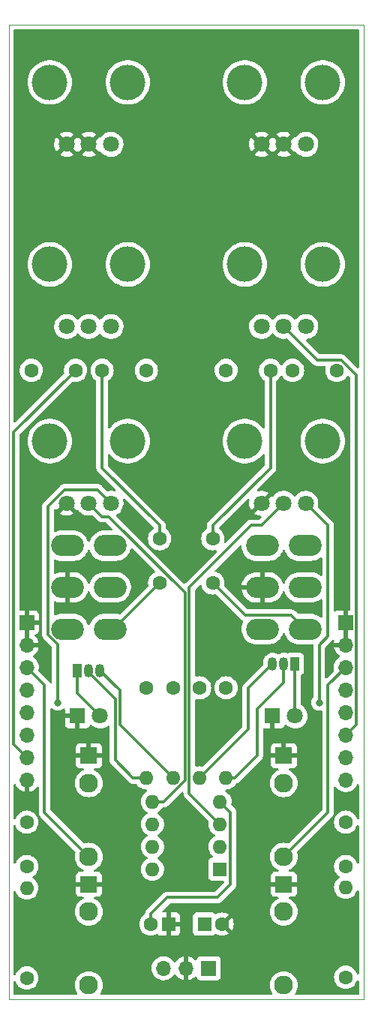
<source format=gbl>
G04 #@! TF.GenerationSoftware,KiCad,Pcbnew,(6.0.0)*
G04 #@! TF.CreationDate,2022-07-07T19:59:41+01:00*
G04 #@! TF.ProjectId,Snare+Hihat,536e6172-652b-4486-9968-61742e6b6963,rev?*
G04 #@! TF.SameCoordinates,Original*
G04 #@! TF.FileFunction,Copper,L2,Bot*
G04 #@! TF.FilePolarity,Positive*
%FSLAX46Y46*%
G04 Gerber Fmt 4.6, Leading zero omitted, Abs format (unit mm)*
G04 Created by KiCad (PCBNEW (6.0.0)) date 2022-07-07 19:59:41*
%MOMM*%
%LPD*%
G01*
G04 APERTURE LIST*
G04 #@! TA.AperFunction,Profile*
%ADD10C,0.050000*%
G04 #@! TD*
G04 #@! TA.AperFunction,ComponentPad*
%ADD11R,1.800000X1.800000*%
G04 #@! TD*
G04 #@! TA.AperFunction,ComponentPad*
%ADD12C,1.800000*%
G04 #@! TD*
G04 #@! TA.AperFunction,ComponentPad*
%ADD13C,1.600000*%
G04 #@! TD*
G04 #@! TA.AperFunction,ComponentPad*
%ADD14R,1.600000X1.600000*%
G04 #@! TD*
G04 #@! TA.AperFunction,ComponentPad*
%ADD15R,1.930000X1.830000*%
G04 #@! TD*
G04 #@! TA.AperFunction,ComponentPad*
%ADD16C,2.130000*%
G04 #@! TD*
G04 #@! TA.AperFunction,WasherPad*
%ADD17C,4.000000*%
G04 #@! TD*
G04 #@! TA.AperFunction,ComponentPad*
%ADD18R,1.050000X1.500000*%
G04 #@! TD*
G04 #@! TA.AperFunction,ComponentPad*
%ADD19O,1.050000X1.500000*%
G04 #@! TD*
G04 #@! TA.AperFunction,ComponentPad*
%ADD20O,1.600000X1.600000*%
G04 #@! TD*
G04 #@! TA.AperFunction,ComponentPad*
%ADD21R,1.700000X1.700000*%
G04 #@! TD*
G04 #@! TA.AperFunction,ComponentPad*
%ADD22O,1.700000X1.700000*%
G04 #@! TD*
G04 #@! TA.AperFunction,ComponentPad*
%ADD23O,3.700000X2.400000*%
G04 #@! TD*
G04 #@! TA.AperFunction,ViaPad*
%ADD24C,3.600000*%
G04 #@! TD*
G04 #@! TA.AperFunction,ViaPad*
%ADD25C,0.800000*%
G04 #@! TD*
G04 #@! TA.AperFunction,Conductor*
%ADD26C,0.300000*%
G04 #@! TD*
G04 APERTURE END LIST*
D10*
X51000000Y-29500000D02*
X51000000Y-139500000D01*
X51000000Y-139500000D02*
X91000000Y-139500000D01*
X90999999Y-29500000D02*
X91000000Y-139500000D01*
X51000000Y-29500000D02*
X90999999Y-29500000D01*
D11*
X80725000Y-107500000D03*
D12*
X83265000Y-107500000D03*
D13*
X58500000Y-68500000D03*
X53500000Y-68500000D03*
X68000000Y-87500000D03*
X68000000Y-92500000D03*
X53000000Y-119500000D03*
X53000000Y-124500000D03*
X61500000Y-68500000D03*
X66500000Y-68500000D03*
X89000000Y-119500000D03*
X89000000Y-124500000D03*
D14*
X69000000Y-131000000D03*
D13*
X67000000Y-131000000D03*
X74000000Y-87500000D03*
X74000000Y-92500000D03*
D14*
X73044888Y-131000000D03*
D13*
X75044888Y-131000000D03*
D15*
X60000000Y-112000000D03*
D16*
X60000000Y-123400000D03*
X60000000Y-115100000D03*
D17*
X64400000Y-36000000D03*
X55600000Y-36000000D03*
D12*
X62500000Y-43000000D03*
X60000000Y-43000000D03*
X57500000Y-43000000D03*
D11*
X58725000Y-107500000D03*
D12*
X61265000Y-107500000D03*
D15*
X60000000Y-126500000D03*
D16*
X60000000Y-137900000D03*
X60000000Y-129600000D03*
D18*
X58730000Y-102360000D03*
D19*
X60000000Y-102360000D03*
X61270000Y-102360000D03*
D18*
X83270000Y-101640000D03*
D19*
X82000000Y-101640000D03*
X80730000Y-101640000D03*
D15*
X82000000Y-126500000D03*
D16*
X82000000Y-137900000D03*
X82000000Y-129600000D03*
D13*
X80500000Y-68500000D03*
X75500000Y-68500000D03*
X83000000Y-68500000D03*
X88000000Y-68500000D03*
D14*
X74800000Y-124800000D03*
D20*
X74800000Y-122260000D03*
X74800000Y-119720000D03*
X74800000Y-117180000D03*
X67180000Y-117180000D03*
X67180000Y-119720000D03*
X67180000Y-122260000D03*
X67180000Y-124800000D03*
D21*
X73525000Y-135975000D03*
D22*
X70985000Y-135975000D03*
X68445000Y-135975000D03*
D21*
X53000000Y-96960000D03*
D22*
X53000000Y-99500000D03*
X53000000Y-102040000D03*
X53000000Y-104580000D03*
X53000000Y-107120000D03*
X53000000Y-109660000D03*
X53000000Y-112200000D03*
X53000000Y-114740000D03*
D21*
X89000000Y-96960000D03*
D22*
X89000000Y-99500000D03*
X89000000Y-102040000D03*
X89000000Y-104580000D03*
X89000000Y-107120000D03*
X89000000Y-109660000D03*
X89000000Y-112200000D03*
X89000000Y-114740000D03*
D13*
X53000000Y-137080000D03*
D20*
X53000000Y-126920000D03*
D13*
X66500000Y-104340000D03*
D20*
X66500000Y-114500000D03*
D17*
X64400000Y-76500000D03*
X55600000Y-76500000D03*
D12*
X62500000Y-83500000D03*
X60000000Y-83500000D03*
X57500000Y-83500000D03*
D23*
X57600000Y-88300000D03*
X57600000Y-93000000D03*
X57600000Y-97700000D03*
X62400000Y-88300000D03*
X62400000Y-93000000D03*
X62400000Y-97700000D03*
D13*
X89000000Y-137000000D03*
D20*
X89000000Y-126840000D03*
D23*
X79600000Y-88300000D03*
X79600000Y-93000000D03*
X79600000Y-97700000D03*
X84400000Y-88300000D03*
X84400000Y-93000000D03*
X84400000Y-97700000D03*
D15*
X82000000Y-112000000D03*
D16*
X82000000Y-123400000D03*
X82000000Y-115100000D03*
D17*
X86400000Y-76500000D03*
X77600000Y-76500000D03*
D12*
X84500000Y-83500000D03*
X82000000Y-83500000D03*
X79500000Y-83500000D03*
D17*
X86400000Y-56550000D03*
X77600000Y-56550000D03*
D12*
X84500000Y-63550000D03*
X82000000Y-63550000D03*
X79500000Y-63550000D03*
D17*
X55600000Y-56550000D03*
X64400000Y-56550000D03*
D12*
X62500000Y-63550000D03*
X60000000Y-63550000D03*
X57500000Y-63550000D03*
D13*
X69500000Y-104340000D03*
D20*
X69500000Y-114500000D03*
D13*
X72500000Y-104340000D03*
D20*
X72500000Y-114500000D03*
D13*
X75500000Y-104340000D03*
D20*
X75500000Y-114500000D03*
D17*
X86400000Y-36000000D03*
X77600000Y-36000000D03*
D12*
X84500000Y-43000000D03*
X82000000Y-43000000D03*
X79500000Y-43000000D03*
D24*
X71000000Y-44000000D03*
D25*
X57500000Y-66000000D03*
X62000000Y-66000000D03*
X56500000Y-66000000D03*
X63000000Y-66000000D03*
X56500000Y-106000000D03*
X86000000Y-106000000D03*
D26*
X74800000Y-117180000D02*
X76000000Y-118380000D01*
X58730000Y-104965000D02*
X58730000Y-102360000D01*
X76000000Y-126500000D02*
X74500000Y-128000000D01*
X76000000Y-118380000D02*
X76000000Y-126500000D01*
X61265000Y-107500000D02*
X58730000Y-104965000D01*
X79000000Y-112000000D02*
X76500000Y-114500000D01*
X79000000Y-106725978D02*
X79000000Y-112000000D01*
X76500000Y-114500000D02*
X75500000Y-114500000D01*
X82000000Y-101640000D02*
X82000000Y-103725978D01*
X82000000Y-103725978D02*
X79000000Y-106725978D01*
X63000000Y-105585000D02*
X63000000Y-112500000D01*
X68868630Y-128000000D02*
X67000000Y-129868630D01*
X63000000Y-112500000D02*
X65000000Y-114500000D01*
X60000000Y-102585000D02*
X63000000Y-105585000D01*
X67000000Y-129868630D02*
X67000000Y-131000000D01*
X60000000Y-102360000D02*
X60000000Y-102585000D01*
X65000000Y-114500000D02*
X66500000Y-114500000D01*
X74500000Y-128000000D02*
X68868630Y-128000000D01*
X69500000Y-114500000D02*
X63500000Y-108500000D01*
X83270000Y-101640000D02*
X83270000Y-107495000D01*
X83270000Y-107495000D02*
X83265000Y-107500000D01*
X63500000Y-108500000D02*
X63500000Y-104590000D01*
X78000000Y-104370000D02*
X80730000Y-101640000D01*
X78000000Y-109000000D02*
X78000000Y-104370000D01*
X72500000Y-114500000D02*
X78000000Y-109000000D01*
X63500000Y-104590000D02*
X61270000Y-102360000D01*
X80500000Y-79500000D02*
X74000000Y-86000000D01*
X80500000Y-68500000D02*
X80500000Y-79500000D01*
X74000000Y-86000000D02*
X74000000Y-87500000D01*
X61500000Y-79500000D02*
X61500000Y-68500000D01*
X68000000Y-87500000D02*
X68000000Y-86000000D01*
X68000000Y-86000000D02*
X61500000Y-79500000D01*
X62800000Y-97700000D02*
X62400000Y-97700000D01*
X68000000Y-92500000D02*
X62800000Y-97700000D01*
X82850480Y-96150480D02*
X84400000Y-97700000D01*
X74000000Y-92500000D02*
X77650480Y-96150480D01*
X77650480Y-96150480D02*
X82850480Y-96150480D01*
X55000000Y-104040000D02*
X55000000Y-118400000D01*
X53000000Y-102040000D02*
X55000000Y-104040000D01*
X82000000Y-83500000D02*
X81374345Y-83500000D01*
X55000000Y-118400000D02*
X60000000Y-123400000D01*
X62232924Y-85000000D02*
X61500000Y-85000000D01*
X82000000Y-83500000D02*
X79500000Y-86000000D01*
X55400480Y-98341832D02*
X55400480Y-83832444D01*
X61500000Y-85000000D02*
X60000000Y-83500000D01*
X55400480Y-83832444D02*
X57232924Y-82000000D01*
X79500000Y-86000000D02*
X78350489Y-86000000D01*
X57232924Y-82000000D02*
X61000000Y-82000000D01*
X56500000Y-106000000D02*
X56500000Y-99441352D01*
X78350489Y-86000000D02*
X71350489Y-93000000D01*
X56500000Y-99441352D02*
X55400480Y-98341832D01*
X61000000Y-82000000D02*
X62500000Y-83500000D01*
X86000000Y-106000000D02*
X86000000Y-99500000D01*
X70850969Y-93618045D02*
X62232924Y-85000000D01*
X86000000Y-99500000D02*
X87000000Y-98500000D01*
X70850969Y-114774686D02*
X70850969Y-93618045D01*
X87000000Y-86000000D02*
X84500000Y-83500000D01*
X88476144Y-67350489D02*
X90199511Y-69073856D01*
X51500000Y-110700000D02*
X51500000Y-75500000D01*
X90199511Y-108460489D02*
X89000000Y-109660000D01*
X87000000Y-98500000D02*
X87000000Y-86000000D01*
X87000000Y-118400000D02*
X87000000Y-104040000D01*
X82000000Y-123400000D02*
X87000000Y-118400000D01*
X90199511Y-69073856D02*
X90199511Y-108460489D01*
X68445655Y-117180000D02*
X70850969Y-114774686D01*
X67180000Y-117180000D02*
X68445655Y-117180000D01*
X85800489Y-67350489D02*
X88476144Y-67350489D01*
X71350489Y-116270489D02*
X71350489Y-93000000D01*
X74800000Y-119720000D02*
X71350489Y-116270489D01*
X87000000Y-104040000D02*
X89000000Y-102040000D01*
X51500000Y-75500000D02*
X58500000Y-68500000D01*
X53000000Y-112200000D02*
X51500000Y-110700000D01*
X82000000Y-63550000D02*
X85800489Y-67350489D01*
G04 #@! TA.AperFunction,Conductor*
G36*
X72652977Y-92732938D02*
G01*
X72709813Y-92775485D01*
X72730652Y-92818383D01*
X72748600Y-92885364D01*
X72765716Y-92949243D01*
X72768039Y-92954224D01*
X72768039Y-92954225D01*
X72860151Y-93151762D01*
X72860154Y-93151767D01*
X72862477Y-93156749D01*
X72993802Y-93344300D01*
X73155700Y-93506198D01*
X73160208Y-93509355D01*
X73160211Y-93509357D01*
X73170697Y-93516699D01*
X73343251Y-93637523D01*
X73348233Y-93639846D01*
X73348238Y-93639849D01*
X73545775Y-93731961D01*
X73550757Y-93734284D01*
X73556065Y-93735706D01*
X73556067Y-93735707D01*
X73766598Y-93792119D01*
X73766600Y-93792119D01*
X73771913Y-93793543D01*
X74000000Y-93813498D01*
X74228087Y-93793543D01*
X74235766Y-93791485D01*
X74263659Y-93784012D01*
X74334635Y-93785702D01*
X74385364Y-93816624D01*
X77126821Y-96558080D01*
X77134811Y-96566861D01*
X77134819Y-96566870D01*
X77139064Y-96573560D01*
X77144839Y-96578983D01*
X77190754Y-96622100D01*
X77193596Y-96624855D01*
X77214147Y-96645406D01*
X77217281Y-96647837D01*
X77217643Y-96648118D01*
X77226671Y-96655828D01*
X77260347Y-96687452D01*
X77267298Y-96691273D01*
X77267299Y-96691274D01*
X77279135Y-96697781D01*
X77295664Y-96708638D01*
X77306349Y-96716927D01*
X77306351Y-96716928D01*
X77312611Y-96721784D01*
X77355024Y-96740137D01*
X77365661Y-96745348D01*
X77376899Y-96751527D01*
X77426955Y-96801870D01*
X77441848Y-96871288D01*
X77430621Y-96914690D01*
X77380469Y-97023478D01*
X77343941Y-97102712D01*
X77342617Y-97107313D01*
X77342617Y-97107314D01*
X77311444Y-97215671D01*
X77272074Y-97352518D01*
X77238820Y-97610321D01*
X77244944Y-97870187D01*
X77290306Y-98126137D01*
X77373860Y-98372281D01*
X77493685Y-98602954D01*
X77496500Y-98606808D01*
X77496503Y-98606812D01*
X77616318Y-98770817D01*
X77647023Y-98812847D01*
X77696567Y-98862651D01*
X77826971Y-98993741D01*
X77826976Y-98993745D01*
X77830345Y-98997132D01*
X78039434Y-99151567D01*
X78269476Y-99272598D01*
X78273995Y-99274159D01*
X78274001Y-99274161D01*
X78450534Y-99335118D01*
X78515179Y-99357440D01*
X78770888Y-99404141D01*
X78854061Y-99408500D01*
X80316099Y-99408500D01*
X80318478Y-99408319D01*
X80318479Y-99408319D01*
X80504423Y-99394175D01*
X80504428Y-99394174D01*
X80509190Y-99393812D01*
X80513844Y-99392733D01*
X80513846Y-99392733D01*
X80757760Y-99336197D01*
X80762415Y-99335118D01*
X81003848Y-99238795D01*
X81227934Y-99107062D01*
X81429515Y-98942949D01*
X81603953Y-98750233D01*
X81634651Y-98703766D01*
X81744595Y-98537342D01*
X81747233Y-98533349D01*
X81758290Y-98509366D01*
X81854053Y-98301640D01*
X81854054Y-98301637D01*
X81856059Y-98297288D01*
X81857386Y-98292677D01*
X81879006Y-98217529D01*
X81917062Y-98157594D01*
X81981481Y-98127748D01*
X82051809Y-98137468D01*
X82105718Y-98183667D01*
X82119405Y-98211862D01*
X82173860Y-98372281D01*
X82293685Y-98602954D01*
X82296500Y-98606808D01*
X82296503Y-98606812D01*
X82416318Y-98770817D01*
X82447023Y-98812847D01*
X82496567Y-98862651D01*
X82626971Y-98993741D01*
X82626976Y-98993745D01*
X82630345Y-98997132D01*
X82839434Y-99151567D01*
X83069476Y-99272598D01*
X83073995Y-99274159D01*
X83074001Y-99274161D01*
X83250534Y-99335118D01*
X83315179Y-99357440D01*
X83570888Y-99404141D01*
X83654061Y-99408500D01*
X85116099Y-99408500D01*
X85118478Y-99408319D01*
X85118479Y-99408319D01*
X85205033Y-99401735D01*
X85274475Y-99416513D01*
X85324903Y-99466487D01*
X85340030Y-99515511D01*
X85340940Y-99525135D01*
X85341500Y-99536996D01*
X85341500Y-105325241D01*
X85321498Y-105393362D01*
X85309136Y-105409551D01*
X85266605Y-105456787D01*
X85260960Y-105463056D01*
X85165473Y-105628444D01*
X85106458Y-105810072D01*
X85105768Y-105816633D01*
X85105768Y-105816635D01*
X85095812Y-105911364D01*
X85086496Y-106000000D01*
X85087186Y-106006561D01*
X85087186Y-106006565D01*
X85105726Y-106182959D01*
X85106458Y-106189928D01*
X85165473Y-106371556D01*
X85260960Y-106536944D01*
X85265378Y-106541851D01*
X85265379Y-106541852D01*
X85368309Y-106656167D01*
X85388747Y-106678866D01*
X85543248Y-106791118D01*
X85549276Y-106793802D01*
X85549278Y-106793803D01*
X85711681Y-106866109D01*
X85717712Y-106868794D01*
X85811113Y-106888647D01*
X85898056Y-106907128D01*
X85898061Y-106907128D01*
X85904513Y-106908500D01*
X86095487Y-106908500D01*
X86101939Y-106907128D01*
X86101944Y-106907128D01*
X86189303Y-106888559D01*
X86260094Y-106893961D01*
X86316727Y-106936778D01*
X86341220Y-107003416D01*
X86341500Y-107011806D01*
X86341500Y-118075050D01*
X86321498Y-118143171D01*
X86304595Y-118164145D01*
X82603854Y-121864886D01*
X82541542Y-121898912D01*
X82485344Y-121898309D01*
X82251733Y-121842223D01*
X82251725Y-121842222D01*
X82246911Y-121841066D01*
X82000000Y-121821634D01*
X81753089Y-121841066D01*
X81748282Y-121842220D01*
X81748276Y-121842221D01*
X81597170Y-121878499D01*
X81512258Y-121898885D01*
X81507687Y-121900778D01*
X81507685Y-121900779D01*
X81288011Y-121991771D01*
X81288007Y-121991773D01*
X81283437Y-121993666D01*
X81072260Y-122123075D01*
X80883927Y-122283927D01*
X80723075Y-122472260D01*
X80593666Y-122683437D01*
X80591773Y-122688007D01*
X80591771Y-122688011D01*
X80521170Y-122858458D01*
X80498885Y-122912258D01*
X80497730Y-122917070D01*
X80442221Y-123148276D01*
X80442220Y-123148282D01*
X80441066Y-123153089D01*
X80421634Y-123400000D01*
X80441066Y-123646911D01*
X80442220Y-123651718D01*
X80442221Y-123651724D01*
X80466607Y-123753295D01*
X80498885Y-123887742D01*
X80500778Y-123892313D01*
X80500779Y-123892315D01*
X80581881Y-124088111D01*
X80593666Y-124116563D01*
X80723075Y-124327740D01*
X80883927Y-124516073D01*
X81072260Y-124676925D01*
X81283437Y-124806334D01*
X81351656Y-124834591D01*
X81351658Y-124834592D01*
X81406938Y-124879141D01*
X81429359Y-124946504D01*
X81411801Y-125015295D01*
X81359838Y-125063674D01*
X81303439Y-125077001D01*
X80990331Y-125077001D01*
X80983510Y-125077371D01*
X80932648Y-125082895D01*
X80917396Y-125086521D01*
X80796946Y-125131676D01*
X80781351Y-125140214D01*
X80679276Y-125216715D01*
X80666715Y-125229276D01*
X80590214Y-125331351D01*
X80581676Y-125346946D01*
X80536522Y-125467394D01*
X80532895Y-125482649D01*
X80527369Y-125533514D01*
X80527000Y-125540328D01*
X80527000Y-126227885D01*
X80531475Y-126243124D01*
X80532865Y-126244329D01*
X80540548Y-126246000D01*
X83454884Y-126246000D01*
X83470123Y-126241525D01*
X83471328Y-126240135D01*
X83472999Y-126232452D01*
X83472999Y-125540331D01*
X83472629Y-125533510D01*
X83467105Y-125482648D01*
X83463479Y-125467396D01*
X83418324Y-125346946D01*
X83409786Y-125331351D01*
X83333285Y-125229276D01*
X83320724Y-125216715D01*
X83218649Y-125140214D01*
X83203054Y-125131676D01*
X83082606Y-125086522D01*
X83067351Y-125082895D01*
X83016486Y-125077369D01*
X83009672Y-125077000D01*
X82696562Y-125077000D01*
X82628441Y-125056998D01*
X82581948Y-125003342D01*
X82571844Y-124933068D01*
X82601338Y-124868488D01*
X82648343Y-124834592D01*
X82684097Y-124819782D01*
X82711989Y-124808229D01*
X82711993Y-124808227D01*
X82716563Y-124806334D01*
X82927740Y-124676925D01*
X83116073Y-124516073D01*
X83276925Y-124327740D01*
X83406334Y-124116563D01*
X83418120Y-124088111D01*
X83499221Y-123892315D01*
X83499222Y-123892313D01*
X83501115Y-123887742D01*
X83533393Y-123753295D01*
X83557779Y-123651724D01*
X83557780Y-123651718D01*
X83558934Y-123646911D01*
X83578366Y-123400000D01*
X83558934Y-123153089D01*
X83557778Y-123148275D01*
X83557777Y-123148267D01*
X83501691Y-122914656D01*
X83505237Y-122843748D01*
X83535114Y-122796146D01*
X87407605Y-118923655D01*
X87416385Y-118915665D01*
X87416387Y-118915663D01*
X87423080Y-118911416D01*
X87471605Y-118859742D01*
X87474359Y-118856901D01*
X87494927Y-118836333D01*
X87497647Y-118832826D01*
X87505353Y-118823804D01*
X87531544Y-118795913D01*
X87536972Y-118790133D01*
X87540794Y-118783181D01*
X87547303Y-118771342D01*
X87558157Y-118754818D01*
X87566445Y-118744132D01*
X87571304Y-118737868D01*
X87574452Y-118730594D01*
X87589654Y-118695465D01*
X87594876Y-118684805D01*
X87613305Y-118651284D01*
X87613306Y-118651282D01*
X87617124Y-118644337D01*
X87622459Y-118623559D01*
X87628858Y-118604869D01*
X87637380Y-118585176D01*
X87644606Y-118539552D01*
X87647013Y-118527929D01*
X87656528Y-118490868D01*
X87658500Y-118483188D01*
X87658500Y-118461741D01*
X87660051Y-118442031D01*
X87662166Y-118428677D01*
X87663406Y-118420848D01*
X87659059Y-118374859D01*
X87658500Y-118363004D01*
X87658500Y-115597780D01*
X87678502Y-115529659D01*
X87732158Y-115483166D01*
X87802432Y-115473062D01*
X87867012Y-115502556D01*
X87891933Y-115531945D01*
X87899987Y-115545088D01*
X88046250Y-115713938D01*
X88218126Y-115856632D01*
X88411000Y-115969338D01*
X88619692Y-116049030D01*
X88624760Y-116050061D01*
X88624763Y-116050062D01*
X88719862Y-116069410D01*
X88838597Y-116093567D01*
X88843772Y-116093757D01*
X88843774Y-116093757D01*
X89056673Y-116101564D01*
X89056677Y-116101564D01*
X89061837Y-116101753D01*
X89066957Y-116101097D01*
X89066959Y-116101097D01*
X89278288Y-116074025D01*
X89278289Y-116074025D01*
X89283416Y-116073368D01*
X89288366Y-116071883D01*
X89492429Y-116010661D01*
X89492434Y-116010659D01*
X89497384Y-116009174D01*
X89697994Y-115910896D01*
X89879860Y-115781173D01*
X90038096Y-115623489D01*
X90067241Y-115582930D01*
X90165435Y-115446277D01*
X90168453Y-115442077D01*
X90253043Y-115270921D01*
X90301156Y-115218714D01*
X90369858Y-115200807D01*
X90437334Y-115222885D01*
X90482162Y-115277939D01*
X90492000Y-115326748D01*
X90492000Y-119055500D01*
X90471998Y-119123621D01*
X90418342Y-119170114D01*
X90348068Y-119180218D01*
X90283488Y-119150724D01*
X90244293Y-119088111D01*
X90235707Y-119056067D01*
X90235706Y-119056065D01*
X90234284Y-119050757D01*
X90175016Y-118923655D01*
X90139849Y-118848238D01*
X90139846Y-118848233D01*
X90137523Y-118843251D01*
X90063733Y-118737868D01*
X90009357Y-118660211D01*
X90009355Y-118660208D01*
X90006198Y-118655700D01*
X89844300Y-118493802D01*
X89839792Y-118490645D01*
X89839789Y-118490643D01*
X89730737Y-118414284D01*
X89656749Y-118362477D01*
X89651767Y-118360154D01*
X89651762Y-118360151D01*
X89454225Y-118268039D01*
X89454224Y-118268039D01*
X89449243Y-118265716D01*
X89443935Y-118264294D01*
X89443933Y-118264293D01*
X89233402Y-118207881D01*
X89233400Y-118207881D01*
X89228087Y-118206457D01*
X89000000Y-118186502D01*
X88771913Y-118206457D01*
X88766600Y-118207881D01*
X88766598Y-118207881D01*
X88556067Y-118264293D01*
X88556065Y-118264294D01*
X88550757Y-118265716D01*
X88545776Y-118268039D01*
X88545775Y-118268039D01*
X88348238Y-118360151D01*
X88348233Y-118360154D01*
X88343251Y-118362477D01*
X88269263Y-118414284D01*
X88160211Y-118490643D01*
X88160208Y-118490645D01*
X88155700Y-118493802D01*
X87993802Y-118655700D01*
X87990645Y-118660208D01*
X87990643Y-118660211D01*
X87936267Y-118737868D01*
X87862477Y-118843251D01*
X87860154Y-118848233D01*
X87860151Y-118848238D01*
X87824984Y-118923655D01*
X87765716Y-119050757D01*
X87706457Y-119271913D01*
X87686502Y-119500000D01*
X87706457Y-119728087D01*
X87765716Y-119949243D01*
X87768039Y-119954224D01*
X87768039Y-119954225D01*
X87860151Y-120151762D01*
X87860154Y-120151767D01*
X87862477Y-120156749D01*
X87993802Y-120344300D01*
X88155700Y-120506198D01*
X88160208Y-120509355D01*
X88160211Y-120509357D01*
X88232236Y-120559789D01*
X88343251Y-120637523D01*
X88348233Y-120639846D01*
X88348238Y-120639849D01*
X88525059Y-120722301D01*
X88550757Y-120734284D01*
X88556065Y-120735706D01*
X88556067Y-120735707D01*
X88766598Y-120792119D01*
X88766600Y-120792119D01*
X88771913Y-120793543D01*
X89000000Y-120813498D01*
X89228087Y-120793543D01*
X89233400Y-120792119D01*
X89233402Y-120792119D01*
X89443933Y-120735707D01*
X89443935Y-120735706D01*
X89449243Y-120734284D01*
X89474941Y-120722301D01*
X89651762Y-120639849D01*
X89651767Y-120639846D01*
X89656749Y-120637523D01*
X89767764Y-120559789D01*
X89839789Y-120509357D01*
X89839792Y-120509355D01*
X89844300Y-120506198D01*
X90006198Y-120344300D01*
X90137523Y-120156749D01*
X90139846Y-120151767D01*
X90139849Y-120151762D01*
X90231961Y-119954225D01*
X90231961Y-119954224D01*
X90234284Y-119949243D01*
X90244293Y-119911889D01*
X90281245Y-119851266D01*
X90345105Y-119820245D01*
X90415600Y-119828673D01*
X90470347Y-119873876D01*
X90492000Y-119944500D01*
X90492000Y-124055500D01*
X90471998Y-124123621D01*
X90418342Y-124170114D01*
X90348068Y-124180218D01*
X90283488Y-124150724D01*
X90244293Y-124088111D01*
X90235707Y-124056067D01*
X90235706Y-124056065D01*
X90234284Y-124050757D01*
X90192062Y-123960211D01*
X90139849Y-123848238D01*
X90139846Y-123848233D01*
X90137523Y-123843251D01*
X90013154Y-123665634D01*
X90009357Y-123660211D01*
X90009355Y-123660208D01*
X90006198Y-123655700D01*
X89844300Y-123493802D01*
X89839792Y-123490645D01*
X89839789Y-123490643D01*
X89710337Y-123400000D01*
X89656749Y-123362477D01*
X89651767Y-123360154D01*
X89651762Y-123360151D01*
X89454225Y-123268039D01*
X89454224Y-123268039D01*
X89449243Y-123265716D01*
X89443935Y-123264294D01*
X89443933Y-123264293D01*
X89233402Y-123207881D01*
X89233400Y-123207881D01*
X89228087Y-123206457D01*
X89000000Y-123186502D01*
X88771913Y-123206457D01*
X88766600Y-123207881D01*
X88766598Y-123207881D01*
X88556067Y-123264293D01*
X88556065Y-123264294D01*
X88550757Y-123265716D01*
X88545776Y-123268039D01*
X88545775Y-123268039D01*
X88348238Y-123360151D01*
X88348233Y-123360154D01*
X88343251Y-123362477D01*
X88289663Y-123400000D01*
X88160211Y-123490643D01*
X88160208Y-123490645D01*
X88155700Y-123493802D01*
X87993802Y-123655700D01*
X87990645Y-123660208D01*
X87990643Y-123660211D01*
X87986846Y-123665634D01*
X87862477Y-123843251D01*
X87860154Y-123848233D01*
X87860151Y-123848238D01*
X87807938Y-123960211D01*
X87765716Y-124050757D01*
X87706457Y-124271913D01*
X87686502Y-124500000D01*
X87706457Y-124728087D01*
X87707881Y-124733400D01*
X87707881Y-124733402D01*
X87744078Y-124868488D01*
X87765716Y-124949243D01*
X87768039Y-124954224D01*
X87768039Y-124954225D01*
X87860151Y-125151762D01*
X87860154Y-125151767D01*
X87862477Y-125156749D01*
X87993802Y-125344300D01*
X88155700Y-125506198D01*
X88160208Y-125509355D01*
X88160211Y-125509357D01*
X88242230Y-125566787D01*
X88286558Y-125622244D01*
X88293867Y-125692863D01*
X88261836Y-125756224D01*
X88242231Y-125773212D01*
X88220018Y-125788766D01*
X88160211Y-125830643D01*
X88160208Y-125830645D01*
X88155700Y-125833802D01*
X87993802Y-125995700D01*
X87990645Y-126000208D01*
X87990643Y-126000211D01*
X87966785Y-126034284D01*
X87862477Y-126183251D01*
X87860154Y-126188233D01*
X87860151Y-126188238D01*
X87797034Y-126323595D01*
X87765716Y-126390757D01*
X87706457Y-126611913D01*
X87686502Y-126840000D01*
X87706457Y-127068087D01*
X87765716Y-127289243D01*
X87768039Y-127294224D01*
X87768039Y-127294225D01*
X87860151Y-127491762D01*
X87860154Y-127491767D01*
X87862477Y-127496749D01*
X87993802Y-127684300D01*
X88155700Y-127846198D01*
X88160208Y-127849355D01*
X88160211Y-127849357D01*
X88187299Y-127868324D01*
X88343251Y-127977523D01*
X88348233Y-127979846D01*
X88348238Y-127979849D01*
X88534990Y-128066932D01*
X88550757Y-128074284D01*
X88556065Y-128075706D01*
X88556067Y-128075707D01*
X88766598Y-128132119D01*
X88766600Y-128132119D01*
X88771913Y-128133543D01*
X89000000Y-128153498D01*
X89228087Y-128133543D01*
X89233400Y-128132119D01*
X89233402Y-128132119D01*
X89443933Y-128075707D01*
X89443935Y-128075706D01*
X89449243Y-128074284D01*
X89465010Y-128066932D01*
X89651762Y-127979849D01*
X89651767Y-127979846D01*
X89656749Y-127977523D01*
X89812701Y-127868324D01*
X89839789Y-127849357D01*
X89839792Y-127849355D01*
X89844300Y-127846198D01*
X90006198Y-127684300D01*
X90137523Y-127496749D01*
X90139846Y-127491767D01*
X90139849Y-127491762D01*
X90231961Y-127294225D01*
X90231961Y-127294224D01*
X90234284Y-127289243D01*
X90244293Y-127251889D01*
X90281245Y-127191266D01*
X90345105Y-127160245D01*
X90415600Y-127168673D01*
X90470347Y-127213876D01*
X90492000Y-127284500D01*
X90492000Y-136555500D01*
X90471998Y-136623621D01*
X90418342Y-136670114D01*
X90348068Y-136680218D01*
X90283488Y-136650724D01*
X90244293Y-136588111D01*
X90235707Y-136556067D01*
X90235706Y-136556065D01*
X90234284Y-136550757D01*
X90177153Y-136428238D01*
X90139849Y-136348238D01*
X90139846Y-136348233D01*
X90137523Y-136343251D01*
X90016048Y-136169767D01*
X90009357Y-136160211D01*
X90009355Y-136160208D01*
X90006198Y-136155700D01*
X89844300Y-135993802D01*
X89839792Y-135990645D01*
X89839789Y-135990643D01*
X89761611Y-135935902D01*
X89656749Y-135862477D01*
X89651767Y-135860154D01*
X89651762Y-135860151D01*
X89454225Y-135768039D01*
X89454224Y-135768039D01*
X89449243Y-135765716D01*
X89443935Y-135764294D01*
X89443933Y-135764293D01*
X89233402Y-135707881D01*
X89233400Y-135707881D01*
X89228087Y-135706457D01*
X89000000Y-135686502D01*
X88771913Y-135706457D01*
X88766600Y-135707881D01*
X88766598Y-135707881D01*
X88556067Y-135764293D01*
X88556065Y-135764294D01*
X88550757Y-135765716D01*
X88545776Y-135768039D01*
X88545775Y-135768039D01*
X88348238Y-135860151D01*
X88348233Y-135860154D01*
X88343251Y-135862477D01*
X88238389Y-135935902D01*
X88160211Y-135990643D01*
X88160208Y-135990645D01*
X88155700Y-135993802D01*
X87993802Y-136155700D01*
X87990645Y-136160208D01*
X87990643Y-136160211D01*
X87983952Y-136169767D01*
X87862477Y-136343251D01*
X87860154Y-136348233D01*
X87860151Y-136348238D01*
X87822847Y-136428238D01*
X87765716Y-136550757D01*
X87764294Y-136556065D01*
X87764293Y-136556067D01*
X87746338Y-136623075D01*
X87706457Y-136771913D01*
X87686502Y-137000000D01*
X87706457Y-137228087D01*
X87707881Y-137233400D01*
X87707881Y-137233402D01*
X87735524Y-137336564D01*
X87765716Y-137449243D01*
X87768039Y-137454224D01*
X87768039Y-137454225D01*
X87860151Y-137651762D01*
X87860154Y-137651767D01*
X87862477Y-137656749D01*
X87993802Y-137844300D01*
X88155700Y-138006198D01*
X88160208Y-138009355D01*
X88160211Y-138009357D01*
X88238389Y-138064098D01*
X88343251Y-138137523D01*
X88348233Y-138139846D01*
X88348238Y-138139849D01*
X88545775Y-138231961D01*
X88550757Y-138234284D01*
X88556065Y-138235706D01*
X88556067Y-138235707D01*
X88766598Y-138292119D01*
X88766600Y-138292119D01*
X88771913Y-138293543D01*
X89000000Y-138313498D01*
X89228087Y-138293543D01*
X89233400Y-138292119D01*
X89233402Y-138292119D01*
X89443933Y-138235707D01*
X89443935Y-138235706D01*
X89449243Y-138234284D01*
X89454225Y-138231961D01*
X89651762Y-138139849D01*
X89651767Y-138139846D01*
X89656749Y-138137523D01*
X89761611Y-138064098D01*
X89839789Y-138009357D01*
X89839792Y-138009355D01*
X89844300Y-138006198D01*
X90006198Y-137844300D01*
X90137523Y-137656749D01*
X90139846Y-137651767D01*
X90139849Y-137651762D01*
X90231961Y-137454225D01*
X90231961Y-137454224D01*
X90234284Y-137449243D01*
X90244293Y-137411889D01*
X90281245Y-137351266D01*
X90345105Y-137320245D01*
X90415600Y-137328673D01*
X90470347Y-137373876D01*
X90492000Y-137444500D01*
X90492000Y-138866000D01*
X90471998Y-138934121D01*
X90418342Y-138980614D01*
X90366000Y-138992000D01*
X83401256Y-138992000D01*
X83333135Y-138971998D01*
X83286642Y-138918342D01*
X83276538Y-138848068D01*
X83293823Y-138800165D01*
X83403748Y-138620783D01*
X83406334Y-138616563D01*
X83501115Y-138387742D01*
X83537616Y-138235707D01*
X83557779Y-138151724D01*
X83557780Y-138151718D01*
X83558934Y-138146911D01*
X83578366Y-137900000D01*
X83558934Y-137653089D01*
X83557780Y-137648282D01*
X83557779Y-137648276D01*
X83520233Y-137491889D01*
X83501115Y-137412258D01*
X83469840Y-137336753D01*
X83408229Y-137188011D01*
X83408227Y-137188007D01*
X83406334Y-137183437D01*
X83276925Y-136972260D01*
X83116073Y-136783927D01*
X82927740Y-136623075D01*
X82716563Y-136493666D01*
X82711993Y-136491773D01*
X82711989Y-136491771D01*
X82492315Y-136400779D01*
X82492313Y-136400778D01*
X82487742Y-136398885D01*
X82399068Y-136377596D01*
X82251724Y-136342221D01*
X82251718Y-136342220D01*
X82246911Y-136341066D01*
X82000000Y-136321634D01*
X81753089Y-136341066D01*
X81748282Y-136342220D01*
X81748276Y-136342221D01*
X81600932Y-136377596D01*
X81512258Y-136398885D01*
X81507687Y-136400778D01*
X81507685Y-136400779D01*
X81288011Y-136491771D01*
X81288007Y-136491773D01*
X81283437Y-136493666D01*
X81072260Y-136623075D01*
X80883927Y-136783927D01*
X80723075Y-136972260D01*
X80593666Y-137183437D01*
X80591773Y-137188007D01*
X80591771Y-137188011D01*
X80530160Y-137336753D01*
X80498885Y-137412258D01*
X80479767Y-137491889D01*
X80442221Y-137648276D01*
X80442220Y-137648282D01*
X80441066Y-137653089D01*
X80421634Y-137900000D01*
X80441066Y-138146911D01*
X80442220Y-138151718D01*
X80442221Y-138151724D01*
X80462384Y-138235707D01*
X80498885Y-138387742D01*
X80593666Y-138616563D01*
X80596252Y-138620783D01*
X80706177Y-138800165D01*
X80724715Y-138868699D01*
X80703258Y-138936376D01*
X80648619Y-138981709D01*
X80598744Y-138992000D01*
X61401256Y-138992000D01*
X61333135Y-138971998D01*
X61286642Y-138918342D01*
X61276538Y-138848068D01*
X61293823Y-138800165D01*
X61403748Y-138620783D01*
X61406334Y-138616563D01*
X61501115Y-138387742D01*
X61537616Y-138235707D01*
X61557779Y-138151724D01*
X61557780Y-138151718D01*
X61558934Y-138146911D01*
X61578366Y-137900000D01*
X61558934Y-137653089D01*
X61557780Y-137648282D01*
X61557779Y-137648276D01*
X61520233Y-137491889D01*
X61501115Y-137412258D01*
X61469840Y-137336753D01*
X61408229Y-137188011D01*
X61408227Y-137188007D01*
X61406334Y-137183437D01*
X61276925Y-136972260D01*
X61116073Y-136783927D01*
X60927740Y-136623075D01*
X60716563Y-136493666D01*
X60711993Y-136491773D01*
X60711989Y-136491771D01*
X60492315Y-136400779D01*
X60492313Y-136400778D01*
X60487742Y-136398885D01*
X60399068Y-136377596D01*
X60251724Y-136342221D01*
X60251718Y-136342220D01*
X60246911Y-136341066D01*
X60000000Y-136321634D01*
X59753089Y-136341066D01*
X59748282Y-136342220D01*
X59748276Y-136342221D01*
X59600932Y-136377596D01*
X59512258Y-136398885D01*
X59507687Y-136400778D01*
X59507685Y-136400779D01*
X59288011Y-136491771D01*
X59288007Y-136491773D01*
X59283437Y-136493666D01*
X59072260Y-136623075D01*
X58883927Y-136783927D01*
X58723075Y-136972260D01*
X58593666Y-137183437D01*
X58591773Y-137188007D01*
X58591771Y-137188011D01*
X58530160Y-137336753D01*
X58498885Y-137412258D01*
X58479767Y-137491889D01*
X58442221Y-137648276D01*
X58442220Y-137648282D01*
X58441066Y-137653089D01*
X58421634Y-137900000D01*
X58441066Y-138146911D01*
X58442220Y-138151718D01*
X58442221Y-138151724D01*
X58462384Y-138235707D01*
X58498885Y-138387742D01*
X58593666Y-138616563D01*
X58596252Y-138620783D01*
X58706177Y-138800165D01*
X58724715Y-138868699D01*
X58703258Y-138936376D01*
X58648619Y-138981709D01*
X58598744Y-138992000D01*
X51634000Y-138992000D01*
X51565879Y-138971998D01*
X51519386Y-138918342D01*
X51508000Y-138866000D01*
X51508000Y-137524500D01*
X51528002Y-137456379D01*
X51581658Y-137409886D01*
X51651932Y-137399782D01*
X51716512Y-137429276D01*
X51755707Y-137491889D01*
X51765716Y-137529243D01*
X51768039Y-137534224D01*
X51768039Y-137534225D01*
X51860151Y-137731762D01*
X51860154Y-137731767D01*
X51862477Y-137736749D01*
X51993802Y-137924300D01*
X52155700Y-138086198D01*
X52160208Y-138089355D01*
X52160211Y-138089357D01*
X52224491Y-138134366D01*
X52343251Y-138217523D01*
X52348233Y-138219846D01*
X52348238Y-138219849D01*
X52545775Y-138311961D01*
X52550757Y-138314284D01*
X52556065Y-138315706D01*
X52556067Y-138315707D01*
X52766598Y-138372119D01*
X52766600Y-138372119D01*
X52771913Y-138373543D01*
X53000000Y-138393498D01*
X53228087Y-138373543D01*
X53233400Y-138372119D01*
X53233402Y-138372119D01*
X53443933Y-138315707D01*
X53443935Y-138315706D01*
X53449243Y-138314284D01*
X53454225Y-138311961D01*
X53651762Y-138219849D01*
X53651767Y-138219846D01*
X53656749Y-138217523D01*
X53775509Y-138134366D01*
X53839789Y-138089357D01*
X53839792Y-138089355D01*
X53844300Y-138086198D01*
X54006198Y-137924300D01*
X54137523Y-137736749D01*
X54139846Y-137731767D01*
X54139849Y-137731762D01*
X54231961Y-137534225D01*
X54231961Y-137534224D01*
X54234284Y-137529243D01*
X54286833Y-137333131D01*
X54292119Y-137313402D01*
X54292119Y-137313400D01*
X54293543Y-137308087D01*
X54313498Y-137080000D01*
X54293543Y-136851913D01*
X54292119Y-136846598D01*
X54235707Y-136636067D01*
X54235706Y-136636065D01*
X54234284Y-136630757D01*
X54231961Y-136625775D01*
X54139849Y-136428238D01*
X54139846Y-136428233D01*
X54137523Y-136423251D01*
X54006198Y-136235700D01*
X53844300Y-136073802D01*
X53839792Y-136070645D01*
X53839789Y-136070643D01*
X53725537Y-135990643D01*
X53656749Y-135942477D01*
X53655072Y-135941695D01*
X67082251Y-135941695D01*
X67082548Y-135946848D01*
X67082548Y-135946851D01*
X67094590Y-136155700D01*
X67095110Y-136164715D01*
X67096247Y-136169761D01*
X67096248Y-136169767D01*
X67110229Y-136231803D01*
X67144222Y-136382639D01*
X67228266Y-136589616D01*
X67344987Y-136780088D01*
X67491250Y-136948938D01*
X67663126Y-137091632D01*
X67856000Y-137204338D01*
X67860825Y-137206180D01*
X67860826Y-137206181D01*
X67918192Y-137228087D01*
X68064692Y-137284030D01*
X68069760Y-137285061D01*
X68069763Y-137285062D01*
X68156000Y-137302607D01*
X68283597Y-137328567D01*
X68288772Y-137328757D01*
X68288774Y-137328757D01*
X68501673Y-137336564D01*
X68501677Y-137336564D01*
X68506837Y-137336753D01*
X68511957Y-137336097D01*
X68511959Y-137336097D01*
X68723288Y-137309025D01*
X68723289Y-137309025D01*
X68728416Y-137308368D01*
X68733366Y-137306883D01*
X68937429Y-137245661D01*
X68937434Y-137245659D01*
X68942384Y-137244174D01*
X69142994Y-137145896D01*
X69324860Y-137016173D01*
X69335596Y-137005475D01*
X69468400Y-136873134D01*
X69483096Y-136858489D01*
X69542594Y-136775689D01*
X69613453Y-136677077D01*
X69614640Y-136677930D01*
X69661960Y-136634362D01*
X69731897Y-136622145D01*
X69797338Y-136649678D01*
X69825166Y-136681511D01*
X69882694Y-136775388D01*
X69888777Y-136783699D01*
X70028213Y-136944667D01*
X70035580Y-136951883D01*
X70199434Y-137087916D01*
X70207881Y-137093831D01*
X70391756Y-137201279D01*
X70401042Y-137205729D01*
X70600001Y-137281703D01*
X70609899Y-137284579D01*
X70713250Y-137305606D01*
X70727299Y-137304410D01*
X70731000Y-137294065D01*
X70731000Y-137293517D01*
X71239000Y-137293517D01*
X71243064Y-137307359D01*
X71256478Y-137309393D01*
X71263184Y-137308534D01*
X71273262Y-137306392D01*
X71477255Y-137245191D01*
X71486842Y-137241433D01*
X71678095Y-137147739D01*
X71686945Y-137142464D01*
X71860328Y-137018792D01*
X71868193Y-137012145D01*
X71972897Y-136907805D01*
X72035268Y-136873889D01*
X72106075Y-136879077D01*
X72162837Y-136921723D01*
X72179819Y-136952826D01*
X72187105Y-136972260D01*
X72224385Y-137071705D01*
X72311739Y-137188261D01*
X72428295Y-137275615D01*
X72564684Y-137326745D01*
X72626866Y-137333500D01*
X74423134Y-137333500D01*
X74485316Y-137326745D01*
X74621705Y-137275615D01*
X74738261Y-137188261D01*
X74825615Y-137071705D01*
X74876745Y-136935316D01*
X74883500Y-136873134D01*
X74883500Y-135076866D01*
X74876745Y-135014684D01*
X74825615Y-134878295D01*
X74738261Y-134761739D01*
X74621705Y-134674385D01*
X74485316Y-134623255D01*
X74423134Y-134616500D01*
X72626866Y-134616500D01*
X72564684Y-134623255D01*
X72428295Y-134674385D01*
X72311739Y-134761739D01*
X72224385Y-134878295D01*
X72221233Y-134886703D01*
X72221232Y-134886705D01*
X72179722Y-134997433D01*
X72137081Y-135054198D01*
X72070519Y-135078898D01*
X72001170Y-135063691D01*
X71968546Y-135038004D01*
X71917799Y-134982234D01*
X71910273Y-134975215D01*
X71743139Y-134843222D01*
X71734552Y-134837517D01*
X71548117Y-134734599D01*
X71538705Y-134730369D01*
X71337959Y-134659280D01*
X71327988Y-134656646D01*
X71256837Y-134643972D01*
X71243540Y-134645432D01*
X71239000Y-134659989D01*
X71239000Y-137293517D01*
X70731000Y-137293517D01*
X70731000Y-134658102D01*
X70727082Y-134644758D01*
X70712806Y-134642771D01*
X70674324Y-134648660D01*
X70664288Y-134651051D01*
X70461868Y-134717212D01*
X70452359Y-134721209D01*
X70263463Y-134819542D01*
X70254738Y-134825036D01*
X70084433Y-134952905D01*
X70076726Y-134959748D01*
X69929590Y-135113717D01*
X69923109Y-135121722D01*
X69818498Y-135275074D01*
X69763587Y-135320076D01*
X69693062Y-135328247D01*
X69629315Y-135296993D01*
X69608618Y-135272509D01*
X69527822Y-135147617D01*
X69527820Y-135147614D01*
X69525014Y-135143277D01*
X69374670Y-134978051D01*
X69370619Y-134974852D01*
X69370615Y-134974848D01*
X69203414Y-134842800D01*
X69203410Y-134842798D01*
X69199359Y-134839598D01*
X69163028Y-134819542D01*
X69147136Y-134810769D01*
X69003789Y-134731638D01*
X68998920Y-134729914D01*
X68998916Y-134729912D01*
X68798087Y-134658795D01*
X68798083Y-134658794D01*
X68793212Y-134657069D01*
X68788119Y-134656162D01*
X68788116Y-134656161D01*
X68578373Y-134618800D01*
X68578367Y-134618799D01*
X68573284Y-134617894D01*
X68499452Y-134616992D01*
X68355081Y-134615228D01*
X68355079Y-134615228D01*
X68349911Y-134615165D01*
X68129091Y-134648955D01*
X67916756Y-134718357D01*
X67718607Y-134821507D01*
X67714474Y-134824610D01*
X67714471Y-134824612D01*
X67631771Y-134886705D01*
X67539965Y-134955635D01*
X67385629Y-135117138D01*
X67259743Y-135301680D01*
X67165688Y-135504305D01*
X67105989Y-135719570D01*
X67082251Y-135941695D01*
X53655072Y-135941695D01*
X53651767Y-135940154D01*
X53651762Y-135940151D01*
X53454225Y-135848039D01*
X53454224Y-135848039D01*
X53449243Y-135845716D01*
X53443935Y-135844294D01*
X53443933Y-135844293D01*
X53233402Y-135787881D01*
X53233400Y-135787881D01*
X53228087Y-135786457D01*
X53000000Y-135766502D01*
X52771913Y-135786457D01*
X52766600Y-135787881D01*
X52766598Y-135787881D01*
X52556067Y-135844293D01*
X52556065Y-135844294D01*
X52550757Y-135845716D01*
X52545776Y-135848039D01*
X52545775Y-135848039D01*
X52348238Y-135940151D01*
X52348233Y-135940154D01*
X52343251Y-135942477D01*
X52274463Y-135990643D01*
X52160211Y-136070643D01*
X52160208Y-136070645D01*
X52155700Y-136073802D01*
X51993802Y-136235700D01*
X51862477Y-136423251D01*
X51860154Y-136428233D01*
X51860151Y-136428238D01*
X51768039Y-136625775D01*
X51765716Y-136630757D01*
X51764294Y-136636065D01*
X51764293Y-136636067D01*
X51755707Y-136668111D01*
X51718755Y-136728734D01*
X51654895Y-136759755D01*
X51584400Y-136751327D01*
X51529653Y-136706124D01*
X51508000Y-136635500D01*
X51508000Y-129600000D01*
X58421634Y-129600000D01*
X58441066Y-129846911D01*
X58442220Y-129851718D01*
X58442221Y-129851724D01*
X58466607Y-129953295D01*
X58498885Y-130087742D01*
X58500778Y-130092313D01*
X58500779Y-130092315D01*
X58581401Y-130286952D01*
X58593666Y-130316563D01*
X58723075Y-130527740D01*
X58883927Y-130716073D01*
X59072260Y-130876925D01*
X59283437Y-131006334D01*
X59288007Y-131008227D01*
X59288011Y-131008229D01*
X59483239Y-131089095D01*
X59512258Y-131101115D01*
X59597170Y-131121501D01*
X59748276Y-131157779D01*
X59748282Y-131157780D01*
X59753089Y-131158934D01*
X60000000Y-131178366D01*
X60246911Y-131158934D01*
X60251718Y-131157780D01*
X60251724Y-131157779D01*
X60402830Y-131121501D01*
X60487742Y-131101115D01*
X60516761Y-131089095D01*
X60711989Y-131008229D01*
X60711993Y-131008227D01*
X60716563Y-131006334D01*
X60927740Y-130876925D01*
X61116073Y-130716073D01*
X61276925Y-130527740D01*
X61406334Y-130316563D01*
X61418600Y-130286952D01*
X61499221Y-130092315D01*
X61499222Y-130092313D01*
X61501115Y-130087742D01*
X61533393Y-129953295D01*
X61557779Y-129851724D01*
X61557780Y-129851718D01*
X61558934Y-129846911D01*
X61578366Y-129600000D01*
X61558934Y-129353089D01*
X61557780Y-129348282D01*
X61557779Y-129348276D01*
X61502270Y-129117070D01*
X61501115Y-129112258D01*
X61406334Y-128883437D01*
X61276925Y-128672260D01*
X61116073Y-128483927D01*
X60927740Y-128323075D01*
X60716563Y-128193666D01*
X60648342Y-128165408D01*
X60593062Y-128120859D01*
X60570641Y-128053496D01*
X60588199Y-127984705D01*
X60640162Y-127936326D01*
X60696561Y-127922999D01*
X61009669Y-127922999D01*
X61016490Y-127922629D01*
X61067352Y-127917105D01*
X61082604Y-127913479D01*
X61203054Y-127868324D01*
X61218649Y-127859786D01*
X61320724Y-127783285D01*
X61333285Y-127770724D01*
X61409786Y-127668649D01*
X61418324Y-127653054D01*
X61463478Y-127532606D01*
X61467105Y-127517351D01*
X61472631Y-127466486D01*
X61473000Y-127459672D01*
X61473000Y-126772115D01*
X61468525Y-126756876D01*
X61467135Y-126755671D01*
X61459452Y-126754000D01*
X58545116Y-126754000D01*
X58529877Y-126758475D01*
X58528672Y-126759865D01*
X58527001Y-126767548D01*
X58527001Y-127459669D01*
X58527371Y-127466490D01*
X58532895Y-127517352D01*
X58536521Y-127532604D01*
X58581676Y-127653054D01*
X58590214Y-127668649D01*
X58666715Y-127770724D01*
X58679276Y-127783285D01*
X58781351Y-127859786D01*
X58796946Y-127868324D01*
X58917394Y-127913478D01*
X58932649Y-127917105D01*
X58983514Y-127922631D01*
X58990328Y-127923000D01*
X59303438Y-127923000D01*
X59371559Y-127943002D01*
X59418052Y-127996658D01*
X59428156Y-128066932D01*
X59398662Y-128131512D01*
X59351657Y-128165408D01*
X59323360Y-128177129D01*
X59288011Y-128191771D01*
X59288007Y-128191773D01*
X59283437Y-128193666D01*
X59072260Y-128323075D01*
X58883927Y-128483927D01*
X58723075Y-128672260D01*
X58593666Y-128883437D01*
X58498885Y-129112258D01*
X58497730Y-129117070D01*
X58442221Y-129348276D01*
X58442220Y-129348282D01*
X58441066Y-129353089D01*
X58421634Y-129600000D01*
X51508000Y-129600000D01*
X51508000Y-127364500D01*
X51528002Y-127296379D01*
X51581658Y-127249886D01*
X51651932Y-127239782D01*
X51716512Y-127269276D01*
X51755707Y-127331889D01*
X51765716Y-127369243D01*
X51768039Y-127374224D01*
X51768039Y-127374225D01*
X51860151Y-127571762D01*
X51860154Y-127571767D01*
X51862477Y-127576749D01*
X51993802Y-127764300D01*
X52155700Y-127926198D01*
X52160208Y-127929355D01*
X52160211Y-127929357D01*
X52224491Y-127974366D01*
X52343251Y-128057523D01*
X52348233Y-128059846D01*
X52348238Y-128059849D01*
X52545775Y-128151961D01*
X52550757Y-128154284D01*
X52556065Y-128155706D01*
X52556067Y-128155707D01*
X52766598Y-128212119D01*
X52766600Y-128212119D01*
X52771913Y-128213543D01*
X53000000Y-128233498D01*
X53228087Y-128213543D01*
X53233400Y-128212119D01*
X53233402Y-128212119D01*
X53443933Y-128155707D01*
X53443935Y-128155706D01*
X53449243Y-128154284D01*
X53454225Y-128151961D01*
X53651762Y-128059849D01*
X53651767Y-128059846D01*
X53656749Y-128057523D01*
X53775509Y-127974366D01*
X53839789Y-127929357D01*
X53839792Y-127929355D01*
X53844300Y-127926198D01*
X54006198Y-127764300D01*
X54137523Y-127576749D01*
X54139846Y-127571767D01*
X54139849Y-127571762D01*
X54231961Y-127374225D01*
X54231961Y-127374224D01*
X54234284Y-127369243D01*
X54241320Y-127342987D01*
X54292119Y-127153402D01*
X54292119Y-127153400D01*
X54293543Y-127148087D01*
X54313498Y-126920000D01*
X54293543Y-126691913D01*
X54234284Y-126470757D01*
X54231961Y-126465775D01*
X54139849Y-126268238D01*
X54139846Y-126268233D01*
X54137523Y-126263251D01*
X54064098Y-126158389D01*
X54009357Y-126080211D01*
X54009355Y-126080208D01*
X54006198Y-126075700D01*
X53844300Y-125913802D01*
X53839792Y-125910645D01*
X53839789Y-125910643D01*
X53700644Y-125813213D01*
X53656316Y-125757756D01*
X53649007Y-125687137D01*
X53681038Y-125623776D01*
X53700644Y-125606787D01*
X53839789Y-125509357D01*
X53839792Y-125509355D01*
X53844300Y-125506198D01*
X54006198Y-125344300D01*
X54137523Y-125156749D01*
X54139846Y-125151767D01*
X54139849Y-125151762D01*
X54231961Y-124954225D01*
X54231961Y-124954224D01*
X54234284Y-124949243D01*
X54255923Y-124868488D01*
X54292119Y-124733402D01*
X54292119Y-124733400D01*
X54293543Y-124728087D01*
X54313498Y-124500000D01*
X54293543Y-124271913D01*
X54234284Y-124050757D01*
X54192062Y-123960211D01*
X54139849Y-123848238D01*
X54139846Y-123848233D01*
X54137523Y-123843251D01*
X54013154Y-123665634D01*
X54009357Y-123660211D01*
X54009355Y-123660208D01*
X54006198Y-123655700D01*
X53844300Y-123493802D01*
X53839792Y-123490645D01*
X53839789Y-123490643D01*
X53710337Y-123400000D01*
X53656749Y-123362477D01*
X53651767Y-123360154D01*
X53651762Y-123360151D01*
X53454225Y-123268039D01*
X53454224Y-123268039D01*
X53449243Y-123265716D01*
X53443935Y-123264294D01*
X53443933Y-123264293D01*
X53233402Y-123207881D01*
X53233400Y-123207881D01*
X53228087Y-123206457D01*
X53000000Y-123186502D01*
X52771913Y-123206457D01*
X52766600Y-123207881D01*
X52766598Y-123207881D01*
X52556067Y-123264293D01*
X52556065Y-123264294D01*
X52550757Y-123265716D01*
X52545776Y-123268039D01*
X52545775Y-123268039D01*
X52348238Y-123360151D01*
X52348233Y-123360154D01*
X52343251Y-123362477D01*
X52289663Y-123400000D01*
X52160211Y-123490643D01*
X52160208Y-123490645D01*
X52155700Y-123493802D01*
X51993802Y-123655700D01*
X51990645Y-123660208D01*
X51990643Y-123660211D01*
X51986846Y-123665634D01*
X51862477Y-123843251D01*
X51860154Y-123848233D01*
X51860151Y-123848238D01*
X51807938Y-123960211D01*
X51765716Y-124050757D01*
X51764294Y-124056065D01*
X51764293Y-124056067D01*
X51755707Y-124088111D01*
X51718755Y-124148734D01*
X51654895Y-124179755D01*
X51584400Y-124171327D01*
X51529653Y-124126124D01*
X51508000Y-124055500D01*
X51508000Y-119944500D01*
X51528002Y-119876379D01*
X51581658Y-119829886D01*
X51651932Y-119819782D01*
X51716512Y-119849276D01*
X51755707Y-119911889D01*
X51765716Y-119949243D01*
X51768039Y-119954224D01*
X51768039Y-119954225D01*
X51860151Y-120151762D01*
X51860154Y-120151767D01*
X51862477Y-120156749D01*
X51993802Y-120344300D01*
X52155700Y-120506198D01*
X52160208Y-120509355D01*
X52160211Y-120509357D01*
X52232236Y-120559789D01*
X52343251Y-120637523D01*
X52348233Y-120639846D01*
X52348238Y-120639849D01*
X52525059Y-120722301D01*
X52550757Y-120734284D01*
X52556065Y-120735706D01*
X52556067Y-120735707D01*
X52766598Y-120792119D01*
X52766600Y-120792119D01*
X52771913Y-120793543D01*
X53000000Y-120813498D01*
X53228087Y-120793543D01*
X53233400Y-120792119D01*
X53233402Y-120792119D01*
X53443933Y-120735707D01*
X53443935Y-120735706D01*
X53449243Y-120734284D01*
X53474941Y-120722301D01*
X53651762Y-120639849D01*
X53651767Y-120639846D01*
X53656749Y-120637523D01*
X53767764Y-120559789D01*
X53839789Y-120509357D01*
X53839792Y-120509355D01*
X53844300Y-120506198D01*
X54006198Y-120344300D01*
X54137523Y-120156749D01*
X54139846Y-120151767D01*
X54139849Y-120151762D01*
X54231961Y-119954225D01*
X54231961Y-119954224D01*
X54234284Y-119949243D01*
X54293543Y-119728087D01*
X54313498Y-119500000D01*
X54293543Y-119271913D01*
X54234284Y-119050757D01*
X54175016Y-118923655D01*
X54139849Y-118848238D01*
X54139846Y-118848233D01*
X54137523Y-118843251D01*
X54063733Y-118737868D01*
X54009357Y-118660211D01*
X54009355Y-118660208D01*
X54006198Y-118655700D01*
X53844300Y-118493802D01*
X53839792Y-118490645D01*
X53839789Y-118490643D01*
X53730737Y-118414284D01*
X53656749Y-118362477D01*
X53651767Y-118360154D01*
X53651762Y-118360151D01*
X53454225Y-118268039D01*
X53454224Y-118268039D01*
X53449243Y-118265716D01*
X53443935Y-118264294D01*
X53443933Y-118264293D01*
X53233402Y-118207881D01*
X53233400Y-118207881D01*
X53228087Y-118206457D01*
X53000000Y-118186502D01*
X52771913Y-118206457D01*
X52766600Y-118207881D01*
X52766598Y-118207881D01*
X52556067Y-118264293D01*
X52556065Y-118264294D01*
X52550757Y-118265716D01*
X52545776Y-118268039D01*
X52545775Y-118268039D01*
X52348238Y-118360151D01*
X52348233Y-118360154D01*
X52343251Y-118362477D01*
X52269263Y-118414284D01*
X52160211Y-118490643D01*
X52160208Y-118490645D01*
X52155700Y-118493802D01*
X51993802Y-118655700D01*
X51990645Y-118660208D01*
X51990643Y-118660211D01*
X51936267Y-118737868D01*
X51862477Y-118843251D01*
X51860154Y-118848233D01*
X51860151Y-118848238D01*
X51824984Y-118923655D01*
X51765716Y-119050757D01*
X51764294Y-119056065D01*
X51764293Y-119056067D01*
X51755707Y-119088111D01*
X51718755Y-119148734D01*
X51654895Y-119179755D01*
X51584400Y-119171327D01*
X51529653Y-119126124D01*
X51508000Y-119055500D01*
X51508000Y-115320595D01*
X51528002Y-115252474D01*
X51581658Y-115205981D01*
X51651932Y-115195877D01*
X51716512Y-115225371D01*
X51750743Y-115273191D01*
X51781770Y-115349603D01*
X51786413Y-115358794D01*
X51897694Y-115540388D01*
X51903777Y-115548699D01*
X52043213Y-115709667D01*
X52050580Y-115716883D01*
X52214434Y-115852916D01*
X52222881Y-115858831D01*
X52406756Y-115966279D01*
X52416042Y-115970729D01*
X52615001Y-116046703D01*
X52624899Y-116049579D01*
X52728250Y-116070606D01*
X52742299Y-116069410D01*
X52746000Y-116059065D01*
X52746000Y-114612000D01*
X52766002Y-114543879D01*
X52819658Y-114497386D01*
X52872000Y-114486000D01*
X53128000Y-114486000D01*
X53196121Y-114506002D01*
X53242614Y-114559658D01*
X53254000Y-114612000D01*
X53254000Y-116058517D01*
X53258064Y-116072359D01*
X53271478Y-116074393D01*
X53278184Y-116073534D01*
X53288262Y-116071392D01*
X53492255Y-116010191D01*
X53501842Y-116006433D01*
X53693095Y-115912739D01*
X53701945Y-115907464D01*
X53875328Y-115783792D01*
X53883200Y-115777139D01*
X54034052Y-115626812D01*
X54040723Y-115618972D01*
X54113177Y-115518142D01*
X54169172Y-115474494D01*
X54239875Y-115468048D01*
X54302840Y-115500851D01*
X54338074Y-115562487D01*
X54341500Y-115591668D01*
X54341500Y-118317944D01*
X54340941Y-118329800D01*
X54339212Y-118337537D01*
X54339461Y-118345459D01*
X54341438Y-118408369D01*
X54341500Y-118412327D01*
X54341500Y-118441432D01*
X54342056Y-118445832D01*
X54342988Y-118457664D01*
X54344438Y-118503831D01*
X54346650Y-118511444D01*
X54346650Y-118511445D01*
X54350419Y-118524416D01*
X54354430Y-118543782D01*
X54357118Y-118565064D01*
X54360034Y-118572429D01*
X54360035Y-118572433D01*
X54374126Y-118608021D01*
X54377965Y-118619231D01*
X54390855Y-118663600D01*
X54401775Y-118682065D01*
X54410466Y-118699805D01*
X54418365Y-118719756D01*
X54431524Y-118737868D01*
X54445516Y-118757126D01*
X54452033Y-118767048D01*
X54471507Y-118799977D01*
X54471510Y-118799981D01*
X54475547Y-118806807D01*
X54490711Y-118821971D01*
X54503551Y-118837004D01*
X54516159Y-118854357D01*
X54547411Y-118880211D01*
X54551752Y-118883802D01*
X54560532Y-118891792D01*
X58464886Y-122796146D01*
X58498912Y-122858458D01*
X58498309Y-122914656D01*
X58442223Y-123148267D01*
X58442222Y-123148275D01*
X58441066Y-123153089D01*
X58421634Y-123400000D01*
X58441066Y-123646911D01*
X58442220Y-123651718D01*
X58442221Y-123651724D01*
X58466607Y-123753295D01*
X58498885Y-123887742D01*
X58500778Y-123892313D01*
X58500779Y-123892315D01*
X58581881Y-124088111D01*
X58593666Y-124116563D01*
X58723075Y-124327740D01*
X58883927Y-124516073D01*
X59072260Y-124676925D01*
X59283437Y-124806334D01*
X59351656Y-124834591D01*
X59351658Y-124834592D01*
X59406938Y-124879141D01*
X59429359Y-124946504D01*
X59411801Y-125015295D01*
X59359838Y-125063674D01*
X59303439Y-125077001D01*
X58990331Y-125077001D01*
X58983510Y-125077371D01*
X58932648Y-125082895D01*
X58917396Y-125086521D01*
X58796946Y-125131676D01*
X58781351Y-125140214D01*
X58679276Y-125216715D01*
X58666715Y-125229276D01*
X58590214Y-125331351D01*
X58581676Y-125346946D01*
X58536522Y-125467394D01*
X58532895Y-125482649D01*
X58527369Y-125533514D01*
X58527000Y-125540328D01*
X58527000Y-126227885D01*
X58531475Y-126243124D01*
X58532865Y-126244329D01*
X58540548Y-126246000D01*
X61454884Y-126246000D01*
X61470123Y-126241525D01*
X61471328Y-126240135D01*
X61472999Y-126232452D01*
X61472999Y-125540331D01*
X61472629Y-125533510D01*
X61467105Y-125482648D01*
X61463479Y-125467396D01*
X61418324Y-125346946D01*
X61409786Y-125331351D01*
X61333285Y-125229276D01*
X61320724Y-125216715D01*
X61218649Y-125140214D01*
X61203054Y-125131676D01*
X61082606Y-125086522D01*
X61067351Y-125082895D01*
X61016486Y-125077369D01*
X61009672Y-125077000D01*
X60696562Y-125077000D01*
X60628441Y-125056998D01*
X60581948Y-125003342D01*
X60571844Y-124933068D01*
X60601338Y-124868488D01*
X60648343Y-124834592D01*
X60684097Y-124819782D01*
X60711989Y-124808229D01*
X60711993Y-124808227D01*
X60716563Y-124806334D01*
X60927740Y-124676925D01*
X61116073Y-124516073D01*
X61276925Y-124327740D01*
X61406334Y-124116563D01*
X61418120Y-124088111D01*
X61499221Y-123892315D01*
X61499222Y-123892313D01*
X61501115Y-123887742D01*
X61533393Y-123753295D01*
X61557779Y-123651724D01*
X61557780Y-123651718D01*
X61558934Y-123646911D01*
X61578366Y-123400000D01*
X61558934Y-123153089D01*
X61557780Y-123148282D01*
X61557779Y-123148276D01*
X61502270Y-122917070D01*
X61501115Y-122912258D01*
X61478830Y-122858458D01*
X61408229Y-122688011D01*
X61408227Y-122688007D01*
X61406334Y-122683437D01*
X61276925Y-122472260D01*
X61116073Y-122283927D01*
X60927740Y-122123075D01*
X60716563Y-121993666D01*
X60711993Y-121991773D01*
X60711989Y-121991771D01*
X60492315Y-121900779D01*
X60492313Y-121900778D01*
X60487742Y-121898885D01*
X60402830Y-121878499D01*
X60251724Y-121842221D01*
X60251718Y-121842220D01*
X60246911Y-121841066D01*
X60000000Y-121821634D01*
X59753089Y-121841066D01*
X59748275Y-121842222D01*
X59748267Y-121842223D01*
X59514656Y-121898309D01*
X59443748Y-121894763D01*
X59396146Y-121864886D01*
X55695405Y-118164145D01*
X55661379Y-118101833D01*
X55658500Y-118075050D01*
X55658500Y-115100000D01*
X58421634Y-115100000D01*
X58441066Y-115346911D01*
X58442220Y-115351718D01*
X58442221Y-115351724D01*
X58464922Y-115446277D01*
X58498885Y-115587742D01*
X58500778Y-115592313D01*
X58500779Y-115592315D01*
X58591213Y-115810640D01*
X58593666Y-115816563D01*
X58723075Y-116027740D01*
X58883927Y-116216073D01*
X59072260Y-116376925D01*
X59283437Y-116506334D01*
X59288007Y-116508227D01*
X59288011Y-116508229D01*
X59501505Y-116596661D01*
X59512258Y-116601115D01*
X59597170Y-116621501D01*
X59748276Y-116657779D01*
X59748282Y-116657780D01*
X59753089Y-116658934D01*
X60000000Y-116678366D01*
X60246911Y-116658934D01*
X60251718Y-116657780D01*
X60251724Y-116657779D01*
X60402830Y-116621501D01*
X60487742Y-116601115D01*
X60498495Y-116596661D01*
X60711989Y-116508229D01*
X60711993Y-116508227D01*
X60716563Y-116506334D01*
X60927740Y-116376925D01*
X61116073Y-116216073D01*
X61276925Y-116027740D01*
X61406334Y-115816563D01*
X61408788Y-115810640D01*
X61499221Y-115592315D01*
X61499222Y-115592313D01*
X61501115Y-115587742D01*
X61535078Y-115446277D01*
X61557779Y-115351724D01*
X61557780Y-115351718D01*
X61558934Y-115346911D01*
X61578366Y-115100000D01*
X61558934Y-114853089D01*
X61557780Y-114848282D01*
X61557779Y-114848276D01*
X61502270Y-114617070D01*
X61501115Y-114612258D01*
X61499221Y-114607685D01*
X61408229Y-114388011D01*
X61408227Y-114388007D01*
X61406334Y-114383437D01*
X61276925Y-114172260D01*
X61116073Y-113983927D01*
X60927740Y-113823075D01*
X60716563Y-113693666D01*
X60648342Y-113665408D01*
X60593062Y-113620859D01*
X60570641Y-113553496D01*
X60588199Y-113484705D01*
X60640162Y-113436326D01*
X60696561Y-113422999D01*
X61009669Y-113422999D01*
X61016490Y-113422629D01*
X61067352Y-113417105D01*
X61082604Y-113413479D01*
X61203054Y-113368324D01*
X61218649Y-113359786D01*
X61320724Y-113283285D01*
X61333285Y-113270724D01*
X61409786Y-113168649D01*
X61418324Y-113153054D01*
X61463478Y-113032606D01*
X61467105Y-113017351D01*
X61472631Y-112966486D01*
X61473000Y-112959672D01*
X61473000Y-112272115D01*
X61468525Y-112256876D01*
X61467135Y-112255671D01*
X61459452Y-112254000D01*
X58545116Y-112254000D01*
X58529877Y-112258475D01*
X58528672Y-112259865D01*
X58527001Y-112267548D01*
X58527001Y-112959669D01*
X58527371Y-112966490D01*
X58532895Y-113017352D01*
X58536521Y-113032604D01*
X58581676Y-113153054D01*
X58590214Y-113168649D01*
X58666715Y-113270724D01*
X58679276Y-113283285D01*
X58781351Y-113359786D01*
X58796946Y-113368324D01*
X58917394Y-113413478D01*
X58932649Y-113417105D01*
X58983514Y-113422631D01*
X58990328Y-113423000D01*
X59303438Y-113423000D01*
X59371559Y-113443002D01*
X59418052Y-113496658D01*
X59428156Y-113566932D01*
X59398662Y-113631512D01*
X59351657Y-113665408D01*
X59323360Y-113677129D01*
X59288011Y-113691771D01*
X59288007Y-113691773D01*
X59283437Y-113693666D01*
X59072260Y-113823075D01*
X58883927Y-113983927D01*
X58723075Y-114172260D01*
X58593666Y-114383437D01*
X58591773Y-114388007D01*
X58591771Y-114388011D01*
X58500779Y-114607685D01*
X58498885Y-114612258D01*
X58497730Y-114617070D01*
X58442221Y-114848276D01*
X58442220Y-114848282D01*
X58441066Y-114853089D01*
X58421634Y-115100000D01*
X55658500Y-115100000D01*
X55658500Y-111727885D01*
X58527000Y-111727885D01*
X58531475Y-111743124D01*
X58532865Y-111744329D01*
X58540548Y-111746000D01*
X59727885Y-111746000D01*
X59743124Y-111741525D01*
X59744329Y-111740135D01*
X59746000Y-111732452D01*
X59746000Y-111727885D01*
X60254000Y-111727885D01*
X60258475Y-111743124D01*
X60259865Y-111744329D01*
X60267548Y-111746000D01*
X61454884Y-111746000D01*
X61470123Y-111741525D01*
X61471328Y-111740135D01*
X61472999Y-111732452D01*
X61472999Y-111040327D01*
X61472629Y-111033510D01*
X61467105Y-110982648D01*
X61463479Y-110967396D01*
X61418324Y-110846946D01*
X61409786Y-110831351D01*
X61333285Y-110729276D01*
X61320724Y-110716715D01*
X61218649Y-110640214D01*
X61203054Y-110631676D01*
X61082606Y-110586522D01*
X61067351Y-110582895D01*
X61016486Y-110577369D01*
X61009672Y-110577000D01*
X60272115Y-110577000D01*
X60256876Y-110581475D01*
X60255671Y-110582865D01*
X60254000Y-110590548D01*
X60254000Y-111727885D01*
X59746000Y-111727885D01*
X59746000Y-110595116D01*
X59741525Y-110579877D01*
X59740135Y-110578672D01*
X59732452Y-110577001D01*
X58990331Y-110577001D01*
X58983510Y-110577371D01*
X58932648Y-110582895D01*
X58917396Y-110586521D01*
X58796946Y-110631676D01*
X58781351Y-110640214D01*
X58679276Y-110716715D01*
X58666715Y-110729276D01*
X58590214Y-110831351D01*
X58581676Y-110846946D01*
X58536522Y-110967394D01*
X58532895Y-110982649D01*
X58527369Y-111033514D01*
X58527000Y-111040327D01*
X58527000Y-111727885D01*
X55658500Y-111727885D01*
X55658500Y-108444669D01*
X57317001Y-108444669D01*
X57317371Y-108451490D01*
X57322895Y-108502352D01*
X57326521Y-108517604D01*
X57371676Y-108638054D01*
X57380214Y-108653649D01*
X57456715Y-108755724D01*
X57469276Y-108768285D01*
X57571351Y-108844786D01*
X57586946Y-108853324D01*
X57707394Y-108898478D01*
X57722649Y-108902105D01*
X57773514Y-108907631D01*
X57780328Y-108908000D01*
X58452885Y-108908000D01*
X58468124Y-108903525D01*
X58469329Y-108902135D01*
X58471000Y-108894452D01*
X58471000Y-107772115D01*
X58466525Y-107756876D01*
X58465135Y-107755671D01*
X58457452Y-107754000D01*
X57335116Y-107754000D01*
X57319877Y-107758475D01*
X57318672Y-107759865D01*
X57317001Y-107767548D01*
X57317001Y-108444669D01*
X55658500Y-108444669D01*
X55658500Y-106751391D01*
X55678502Y-106683270D01*
X55732158Y-106636777D01*
X55802432Y-106626673D01*
X55867012Y-106656167D01*
X55878134Y-106667079D01*
X55888747Y-106678866D01*
X56043248Y-106791118D01*
X56049276Y-106793802D01*
X56049278Y-106793803D01*
X56211681Y-106866109D01*
X56217712Y-106868794D01*
X56311113Y-106888647D01*
X56398056Y-106907128D01*
X56398061Y-106907128D01*
X56404513Y-106908500D01*
X56595487Y-106908500D01*
X56601939Y-106907128D01*
X56601944Y-106907128D01*
X56688887Y-106888647D01*
X56782288Y-106868794D01*
X56788319Y-106866109D01*
X56950722Y-106793803D01*
X56950724Y-106793802D01*
X56956752Y-106791118D01*
X57111253Y-106678866D01*
X57111787Y-106679600D01*
X57170693Y-106651329D01*
X57241147Y-106660091D01*
X57295680Y-106705552D01*
X57317000Y-106775682D01*
X57317000Y-107227885D01*
X57321475Y-107243124D01*
X57322865Y-107244329D01*
X57330548Y-107246000D01*
X58853000Y-107246000D01*
X58921121Y-107266002D01*
X58967614Y-107319658D01*
X58979000Y-107372000D01*
X58979000Y-108889884D01*
X58983475Y-108905123D01*
X58984865Y-108906328D01*
X58992548Y-108907999D01*
X59669669Y-108907999D01*
X59676490Y-108907629D01*
X59727352Y-108902105D01*
X59742604Y-108898479D01*
X59863054Y-108853324D01*
X59878649Y-108844786D01*
X59980724Y-108768285D01*
X59993285Y-108755724D01*
X60069786Y-108653649D01*
X60078324Y-108638054D01*
X60099773Y-108580840D01*
X60142415Y-108524075D01*
X60208977Y-108499376D01*
X60278325Y-108514584D01*
X60298240Y-108528126D01*
X60454349Y-108657730D01*
X60654322Y-108774584D01*
X60870694Y-108857209D01*
X60875760Y-108858240D01*
X60875761Y-108858240D01*
X60928846Y-108869040D01*
X61097656Y-108903385D01*
X61228324Y-108908176D01*
X61323949Y-108911683D01*
X61323953Y-108911683D01*
X61329113Y-108911872D01*
X61334233Y-108911216D01*
X61334235Y-108911216D01*
X61407270Y-108901860D01*
X61558847Y-108882442D01*
X61563795Y-108880957D01*
X61563802Y-108880956D01*
X61775747Y-108817369D01*
X61780690Y-108815886D01*
X61785324Y-108813616D01*
X61984049Y-108716262D01*
X61984052Y-108716260D01*
X61988684Y-108713991D01*
X62060100Y-108663051D01*
X62142332Y-108604396D01*
X62209405Y-108581122D01*
X62278414Y-108597806D01*
X62327448Y-108649150D01*
X62341500Y-108706975D01*
X62341500Y-112417944D01*
X62340941Y-112429800D01*
X62339212Y-112437537D01*
X62339461Y-112445459D01*
X62341438Y-112508369D01*
X62341500Y-112512327D01*
X62341500Y-112541432D01*
X62342056Y-112545832D01*
X62342988Y-112557664D01*
X62344438Y-112603831D01*
X62346650Y-112611444D01*
X62346650Y-112611445D01*
X62350419Y-112624416D01*
X62354430Y-112643782D01*
X62357118Y-112665064D01*
X62360034Y-112672429D01*
X62360035Y-112672433D01*
X62374126Y-112708021D01*
X62377965Y-112719231D01*
X62390855Y-112763600D01*
X62401775Y-112782065D01*
X62410466Y-112799805D01*
X62418365Y-112819756D01*
X62445516Y-112857126D01*
X62452033Y-112867048D01*
X62471507Y-112899977D01*
X62471510Y-112899981D01*
X62475547Y-112906807D01*
X62490711Y-112921971D01*
X62503551Y-112937004D01*
X62516159Y-112954357D01*
X62545950Y-112979002D01*
X62551752Y-112983802D01*
X62560532Y-112991792D01*
X64476345Y-114907605D01*
X64484335Y-114916385D01*
X64488584Y-114923080D01*
X64494362Y-114928506D01*
X64494363Y-114928507D01*
X64540257Y-114971604D01*
X64543099Y-114974359D01*
X64563667Y-114994927D01*
X64567170Y-114997644D01*
X64576195Y-115005352D01*
X64609867Y-115036972D01*
X64616818Y-115040793D01*
X64616819Y-115040794D01*
X64628658Y-115047303D01*
X64645182Y-115058157D01*
X64655865Y-115066443D01*
X64662132Y-115071304D01*
X64686006Y-115081635D01*
X64704536Y-115089654D01*
X64715181Y-115094869D01*
X64755663Y-115117124D01*
X64763337Y-115119094D01*
X64763344Y-115119097D01*
X64776426Y-115122455D01*
X64795134Y-115128860D01*
X64814823Y-115137380D01*
X64822649Y-115138619D01*
X64822651Y-115138620D01*
X64847159Y-115142501D01*
X64860459Y-115144608D01*
X64872070Y-115147012D01*
X64903107Y-115154981D01*
X64909135Y-115156529D01*
X64909136Y-115156529D01*
X64916812Y-115158500D01*
X64938258Y-115158500D01*
X64957968Y-115160051D01*
X64971322Y-115162166D01*
X64971323Y-115162166D01*
X64979152Y-115163406D01*
X65025141Y-115159059D01*
X65036996Y-115158500D01*
X65298112Y-115158500D01*
X65366233Y-115178502D01*
X65401324Y-115212228D01*
X65408786Y-115222885D01*
X65477204Y-115320595D01*
X65493802Y-115344300D01*
X65655700Y-115506198D01*
X65660208Y-115509355D01*
X65660211Y-115509357D01*
X65716813Y-115548990D01*
X65843251Y-115637523D01*
X65848233Y-115639846D01*
X65848238Y-115639849D01*
X66045775Y-115731961D01*
X66050757Y-115734284D01*
X66056065Y-115735706D01*
X66056067Y-115735707D01*
X66266598Y-115792119D01*
X66266600Y-115792119D01*
X66271913Y-115793543D01*
X66277389Y-115794022D01*
X66277394Y-115794023D01*
X66413777Y-115805954D01*
X66467336Y-115810640D01*
X66533454Y-115836503D01*
X66575093Y-115894007D01*
X66579034Y-115964894D01*
X66544025Y-116026659D01*
X66523188Y-116042387D01*
X66523251Y-116042477D01*
X66450287Y-116093567D01*
X66340211Y-116170643D01*
X66340208Y-116170645D01*
X66335700Y-116173802D01*
X66173802Y-116335700D01*
X66170645Y-116340208D01*
X66170643Y-116340211D01*
X66132346Y-116394905D01*
X66042477Y-116523251D01*
X66040154Y-116528233D01*
X66040151Y-116528238D01*
X65951463Y-116718432D01*
X65945716Y-116730757D01*
X65886457Y-116951913D01*
X65866502Y-117180000D01*
X65886457Y-117408087D01*
X65945716Y-117629243D01*
X65948039Y-117634224D01*
X65948039Y-117634225D01*
X66040151Y-117831762D01*
X66040154Y-117831767D01*
X66042477Y-117836749D01*
X66082460Y-117893850D01*
X66165850Y-118012943D01*
X66173802Y-118024300D01*
X66335700Y-118186198D01*
X66340208Y-118189355D01*
X66340211Y-118189357D01*
X66366218Y-118207567D01*
X66523251Y-118317523D01*
X66528233Y-118319846D01*
X66528238Y-118319849D01*
X66562457Y-118335805D01*
X66615742Y-118382722D01*
X66635203Y-118450999D01*
X66614661Y-118518959D01*
X66562457Y-118564195D01*
X66528238Y-118580151D01*
X66528233Y-118580154D01*
X66523251Y-118582477D01*
X66418678Y-118655700D01*
X66340211Y-118710643D01*
X66340208Y-118710645D01*
X66335700Y-118713802D01*
X66173802Y-118875700D01*
X66042477Y-119063251D01*
X66040154Y-119068233D01*
X66040151Y-119068238D01*
X65948039Y-119265775D01*
X65945716Y-119270757D01*
X65944294Y-119276065D01*
X65944293Y-119276067D01*
X65887882Y-119486595D01*
X65886457Y-119491913D01*
X65866502Y-119720000D01*
X65886457Y-119948087D01*
X65945716Y-120169243D01*
X65948039Y-120174224D01*
X65948039Y-120174225D01*
X66040151Y-120371762D01*
X66040154Y-120371767D01*
X66042477Y-120376749D01*
X66173802Y-120564300D01*
X66335700Y-120726198D01*
X66340208Y-120729355D01*
X66340211Y-120729357D01*
X66343930Y-120731961D01*
X66523251Y-120857523D01*
X66528233Y-120859846D01*
X66528238Y-120859849D01*
X66562457Y-120875805D01*
X66615742Y-120922722D01*
X66635203Y-120990999D01*
X66614661Y-121058959D01*
X66562457Y-121104195D01*
X66528238Y-121120151D01*
X66528233Y-121120154D01*
X66523251Y-121122477D01*
X66418389Y-121195902D01*
X66340211Y-121250643D01*
X66340208Y-121250645D01*
X66335700Y-121253802D01*
X66173802Y-121415700D01*
X66042477Y-121603251D01*
X66040154Y-121608233D01*
X66040151Y-121608238D01*
X65948039Y-121805775D01*
X65945716Y-121810757D01*
X65944294Y-121816065D01*
X65944293Y-121816067D01*
X65915658Y-121922935D01*
X65886457Y-122031913D01*
X65866502Y-122260000D01*
X65886457Y-122488087D01*
X65945716Y-122709243D01*
X65948039Y-122714224D01*
X65948039Y-122714225D01*
X66040151Y-122911762D01*
X66040154Y-122911767D01*
X66042477Y-122916749D01*
X66173802Y-123104300D01*
X66335700Y-123266198D01*
X66340208Y-123269355D01*
X66340211Y-123269357D01*
X66418351Y-123324071D01*
X66523251Y-123397523D01*
X66528233Y-123399846D01*
X66528238Y-123399849D01*
X66562457Y-123415805D01*
X66615742Y-123462722D01*
X66635203Y-123530999D01*
X66614661Y-123598959D01*
X66562457Y-123644195D01*
X66528238Y-123660151D01*
X66528233Y-123660154D01*
X66523251Y-123662477D01*
X66418389Y-123735902D01*
X66340211Y-123790643D01*
X66340208Y-123790645D01*
X66335700Y-123793802D01*
X66173802Y-123955700D01*
X66042477Y-124143251D01*
X66040154Y-124148233D01*
X66040151Y-124148238D01*
X65982481Y-124271913D01*
X65945716Y-124350757D01*
X65886457Y-124571913D01*
X65866502Y-124800000D01*
X65886457Y-125028087D01*
X65887881Y-125033400D01*
X65887881Y-125033402D01*
X65916502Y-125140214D01*
X65945716Y-125249243D01*
X65948039Y-125254224D01*
X65948039Y-125254225D01*
X66040151Y-125451762D01*
X66040154Y-125451767D01*
X66042477Y-125456749D01*
X66074373Y-125502301D01*
X66169057Y-125637523D01*
X66173802Y-125644300D01*
X66335700Y-125806198D01*
X66340208Y-125809355D01*
X66340211Y-125809357D01*
X66345718Y-125813213D01*
X66523251Y-125937523D01*
X66528233Y-125939846D01*
X66528238Y-125939849D01*
X66725775Y-126031961D01*
X66730757Y-126034284D01*
X66736065Y-126035706D01*
X66736067Y-126035707D01*
X66946598Y-126092119D01*
X66946600Y-126092119D01*
X66951913Y-126093543D01*
X67180000Y-126113498D01*
X67408087Y-126093543D01*
X67413400Y-126092119D01*
X67413402Y-126092119D01*
X67623933Y-126035707D01*
X67623935Y-126035706D01*
X67629243Y-126034284D01*
X67634225Y-126031961D01*
X67831762Y-125939849D01*
X67831767Y-125939846D01*
X67836749Y-125937523D01*
X68014282Y-125813213D01*
X68019789Y-125809357D01*
X68019792Y-125809355D01*
X68024300Y-125806198D01*
X68186198Y-125644300D01*
X68190944Y-125637523D01*
X68285627Y-125502301D01*
X68317523Y-125456749D01*
X68319846Y-125451767D01*
X68319849Y-125451762D01*
X68411961Y-125254225D01*
X68411961Y-125254224D01*
X68414284Y-125249243D01*
X68443499Y-125140214D01*
X68472119Y-125033402D01*
X68472119Y-125033400D01*
X68473543Y-125028087D01*
X68493498Y-124800000D01*
X68473543Y-124571913D01*
X68414284Y-124350757D01*
X68377519Y-124271913D01*
X68319849Y-124148238D01*
X68319846Y-124148233D01*
X68317523Y-124143251D01*
X68186198Y-123955700D01*
X68024300Y-123793802D01*
X68019792Y-123790645D01*
X68019789Y-123790643D01*
X67941611Y-123735902D01*
X67836749Y-123662477D01*
X67831767Y-123660154D01*
X67831762Y-123660151D01*
X67797543Y-123644195D01*
X67744258Y-123597278D01*
X67724797Y-123529001D01*
X67745339Y-123461041D01*
X67797543Y-123415805D01*
X67831762Y-123399849D01*
X67831767Y-123399846D01*
X67836749Y-123397523D01*
X67941649Y-123324071D01*
X68019789Y-123269357D01*
X68019792Y-123269355D01*
X68024300Y-123266198D01*
X68186198Y-123104300D01*
X68317523Y-122916749D01*
X68319846Y-122911767D01*
X68319849Y-122911762D01*
X68411961Y-122714225D01*
X68411961Y-122714224D01*
X68414284Y-122709243D01*
X68473543Y-122488087D01*
X68493498Y-122260000D01*
X68473543Y-122031913D01*
X68444342Y-121922935D01*
X68415707Y-121816067D01*
X68415706Y-121816065D01*
X68414284Y-121810757D01*
X68411961Y-121805775D01*
X68319849Y-121608238D01*
X68319846Y-121608233D01*
X68317523Y-121603251D01*
X68186198Y-121415700D01*
X68024300Y-121253802D01*
X68019792Y-121250645D01*
X68019789Y-121250643D01*
X67941611Y-121195902D01*
X67836749Y-121122477D01*
X67831767Y-121120154D01*
X67831762Y-121120151D01*
X67797543Y-121104195D01*
X67744258Y-121057278D01*
X67724797Y-120989001D01*
X67745339Y-120921041D01*
X67797543Y-120875805D01*
X67831762Y-120859849D01*
X67831767Y-120859846D01*
X67836749Y-120857523D01*
X68016070Y-120731961D01*
X68019789Y-120729357D01*
X68019792Y-120729355D01*
X68024300Y-120726198D01*
X68186198Y-120564300D01*
X68317523Y-120376749D01*
X68319846Y-120371767D01*
X68319849Y-120371762D01*
X68411961Y-120174225D01*
X68411961Y-120174224D01*
X68414284Y-120169243D01*
X68473543Y-119948087D01*
X68493498Y-119720000D01*
X68473543Y-119491913D01*
X68472118Y-119486595D01*
X68415707Y-119276067D01*
X68415706Y-119276065D01*
X68414284Y-119270757D01*
X68411961Y-119265775D01*
X68319849Y-119068238D01*
X68319846Y-119068233D01*
X68317523Y-119063251D01*
X68186198Y-118875700D01*
X68024300Y-118713802D01*
X68019792Y-118710645D01*
X68019789Y-118710643D01*
X67941322Y-118655700D01*
X67836749Y-118582477D01*
X67831767Y-118580154D01*
X67831762Y-118580151D01*
X67797543Y-118564195D01*
X67744258Y-118517278D01*
X67724797Y-118449001D01*
X67745339Y-118381041D01*
X67797543Y-118335805D01*
X67831762Y-118319849D01*
X67831767Y-118319846D01*
X67836749Y-118317523D01*
X67993782Y-118207567D01*
X68019789Y-118189357D01*
X68019792Y-118189355D01*
X68024300Y-118186198D01*
X68186198Y-118024300D01*
X68194151Y-118012943D01*
X68250789Y-117932055D01*
X68277541Y-117893849D01*
X68332997Y-117849522D01*
X68383232Y-117842073D01*
X68383192Y-117840788D01*
X68454024Y-117838562D01*
X68457982Y-117838500D01*
X68487087Y-117838500D01*
X68491487Y-117837944D01*
X68503319Y-117837012D01*
X68549486Y-117835562D01*
X68570076Y-117829580D01*
X68589437Y-117825570D01*
X68596425Y-117824688D01*
X68602859Y-117823875D01*
X68602860Y-117823875D01*
X68610719Y-117822882D01*
X68618084Y-117819966D01*
X68618088Y-117819965D01*
X68653676Y-117805874D01*
X68664886Y-117802035D01*
X68709255Y-117789145D01*
X68727720Y-117778225D01*
X68745460Y-117769534D01*
X68765411Y-117761635D01*
X68802784Y-117734482D01*
X68812703Y-117727967D01*
X68845632Y-117708493D01*
X68845636Y-117708490D01*
X68852462Y-117704453D01*
X68867626Y-117689289D01*
X68882660Y-117676448D01*
X68893598Y-117668501D01*
X68900012Y-117663841D01*
X68929458Y-117628247D01*
X68937447Y-117619468D01*
X70476894Y-116080021D01*
X70539206Y-116045995D01*
X70610021Y-116051060D01*
X70666857Y-116093607D01*
X70691668Y-116160127D01*
X70691989Y-116169116D01*
X70691989Y-116188433D01*
X70691430Y-116200289D01*
X70689701Y-116208026D01*
X70689950Y-116215948D01*
X70691927Y-116278858D01*
X70691989Y-116282816D01*
X70691989Y-116311921D01*
X70692545Y-116316321D01*
X70693477Y-116328153D01*
X70694927Y-116374320D01*
X70697139Y-116381933D01*
X70697139Y-116381934D01*
X70700908Y-116394905D01*
X70704919Y-116414271D01*
X70707607Y-116435553D01*
X70710523Y-116442918D01*
X70710524Y-116442922D01*
X70724615Y-116478510D01*
X70728454Y-116489720D01*
X70741344Y-116534089D01*
X70752264Y-116552554D01*
X70760955Y-116570294D01*
X70768854Y-116590245D01*
X70777591Y-116602270D01*
X70796005Y-116627615D01*
X70802522Y-116637537D01*
X70821996Y-116670466D01*
X70821999Y-116670470D01*
X70826036Y-116677296D01*
X70841200Y-116692460D01*
X70854040Y-116707493D01*
X70866648Y-116724846D01*
X70902241Y-116754291D01*
X70911021Y-116762281D01*
X73483376Y-119334636D01*
X73517402Y-119396948D01*
X73515988Y-119456341D01*
X73508515Y-119484234D01*
X73506457Y-119491913D01*
X73486502Y-119720000D01*
X73506457Y-119948087D01*
X73565716Y-120169243D01*
X73568039Y-120174224D01*
X73568039Y-120174225D01*
X73660151Y-120371762D01*
X73660154Y-120371767D01*
X73662477Y-120376749D01*
X73793802Y-120564300D01*
X73955700Y-120726198D01*
X73960208Y-120729355D01*
X73960211Y-120729357D01*
X73963930Y-120731961D01*
X74143251Y-120857523D01*
X74148233Y-120859846D01*
X74148238Y-120859849D01*
X74182457Y-120875805D01*
X74235742Y-120922722D01*
X74255203Y-120990999D01*
X74234661Y-121058959D01*
X74182457Y-121104195D01*
X74148238Y-121120151D01*
X74148233Y-121120154D01*
X74143251Y-121122477D01*
X74038389Y-121195902D01*
X73960211Y-121250643D01*
X73960208Y-121250645D01*
X73955700Y-121253802D01*
X73793802Y-121415700D01*
X73662477Y-121603251D01*
X73660154Y-121608233D01*
X73660151Y-121608238D01*
X73568039Y-121805775D01*
X73565716Y-121810757D01*
X73564294Y-121816065D01*
X73564293Y-121816067D01*
X73535658Y-121922935D01*
X73506457Y-122031913D01*
X73486502Y-122260000D01*
X73506457Y-122488087D01*
X73565716Y-122709243D01*
X73568039Y-122714224D01*
X73568039Y-122714225D01*
X73660151Y-122911762D01*
X73660154Y-122911767D01*
X73662477Y-122916749D01*
X73793802Y-123104300D01*
X73955700Y-123266198D01*
X73960211Y-123269357D01*
X73964424Y-123272892D01*
X73963473Y-123274026D01*
X74003471Y-123324071D01*
X74010776Y-123394690D01*
X73978742Y-123458049D01*
X73917538Y-123494030D01*
X73900483Y-123497082D01*
X73889684Y-123498255D01*
X73753295Y-123549385D01*
X73636739Y-123636739D01*
X73549385Y-123753295D01*
X73498255Y-123889684D01*
X73491500Y-123951866D01*
X73491500Y-125648134D01*
X73498255Y-125710316D01*
X73549385Y-125846705D01*
X73636739Y-125963261D01*
X73753295Y-126050615D01*
X73889684Y-126101745D01*
X73951866Y-126108500D01*
X75156051Y-126108500D01*
X75224172Y-126128502D01*
X75270665Y-126182158D01*
X75280769Y-126252432D01*
X75251275Y-126317012D01*
X75245147Y-126323594D01*
X74738141Y-126830599D01*
X74264145Y-127304595D01*
X74201833Y-127338621D01*
X74175050Y-127341500D01*
X68950689Y-127341500D01*
X68938833Y-127340941D01*
X68931093Y-127339211D01*
X68923167Y-127339460D01*
X68923166Y-127339460D01*
X68860241Y-127341438D01*
X68856283Y-127341500D01*
X68827198Y-127341500D01*
X68823267Y-127341997D01*
X68823260Y-127341997D01*
X68822809Y-127342054D01*
X68810973Y-127342986D01*
X68764799Y-127344438D01*
X68744209Y-127350420D01*
X68724848Y-127354430D01*
X68717860Y-127355312D01*
X68711426Y-127356125D01*
X68711425Y-127356125D01*
X68703566Y-127357118D01*
X68696201Y-127360034D01*
X68696197Y-127360035D01*
X68660609Y-127374126D01*
X68649399Y-127377965D01*
X68605030Y-127390855D01*
X68586565Y-127401775D01*
X68568825Y-127410466D01*
X68548874Y-127418365D01*
X68511504Y-127445516D01*
X68501582Y-127452033D01*
X68468653Y-127471507D01*
X68468649Y-127471510D01*
X68461823Y-127475547D01*
X68446659Y-127490711D01*
X68431626Y-127503551D01*
X68414273Y-127516159D01*
X68400669Y-127532604D01*
X68384828Y-127551752D01*
X68376838Y-127560532D01*
X66592395Y-129344975D01*
X66583615Y-129352965D01*
X66583613Y-129352967D01*
X66576920Y-129357214D01*
X66571494Y-129362992D01*
X66571493Y-129362993D01*
X66528396Y-129408887D01*
X66525641Y-129411729D01*
X66505073Y-129432297D01*
X66502356Y-129435800D01*
X66494648Y-129444825D01*
X66463028Y-129478497D01*
X66459207Y-129485448D01*
X66459206Y-129485449D01*
X66452697Y-129497288D01*
X66441843Y-129513812D01*
X66434018Y-129523901D01*
X66428696Y-129530762D01*
X66425549Y-129538034D01*
X66425548Y-129538036D01*
X66410346Y-129573165D01*
X66405124Y-129583825D01*
X66396232Y-129600000D01*
X66382876Y-129624293D01*
X66377541Y-129645071D01*
X66371142Y-129663761D01*
X66362620Y-129683454D01*
X66358673Y-129708375D01*
X66355394Y-129729078D01*
X66352987Y-129740701D01*
X66349375Y-129754771D01*
X66341500Y-129785442D01*
X66341500Y-129798112D01*
X66321498Y-129866233D01*
X66287771Y-129901325D01*
X66160211Y-129990643D01*
X66160208Y-129990645D01*
X66155700Y-129993802D01*
X65993802Y-130155700D01*
X65862477Y-130343251D01*
X65860154Y-130348233D01*
X65860151Y-130348238D01*
X65860034Y-130348489D01*
X65765716Y-130550757D01*
X65764294Y-130556065D01*
X65764293Y-130556067D01*
X65714972Y-130740135D01*
X65706457Y-130771913D01*
X65686502Y-131000000D01*
X65706457Y-131228087D01*
X65707881Y-131233400D01*
X65707881Y-131233402D01*
X65717031Y-131267548D01*
X65765716Y-131449243D01*
X65768039Y-131454224D01*
X65768039Y-131454225D01*
X65860151Y-131651762D01*
X65860154Y-131651767D01*
X65862477Y-131656749D01*
X65993802Y-131844300D01*
X66155700Y-132006198D01*
X66160208Y-132009355D01*
X66160211Y-132009357D01*
X66201195Y-132038054D01*
X66343251Y-132137523D01*
X66348233Y-132139846D01*
X66348238Y-132139849D01*
X66544765Y-132231490D01*
X66550757Y-132234284D01*
X66556065Y-132235706D01*
X66556067Y-132235707D01*
X66766598Y-132292119D01*
X66766600Y-132292119D01*
X66771913Y-132293543D01*
X67000000Y-132313498D01*
X67228087Y-132293543D01*
X67233400Y-132292119D01*
X67233402Y-132292119D01*
X67443933Y-132235707D01*
X67443935Y-132235706D01*
X67449243Y-132234284D01*
X67455235Y-132231490D01*
X67651762Y-132139849D01*
X67651767Y-132139846D01*
X67656749Y-132137523D01*
X67661882Y-132133929D01*
X67662624Y-132133410D01*
X67663320Y-132133175D01*
X67666019Y-132131617D01*
X67666332Y-132132160D01*
X67729900Y-132110726D01*
X67798759Y-132128015D01*
X67824081Y-132150656D01*
X67825364Y-132149373D01*
X67844276Y-132168285D01*
X67946351Y-132244786D01*
X67961946Y-132253324D01*
X68082394Y-132298478D01*
X68097649Y-132302105D01*
X68148514Y-132307631D01*
X68155328Y-132308000D01*
X68727885Y-132308000D01*
X68743124Y-132303525D01*
X68744329Y-132302135D01*
X68746000Y-132294452D01*
X68746000Y-132289884D01*
X69254000Y-132289884D01*
X69258475Y-132305123D01*
X69259865Y-132306328D01*
X69267548Y-132307999D01*
X69844669Y-132307999D01*
X69851490Y-132307629D01*
X69902352Y-132302105D01*
X69917604Y-132298479D01*
X70038054Y-132253324D01*
X70053649Y-132244786D01*
X70155724Y-132168285D01*
X70168285Y-132155724D01*
X70244786Y-132053649D01*
X70253324Y-132038054D01*
X70298478Y-131917606D01*
X70302105Y-131902351D01*
X70307631Y-131851486D01*
X70307813Y-131848134D01*
X71736388Y-131848134D01*
X71743143Y-131910316D01*
X71794273Y-132046705D01*
X71881627Y-132163261D01*
X71998183Y-132250615D01*
X72134572Y-132301745D01*
X72196754Y-132308500D01*
X73893022Y-132308500D01*
X73955204Y-132301745D01*
X74091593Y-132250615D01*
X74137390Y-132216292D01*
X74200966Y-132168645D01*
X74200969Y-132168642D01*
X74208149Y-132163261D01*
X74213530Y-132156081D01*
X74219881Y-132149730D01*
X74222023Y-132151872D01*
X74266734Y-132118436D01*
X74337552Y-132113406D01*
X74378923Y-132131523D01*
X74379120Y-132131182D01*
X74382186Y-132132952D01*
X74382978Y-132133299D01*
X74383877Y-132133929D01*
X74393377Y-132139414D01*
X74590835Y-132231490D01*
X74601127Y-132235236D01*
X74811576Y-132291625D01*
X74822369Y-132293528D01*
X75039413Y-132312517D01*
X75050363Y-132312517D01*
X75267407Y-132293528D01*
X75278200Y-132291625D01*
X75488649Y-132235236D01*
X75498941Y-132231490D01*
X75696399Y-132139414D01*
X75705894Y-132133931D01*
X75757936Y-132097491D01*
X75766312Y-132087012D01*
X75759244Y-132073566D01*
X74774773Y-131089095D01*
X74740747Y-131026783D01*
X74742582Y-131001132D01*
X75409296Y-131001132D01*
X75409427Y-131002965D01*
X75413678Y-131009580D01*
X76119175Y-131715077D01*
X76130950Y-131721507D01*
X76142965Y-131712211D01*
X76178819Y-131661006D01*
X76184302Y-131651511D01*
X76276378Y-131454053D01*
X76280124Y-131443761D01*
X76336513Y-131233312D01*
X76338416Y-131222519D01*
X76357405Y-131005475D01*
X76357405Y-130994525D01*
X76338416Y-130777481D01*
X76336513Y-130766688D01*
X76280124Y-130556239D01*
X76276378Y-130545947D01*
X76184302Y-130348489D01*
X76178819Y-130338994D01*
X76142379Y-130286952D01*
X76131900Y-130278576D01*
X76118454Y-130285644D01*
X75416910Y-130987188D01*
X75409296Y-131001132D01*
X74742582Y-131001132D01*
X74745812Y-130955968D01*
X74774773Y-130910905D01*
X75759965Y-129925713D01*
X75766395Y-129913938D01*
X75757099Y-129901923D01*
X75705894Y-129866069D01*
X75696399Y-129860586D01*
X75498941Y-129768510D01*
X75488649Y-129764764D01*
X75278200Y-129708375D01*
X75267407Y-129706472D01*
X75050363Y-129687483D01*
X75039413Y-129687483D01*
X74822369Y-129706472D01*
X74811576Y-129708375D01*
X74601127Y-129764764D01*
X74590835Y-129768510D01*
X74393377Y-129860586D01*
X74383877Y-129866071D01*
X74382978Y-129866701D01*
X74382518Y-129866856D01*
X74379120Y-129868818D01*
X74378726Y-129868135D01*
X74315704Y-129889388D01*
X74246844Y-129872102D01*
X74221085Y-129849066D01*
X74219881Y-129850270D01*
X74213530Y-129843919D01*
X74208149Y-129836739D01*
X74200969Y-129831358D01*
X74200966Y-129831355D01*
X74112113Y-129764764D01*
X74091593Y-129749385D01*
X73955204Y-129698255D01*
X73893022Y-129691500D01*
X72196754Y-129691500D01*
X72134572Y-129698255D01*
X71998183Y-129749385D01*
X71881627Y-129836739D01*
X71794273Y-129953295D01*
X71743143Y-130089684D01*
X71736388Y-130151866D01*
X71736388Y-131848134D01*
X70307813Y-131848134D01*
X70308000Y-131844672D01*
X70308000Y-131272115D01*
X70303525Y-131256876D01*
X70302135Y-131255671D01*
X70294452Y-131254000D01*
X69272115Y-131254000D01*
X69256876Y-131258475D01*
X69255671Y-131259865D01*
X69254000Y-131267548D01*
X69254000Y-132289884D01*
X68746000Y-132289884D01*
X68746000Y-130727885D01*
X69254000Y-130727885D01*
X69258475Y-130743124D01*
X69259865Y-130744329D01*
X69267548Y-130746000D01*
X70289884Y-130746000D01*
X70305123Y-130741525D01*
X70306328Y-130740135D01*
X70307999Y-130732452D01*
X70307999Y-130155331D01*
X70307629Y-130148510D01*
X70302105Y-130097648D01*
X70298479Y-130082396D01*
X70253324Y-129961946D01*
X70244786Y-129946351D01*
X70168285Y-129844276D01*
X70155724Y-129831715D01*
X70053649Y-129755214D01*
X70038054Y-129746676D01*
X69917606Y-129701522D01*
X69902351Y-129697895D01*
X69851486Y-129692369D01*
X69844672Y-129692000D01*
X69272115Y-129692000D01*
X69256876Y-129696475D01*
X69255671Y-129697865D01*
X69254000Y-129705548D01*
X69254000Y-130727885D01*
X68746000Y-130727885D01*
X68746000Y-129710116D01*
X68741525Y-129694877D01*
X68740135Y-129693672D01*
X68732452Y-129692001D01*
X68412079Y-129692001D01*
X68343958Y-129671999D01*
X68297465Y-129618343D01*
X68294828Y-129600000D01*
X80421634Y-129600000D01*
X80441066Y-129846911D01*
X80442220Y-129851718D01*
X80442221Y-129851724D01*
X80466607Y-129953295D01*
X80498885Y-130087742D01*
X80500778Y-130092313D01*
X80500779Y-130092315D01*
X80581401Y-130286952D01*
X80593666Y-130316563D01*
X80723075Y-130527740D01*
X80883927Y-130716073D01*
X81072260Y-130876925D01*
X81283437Y-131006334D01*
X81288007Y-131008227D01*
X81288011Y-131008229D01*
X81483239Y-131089095D01*
X81512258Y-131101115D01*
X81597170Y-131121501D01*
X81748276Y-131157779D01*
X81748282Y-131157780D01*
X81753089Y-131158934D01*
X82000000Y-131178366D01*
X82246911Y-131158934D01*
X82251718Y-131157780D01*
X82251724Y-131157779D01*
X82402830Y-131121501D01*
X82487742Y-131101115D01*
X82516761Y-131089095D01*
X82711989Y-131008229D01*
X82711993Y-131008227D01*
X82716563Y-131006334D01*
X82927740Y-130876925D01*
X83116073Y-130716073D01*
X83276925Y-130527740D01*
X83406334Y-130316563D01*
X83418600Y-130286952D01*
X83499221Y-130092315D01*
X83499222Y-130092313D01*
X83501115Y-130087742D01*
X83533393Y-129953295D01*
X83557779Y-129851724D01*
X83557780Y-129851718D01*
X83558934Y-129846911D01*
X83578366Y-129600000D01*
X83558934Y-129353089D01*
X83557780Y-129348282D01*
X83557779Y-129348276D01*
X83502270Y-129117070D01*
X83501115Y-129112258D01*
X83406334Y-128883437D01*
X83276925Y-128672260D01*
X83116073Y-128483927D01*
X82927740Y-128323075D01*
X82716563Y-128193666D01*
X82648342Y-128165408D01*
X82593062Y-128120859D01*
X82570641Y-128053496D01*
X82588199Y-127984705D01*
X82640162Y-127936326D01*
X82696561Y-127922999D01*
X83009669Y-127922999D01*
X83016490Y-127922629D01*
X83067352Y-127917105D01*
X83082604Y-127913479D01*
X83203054Y-127868324D01*
X83218649Y-127859786D01*
X83320724Y-127783285D01*
X83333285Y-127770724D01*
X83409786Y-127668649D01*
X83418324Y-127653054D01*
X83463478Y-127532606D01*
X83467105Y-127517351D01*
X83472631Y-127466486D01*
X83473000Y-127459672D01*
X83473000Y-126772115D01*
X83468525Y-126756876D01*
X83467135Y-126755671D01*
X83459452Y-126754000D01*
X80545116Y-126754000D01*
X80529877Y-126758475D01*
X80528672Y-126759865D01*
X80527001Y-126767548D01*
X80527001Y-127459669D01*
X80527371Y-127466490D01*
X80532895Y-127517352D01*
X80536521Y-127532604D01*
X80581676Y-127653054D01*
X80590214Y-127668649D01*
X80666715Y-127770724D01*
X80679276Y-127783285D01*
X80781351Y-127859786D01*
X80796946Y-127868324D01*
X80917394Y-127913478D01*
X80932649Y-127917105D01*
X80983514Y-127922631D01*
X80990328Y-127923000D01*
X81303438Y-127923000D01*
X81371559Y-127943002D01*
X81418052Y-127996658D01*
X81428156Y-128066932D01*
X81398662Y-128131512D01*
X81351657Y-128165408D01*
X81323360Y-128177129D01*
X81288011Y-128191771D01*
X81288007Y-128191773D01*
X81283437Y-128193666D01*
X81072260Y-128323075D01*
X80883927Y-128483927D01*
X80723075Y-128672260D01*
X80593666Y-128883437D01*
X80498885Y-129112258D01*
X80497730Y-129117070D01*
X80442221Y-129348276D01*
X80442220Y-129348282D01*
X80441066Y-129353089D01*
X80421634Y-129600000D01*
X68294828Y-129600000D01*
X68287361Y-129548069D01*
X68316855Y-129483489D01*
X68322984Y-129476906D01*
X69104485Y-128695405D01*
X69166797Y-128661379D01*
X69193580Y-128658500D01*
X74417944Y-128658500D01*
X74429800Y-128659059D01*
X74429803Y-128659059D01*
X74437537Y-128660788D01*
X74508369Y-128658562D01*
X74512327Y-128658500D01*
X74541432Y-128658500D01*
X74545832Y-128657944D01*
X74557664Y-128657012D01*
X74603831Y-128655562D01*
X74624421Y-128649580D01*
X74643782Y-128645570D01*
X74650770Y-128644688D01*
X74657204Y-128643875D01*
X74657205Y-128643875D01*
X74665064Y-128642882D01*
X74672429Y-128639966D01*
X74672433Y-128639965D01*
X74708021Y-128625874D01*
X74719231Y-128622035D01*
X74763600Y-128609145D01*
X74782065Y-128598225D01*
X74799805Y-128589534D01*
X74819756Y-128581635D01*
X74857129Y-128554482D01*
X74867048Y-128547967D01*
X74899977Y-128528493D01*
X74899981Y-128528490D01*
X74906807Y-128524453D01*
X74921971Y-128509289D01*
X74937005Y-128496448D01*
X74947943Y-128488501D01*
X74954357Y-128483841D01*
X74983803Y-128448247D01*
X74991792Y-128439468D01*
X76407599Y-127023660D01*
X76416380Y-127015670D01*
X76416391Y-127015661D01*
X76423080Y-127011416D01*
X76471621Y-126959726D01*
X76474343Y-126956917D01*
X76494926Y-126936333D01*
X76497638Y-126932837D01*
X76505349Y-126923808D01*
X76531544Y-126895913D01*
X76536972Y-126890133D01*
X76547301Y-126871345D01*
X76558158Y-126854816D01*
X76566447Y-126844131D01*
X76566448Y-126844129D01*
X76571304Y-126837869D01*
X76589657Y-126795456D01*
X76594868Y-126784819D01*
X76617124Y-126744337D01*
X76622457Y-126723566D01*
X76628859Y-126704864D01*
X76637379Y-126685177D01*
X76644605Y-126639552D01*
X76647013Y-126627926D01*
X76656529Y-126590865D01*
X76656529Y-126590864D01*
X76658500Y-126583188D01*
X76658500Y-126561742D01*
X76660051Y-126542031D01*
X76662166Y-126528678D01*
X76663406Y-126520849D01*
X76659059Y-126474864D01*
X76658500Y-126463006D01*
X76658500Y-118462056D01*
X76659059Y-118450200D01*
X76659059Y-118450197D01*
X76660788Y-118442463D01*
X76658562Y-118371631D01*
X76658500Y-118367673D01*
X76658500Y-118338568D01*
X76657944Y-118334168D01*
X76657012Y-118322330D01*
X76655811Y-118284094D01*
X76655562Y-118276169D01*
X76649580Y-118255579D01*
X76645570Y-118236216D01*
X76643875Y-118222796D01*
X76643875Y-118222795D01*
X76642882Y-118214936D01*
X76639966Y-118207571D01*
X76639965Y-118207567D01*
X76625874Y-118171979D01*
X76622035Y-118160769D01*
X76609145Y-118116400D01*
X76598229Y-118097943D01*
X76589534Y-118080193D01*
X76581635Y-118060244D01*
X76576976Y-118053831D01*
X76554477Y-118022864D01*
X76547960Y-118012943D01*
X76524452Y-117973193D01*
X76509291Y-117958032D01*
X76496449Y-117942997D01*
X76483841Y-117925643D01*
X76448248Y-117896198D01*
X76439467Y-117888208D01*
X76116623Y-117565363D01*
X76082598Y-117503051D01*
X76084012Y-117443657D01*
X76092119Y-117413402D01*
X76092119Y-117413400D01*
X76093543Y-117408087D01*
X76113498Y-117180000D01*
X76093543Y-116951913D01*
X76034284Y-116730757D01*
X76028537Y-116718432D01*
X75939849Y-116528238D01*
X75939846Y-116528233D01*
X75937523Y-116523251D01*
X75847654Y-116394905D01*
X75809357Y-116340211D01*
X75809355Y-116340208D01*
X75806198Y-116335700D01*
X75644300Y-116173802D01*
X75639792Y-116170645D01*
X75639789Y-116170643D01*
X75456749Y-116042477D01*
X75457769Y-116041021D01*
X75414286Y-115995420D01*
X75400848Y-115925707D01*
X75427233Y-115859796D01*
X75485064Y-115818612D01*
X75515296Y-115812160D01*
X75585691Y-115806001D01*
X75728087Y-115793543D01*
X75733400Y-115792119D01*
X75733402Y-115792119D01*
X75943933Y-115735707D01*
X75943935Y-115735706D01*
X75949243Y-115734284D01*
X75954225Y-115731961D01*
X76151762Y-115639849D01*
X76151767Y-115639846D01*
X76156749Y-115637523D01*
X76283187Y-115548990D01*
X76339789Y-115509357D01*
X76339792Y-115509355D01*
X76344300Y-115506198D01*
X76506198Y-115344300D01*
X76522797Y-115320595D01*
X76591214Y-115222885D01*
X76618711Y-115183615D01*
X76675539Y-115138735D01*
X76708021Y-115125874D01*
X76719231Y-115122035D01*
X76763600Y-115109145D01*
X76779064Y-115100000D01*
X80421634Y-115100000D01*
X80441066Y-115346911D01*
X80442220Y-115351718D01*
X80442221Y-115351724D01*
X80464922Y-115446277D01*
X80498885Y-115587742D01*
X80500778Y-115592313D01*
X80500779Y-115592315D01*
X80591213Y-115810640D01*
X80593666Y-115816563D01*
X80723075Y-116027740D01*
X80883927Y-116216073D01*
X81072260Y-116376925D01*
X81283437Y-116506334D01*
X81288007Y-116508227D01*
X81288011Y-116508229D01*
X81501505Y-116596661D01*
X81512258Y-116601115D01*
X81597170Y-116621501D01*
X81748276Y-116657779D01*
X81748282Y-116657780D01*
X81753089Y-116658934D01*
X82000000Y-116678366D01*
X82246911Y-116658934D01*
X82251718Y-116657780D01*
X82251724Y-116657779D01*
X82402830Y-116621501D01*
X82487742Y-116601115D01*
X82498495Y-116596661D01*
X82711989Y-116508229D01*
X82711993Y-116508227D01*
X82716563Y-116506334D01*
X82927740Y-116376925D01*
X83116073Y-116216073D01*
X83276925Y-116027740D01*
X83406334Y-115816563D01*
X83408788Y-115810640D01*
X83499221Y-115592315D01*
X83499222Y-115592313D01*
X83501115Y-115587742D01*
X83535078Y-115446277D01*
X83557779Y-115351724D01*
X83557780Y-115351718D01*
X83558934Y-115346911D01*
X83578366Y-115100000D01*
X83558934Y-114853089D01*
X83557780Y-114848282D01*
X83557779Y-114848276D01*
X83502270Y-114617070D01*
X83501115Y-114612258D01*
X83499221Y-114607685D01*
X83408229Y-114388011D01*
X83408227Y-114388007D01*
X83406334Y-114383437D01*
X83276925Y-114172260D01*
X83116073Y-113983927D01*
X82927740Y-113823075D01*
X82716563Y-113693666D01*
X82648342Y-113665408D01*
X82593062Y-113620859D01*
X82570641Y-113553496D01*
X82588199Y-113484705D01*
X82640162Y-113436326D01*
X82696561Y-113422999D01*
X83009669Y-113422999D01*
X83016490Y-113422629D01*
X83067352Y-113417105D01*
X83082604Y-113413479D01*
X83203054Y-113368324D01*
X83218649Y-113359786D01*
X83320724Y-113283285D01*
X83333285Y-113270724D01*
X83409786Y-113168649D01*
X83418324Y-113153054D01*
X83463478Y-113032606D01*
X83467105Y-113017351D01*
X83472631Y-112966486D01*
X83473000Y-112959672D01*
X83473000Y-112272115D01*
X83468525Y-112256876D01*
X83467135Y-112255671D01*
X83459452Y-112254000D01*
X80545116Y-112254000D01*
X80529877Y-112258475D01*
X80528672Y-112259865D01*
X80527001Y-112267548D01*
X80527001Y-112959669D01*
X80527371Y-112966490D01*
X80532895Y-113017352D01*
X80536521Y-113032604D01*
X80581676Y-113153054D01*
X80590214Y-113168649D01*
X80666715Y-113270724D01*
X80679276Y-113283285D01*
X80781351Y-113359786D01*
X80796946Y-113368324D01*
X80917394Y-113413478D01*
X80932649Y-113417105D01*
X80983514Y-113422631D01*
X80990328Y-113423000D01*
X81303438Y-113423000D01*
X81371559Y-113443002D01*
X81418052Y-113496658D01*
X81428156Y-113566932D01*
X81398662Y-113631512D01*
X81351657Y-113665408D01*
X81323360Y-113677129D01*
X81288011Y-113691771D01*
X81288007Y-113691773D01*
X81283437Y-113693666D01*
X81072260Y-113823075D01*
X80883927Y-113983927D01*
X80723075Y-114172260D01*
X80593666Y-114383437D01*
X80591773Y-114388007D01*
X80591771Y-114388011D01*
X80500779Y-114607685D01*
X80498885Y-114612258D01*
X80497730Y-114617070D01*
X80442221Y-114848276D01*
X80442220Y-114848282D01*
X80441066Y-114853089D01*
X80421634Y-115100000D01*
X76779064Y-115100000D01*
X76782065Y-115098225D01*
X76799805Y-115089534D01*
X76819756Y-115081635D01*
X76857129Y-115054482D01*
X76867048Y-115047967D01*
X76899977Y-115028493D01*
X76899981Y-115028490D01*
X76906807Y-115024453D01*
X76921971Y-115009289D01*
X76937005Y-114996448D01*
X76954357Y-114983841D01*
X76983803Y-114948247D01*
X76991792Y-114939468D01*
X79407605Y-112523655D01*
X79416385Y-112515665D01*
X79416387Y-112515663D01*
X79423080Y-112511416D01*
X79471605Y-112459742D01*
X79474359Y-112456901D01*
X79494927Y-112436333D01*
X79497647Y-112432826D01*
X79505353Y-112423804D01*
X79531544Y-112395913D01*
X79536972Y-112390133D01*
X79540794Y-112383181D01*
X79547303Y-112371342D01*
X79558157Y-112354818D01*
X79566445Y-112344132D01*
X79571304Y-112337868D01*
X79574452Y-112330594D01*
X79589654Y-112295465D01*
X79594876Y-112284805D01*
X79613305Y-112251284D01*
X79613306Y-112251282D01*
X79617124Y-112244337D01*
X79622459Y-112223559D01*
X79628858Y-112204869D01*
X79637380Y-112185176D01*
X79644606Y-112139552D01*
X79647013Y-112127929D01*
X79656528Y-112090868D01*
X79658500Y-112083188D01*
X79658500Y-112061741D01*
X79660051Y-112042031D01*
X79662166Y-112028677D01*
X79663406Y-112020848D01*
X79659059Y-111974859D01*
X79658500Y-111963004D01*
X79658500Y-111727885D01*
X80527000Y-111727885D01*
X80531475Y-111743124D01*
X80532865Y-111744329D01*
X80540548Y-111746000D01*
X81727885Y-111746000D01*
X81743124Y-111741525D01*
X81744329Y-111740135D01*
X81746000Y-111732452D01*
X81746000Y-111727885D01*
X82254000Y-111727885D01*
X82258475Y-111743124D01*
X82259865Y-111744329D01*
X82267548Y-111746000D01*
X83454884Y-111746000D01*
X83470123Y-111741525D01*
X83471328Y-111740135D01*
X83472999Y-111732452D01*
X83472999Y-111040327D01*
X83472629Y-111033510D01*
X83467105Y-110982648D01*
X83463479Y-110967396D01*
X83418324Y-110846946D01*
X83409786Y-110831351D01*
X83333285Y-110729276D01*
X83320724Y-110716715D01*
X83218649Y-110640214D01*
X83203054Y-110631676D01*
X83082606Y-110586522D01*
X83067351Y-110582895D01*
X83016486Y-110577369D01*
X83009672Y-110577000D01*
X82272115Y-110577000D01*
X82256876Y-110581475D01*
X82255671Y-110582865D01*
X82254000Y-110590548D01*
X82254000Y-111727885D01*
X81746000Y-111727885D01*
X81746000Y-110595116D01*
X81741525Y-110579877D01*
X81740135Y-110578672D01*
X81732452Y-110577001D01*
X80990331Y-110577001D01*
X80983510Y-110577371D01*
X80932648Y-110582895D01*
X80917396Y-110586521D01*
X80796946Y-110631676D01*
X80781351Y-110640214D01*
X80679276Y-110716715D01*
X80666715Y-110729276D01*
X80590214Y-110831351D01*
X80581676Y-110846946D01*
X80536522Y-110967394D01*
X80532895Y-110982649D01*
X80527369Y-111033514D01*
X80527000Y-111040327D01*
X80527000Y-111727885D01*
X79658500Y-111727885D01*
X79658500Y-109034000D01*
X79678502Y-108965879D01*
X79732158Y-108919386D01*
X79784500Y-108908000D01*
X80452885Y-108908000D01*
X80468124Y-108903525D01*
X80469329Y-108902135D01*
X80471000Y-108894452D01*
X80471000Y-107372000D01*
X80491002Y-107303879D01*
X80544658Y-107257386D01*
X80597000Y-107246000D01*
X80853000Y-107246000D01*
X80921121Y-107266002D01*
X80967614Y-107319658D01*
X80979000Y-107372000D01*
X80979000Y-108889884D01*
X80983475Y-108905123D01*
X80984865Y-108906328D01*
X80992548Y-108907999D01*
X81669669Y-108907999D01*
X81676490Y-108907629D01*
X81727352Y-108902105D01*
X81742604Y-108898479D01*
X81863054Y-108853324D01*
X81878649Y-108844786D01*
X81980724Y-108768285D01*
X81993285Y-108755724D01*
X82069786Y-108653649D01*
X82078324Y-108638054D01*
X82099773Y-108580840D01*
X82142415Y-108524075D01*
X82208977Y-108499376D01*
X82278325Y-108514584D01*
X82298240Y-108528126D01*
X82454349Y-108657730D01*
X82654322Y-108774584D01*
X82870694Y-108857209D01*
X82875760Y-108858240D01*
X82875761Y-108858240D01*
X82928846Y-108869040D01*
X83097656Y-108903385D01*
X83228324Y-108908176D01*
X83323949Y-108911683D01*
X83323953Y-108911683D01*
X83329113Y-108911872D01*
X83334233Y-108911216D01*
X83334235Y-108911216D01*
X83407270Y-108901860D01*
X83558847Y-108882442D01*
X83563795Y-108880957D01*
X83563802Y-108880956D01*
X83775747Y-108817369D01*
X83780690Y-108815886D01*
X83785324Y-108813616D01*
X83984049Y-108716262D01*
X83984052Y-108716260D01*
X83988684Y-108713991D01*
X84177243Y-108579494D01*
X84341303Y-108416005D01*
X84476458Y-108227917D01*
X84489350Y-108201833D01*
X84576784Y-108024922D01*
X84576785Y-108024920D01*
X84579078Y-108020280D01*
X84646408Y-107798671D01*
X84676640Y-107569041D01*
X84678327Y-107500000D01*
X84670769Y-107408069D01*
X84659773Y-107274318D01*
X84659772Y-107274312D01*
X84659349Y-107269167D01*
X84602925Y-107044533D01*
X84543180Y-106907128D01*
X84512630Y-106836868D01*
X84512628Y-106836865D01*
X84510570Y-106832131D01*
X84384764Y-106637665D01*
X84228887Y-106466358D01*
X84224836Y-106463159D01*
X84224832Y-106463155D01*
X84051178Y-106326012D01*
X84051175Y-106326010D01*
X84047123Y-106322810D01*
X83993606Y-106293267D01*
X83943636Y-106242836D01*
X83928500Y-106182959D01*
X83928500Y-102970382D01*
X83948502Y-102902261D01*
X84002158Y-102855768D01*
X84010269Y-102852401D01*
X84033293Y-102843769D01*
X84033296Y-102843768D01*
X84041705Y-102840615D01*
X84158261Y-102753261D01*
X84245615Y-102636705D01*
X84296745Y-102500316D01*
X84303500Y-102438134D01*
X84303500Y-100841866D01*
X84296745Y-100779684D01*
X84245615Y-100643295D01*
X84158261Y-100526739D01*
X84041705Y-100439385D01*
X83905316Y-100388255D01*
X83843134Y-100381500D01*
X82696866Y-100381500D01*
X82634684Y-100388255D01*
X82618466Y-100394335D01*
X82506704Y-100436232D01*
X82506701Y-100436234D01*
X82498295Y-100439385D01*
X82491106Y-100444773D01*
X82490863Y-100444906D01*
X82421506Y-100460076D01*
X82393092Y-100454752D01*
X82384587Y-100452119D01*
X82208820Y-100397710D01*
X82202695Y-100397066D01*
X82202694Y-100397066D01*
X82013378Y-100377168D01*
X82013377Y-100377168D01*
X82007250Y-100376524D01*
X81923986Y-100384102D01*
X81811543Y-100394335D01*
X81811540Y-100394336D01*
X81805404Y-100394894D01*
X81799498Y-100396632D01*
X81799494Y-100396633D01*
X81664950Y-100436232D01*
X81610971Y-100452119D01*
X81605514Y-100454972D01*
X81605511Y-100454973D01*
X81521163Y-100499069D01*
X81431540Y-100545923D01*
X81431538Y-100545923D01*
X81431355Y-100546019D01*
X81431337Y-100545984D01*
X81365559Y-100565889D01*
X81304591Y-100550729D01*
X81295815Y-100545984D01*
X81132435Y-100457644D01*
X81035628Y-100427677D01*
X80944707Y-100399532D01*
X80944704Y-100399531D01*
X80938820Y-100397710D01*
X80932695Y-100397066D01*
X80932694Y-100397066D01*
X80743378Y-100377168D01*
X80743377Y-100377168D01*
X80737250Y-100376524D01*
X80653986Y-100384102D01*
X80541543Y-100394335D01*
X80541540Y-100394336D01*
X80535404Y-100394894D01*
X80529498Y-100396632D01*
X80529494Y-100396633D01*
X80394950Y-100436232D01*
X80340971Y-100452119D01*
X80335514Y-100454972D01*
X80335511Y-100454973D01*
X80251163Y-100499069D01*
X80161355Y-100546019D01*
X80003399Y-100673019D01*
X79873119Y-100828281D01*
X79870155Y-100833673D01*
X79870152Y-100833677D01*
X79842419Y-100884124D01*
X79775477Y-101005891D01*
X79773614Y-101011764D01*
X79723185Y-101170739D01*
X79714193Y-101199084D01*
X79713507Y-101205201D01*
X79713506Y-101205205D01*
X79706113Y-101271113D01*
X79696500Y-101356817D01*
X79696500Y-101690050D01*
X79676498Y-101758171D01*
X79659595Y-101779145D01*
X77592395Y-103846345D01*
X77583615Y-103854335D01*
X77583613Y-103854337D01*
X77576920Y-103858584D01*
X77571494Y-103864362D01*
X77571493Y-103864363D01*
X77528396Y-103910257D01*
X77525641Y-103913099D01*
X77505073Y-103933667D01*
X77502356Y-103937170D01*
X77494648Y-103946195D01*
X77463028Y-103979867D01*
X77459207Y-103986818D01*
X77459206Y-103986819D01*
X77452697Y-103998658D01*
X77441843Y-104015182D01*
X77434018Y-104025271D01*
X77428696Y-104032132D01*
X77425549Y-104039404D01*
X77425548Y-104039406D01*
X77410346Y-104074535D01*
X77405124Y-104085195D01*
X77387423Y-104117393D01*
X77382876Y-104125663D01*
X77377541Y-104146441D01*
X77371142Y-104165131D01*
X77362620Y-104184824D01*
X77361380Y-104192655D01*
X77355394Y-104230448D01*
X77352987Y-104242071D01*
X77341500Y-104286812D01*
X77341500Y-104308259D01*
X77339949Y-104327969D01*
X77336594Y-104349152D01*
X77337340Y-104357043D01*
X77340941Y-104395138D01*
X77341500Y-104406996D01*
X77341500Y-108675050D01*
X77321498Y-108743171D01*
X77304595Y-108764145D01*
X72885364Y-113183376D01*
X72823052Y-113217402D01*
X72763659Y-113215988D01*
X72733405Y-113207882D01*
X72728087Y-113206457D01*
X72500000Y-113186502D01*
X72271913Y-113206457D01*
X72167599Y-113234408D01*
X72096624Y-113232718D01*
X72037828Y-113192924D01*
X72009880Y-113127660D01*
X72008989Y-113112701D01*
X72008989Y-105727299D01*
X72028991Y-105659178D01*
X72082647Y-105612685D01*
X72152921Y-105602581D01*
X72167593Y-105605590D01*
X72271913Y-105633543D01*
X72500000Y-105653498D01*
X72728087Y-105633543D01*
X72733400Y-105632119D01*
X72733402Y-105632119D01*
X72943933Y-105575707D01*
X72943935Y-105575706D01*
X72949243Y-105574284D01*
X72973933Y-105562771D01*
X73151762Y-105479849D01*
X73151767Y-105479846D01*
X73156749Y-105477523D01*
X73286070Y-105386971D01*
X73339789Y-105349357D01*
X73339792Y-105349355D01*
X73344300Y-105346198D01*
X73506198Y-105184300D01*
X73637523Y-104996749D01*
X73639846Y-104991767D01*
X73639849Y-104991762D01*
X73731961Y-104794225D01*
X73731961Y-104794224D01*
X73734284Y-104789243D01*
X73750388Y-104729145D01*
X73792119Y-104573402D01*
X73792119Y-104573400D01*
X73793543Y-104568087D01*
X73813498Y-104340000D01*
X74186502Y-104340000D01*
X74206457Y-104568087D01*
X74207881Y-104573400D01*
X74207881Y-104573402D01*
X74249613Y-104729145D01*
X74265716Y-104789243D01*
X74268039Y-104794224D01*
X74268039Y-104794225D01*
X74360151Y-104991762D01*
X74360154Y-104991767D01*
X74362477Y-104996749D01*
X74493802Y-105184300D01*
X74655700Y-105346198D01*
X74660208Y-105349355D01*
X74660211Y-105349357D01*
X74713930Y-105386971D01*
X74843251Y-105477523D01*
X74848233Y-105479846D01*
X74848238Y-105479849D01*
X75026067Y-105562771D01*
X75050757Y-105574284D01*
X75056065Y-105575706D01*
X75056067Y-105575707D01*
X75266598Y-105632119D01*
X75266600Y-105632119D01*
X75271913Y-105633543D01*
X75500000Y-105653498D01*
X75728087Y-105633543D01*
X75733400Y-105632119D01*
X75733402Y-105632119D01*
X75943933Y-105575707D01*
X75943935Y-105575706D01*
X75949243Y-105574284D01*
X75973933Y-105562771D01*
X76151762Y-105479849D01*
X76151767Y-105479846D01*
X76156749Y-105477523D01*
X76286070Y-105386971D01*
X76339789Y-105349357D01*
X76339792Y-105349355D01*
X76344300Y-105346198D01*
X76506198Y-105184300D01*
X76637523Y-104996749D01*
X76639846Y-104991767D01*
X76639849Y-104991762D01*
X76731961Y-104794225D01*
X76731961Y-104794224D01*
X76734284Y-104789243D01*
X76750388Y-104729145D01*
X76792119Y-104573402D01*
X76792119Y-104573400D01*
X76793543Y-104568087D01*
X76813498Y-104340000D01*
X76793543Y-104111913D01*
X76791011Y-104102463D01*
X76735707Y-103896067D01*
X76735706Y-103896065D01*
X76734284Y-103890757D01*
X76726907Y-103874936D01*
X76639849Y-103688238D01*
X76639846Y-103688233D01*
X76637523Y-103683251D01*
X76537164Y-103539924D01*
X76509357Y-103500211D01*
X76509355Y-103500208D01*
X76506198Y-103495700D01*
X76344300Y-103333802D01*
X76339792Y-103330645D01*
X76339789Y-103330643D01*
X76244764Y-103264106D01*
X76156749Y-103202477D01*
X76151767Y-103200154D01*
X76151762Y-103200151D01*
X75954225Y-103108039D01*
X75954224Y-103108039D01*
X75949243Y-103105716D01*
X75943935Y-103104294D01*
X75943933Y-103104293D01*
X75733402Y-103047881D01*
X75733400Y-103047881D01*
X75728087Y-103046457D01*
X75500000Y-103026502D01*
X75271913Y-103046457D01*
X75266600Y-103047881D01*
X75266598Y-103047881D01*
X75056067Y-103104293D01*
X75056065Y-103104294D01*
X75050757Y-103105716D01*
X75045776Y-103108039D01*
X75045775Y-103108039D01*
X74848238Y-103200151D01*
X74848233Y-103200154D01*
X74843251Y-103202477D01*
X74755236Y-103264106D01*
X74660211Y-103330643D01*
X74660208Y-103330645D01*
X74655700Y-103333802D01*
X74493802Y-103495700D01*
X74490645Y-103500208D01*
X74490643Y-103500211D01*
X74462836Y-103539924D01*
X74362477Y-103683251D01*
X74360154Y-103688233D01*
X74360151Y-103688238D01*
X74273093Y-103874936D01*
X74265716Y-103890757D01*
X74264294Y-103896065D01*
X74264293Y-103896067D01*
X74208989Y-104102463D01*
X74206457Y-104111913D01*
X74186502Y-104340000D01*
X73813498Y-104340000D01*
X73793543Y-104111913D01*
X73791011Y-104102463D01*
X73735707Y-103896067D01*
X73735706Y-103896065D01*
X73734284Y-103890757D01*
X73726907Y-103874936D01*
X73639849Y-103688238D01*
X73639846Y-103688233D01*
X73637523Y-103683251D01*
X73537164Y-103539924D01*
X73509357Y-103500211D01*
X73509355Y-103500208D01*
X73506198Y-103495700D01*
X73344300Y-103333802D01*
X73339792Y-103330645D01*
X73339789Y-103330643D01*
X73244764Y-103264106D01*
X73156749Y-103202477D01*
X73151767Y-103200154D01*
X73151762Y-103200151D01*
X72954225Y-103108039D01*
X72954224Y-103108039D01*
X72949243Y-103105716D01*
X72943935Y-103104294D01*
X72943933Y-103104293D01*
X72733402Y-103047881D01*
X72733400Y-103047881D01*
X72728087Y-103046457D01*
X72500000Y-103026502D01*
X72271913Y-103046457D01*
X72167599Y-103074408D01*
X72096624Y-103072718D01*
X72037828Y-103032924D01*
X72009880Y-102967660D01*
X72008989Y-102952701D01*
X72008989Y-93324950D01*
X72028991Y-93256829D01*
X72045894Y-93235855D01*
X72519850Y-92761899D01*
X72582162Y-92727873D01*
X72652977Y-92732938D01*
G37*
G04 #@! TD.AperFunction*
G04 #@! TA.AperFunction,Conductor*
G36*
X90434120Y-30028002D02*
G01*
X90480613Y-30081658D01*
X90491999Y-30134000D01*
X90491999Y-68130894D01*
X90471997Y-68199015D01*
X90418341Y-68245508D01*
X90348067Y-68255612D01*
X90283487Y-68226118D01*
X90276904Y-68219989D01*
X88999799Y-66942884D01*
X88991809Y-66934104D01*
X88991807Y-66934102D01*
X88987560Y-66927409D01*
X88935886Y-66878884D01*
X88933045Y-66876130D01*
X88912477Y-66855562D01*
X88908970Y-66852842D01*
X88899948Y-66845136D01*
X88872057Y-66818945D01*
X88866277Y-66813517D01*
X88859325Y-66809695D01*
X88847486Y-66803186D01*
X88830962Y-66792332D01*
X88820276Y-66784044D01*
X88814012Y-66779185D01*
X88806740Y-66776038D01*
X88806738Y-66776037D01*
X88771609Y-66760835D01*
X88760949Y-66755613D01*
X88727428Y-66737184D01*
X88727426Y-66737183D01*
X88720481Y-66733365D01*
X88699703Y-66728030D01*
X88681013Y-66721631D01*
X88661320Y-66713109D01*
X88615696Y-66705883D01*
X88604073Y-66703476D01*
X88576072Y-66696287D01*
X88559332Y-66691989D01*
X88537885Y-66691989D01*
X88518175Y-66690438D01*
X88504821Y-66688323D01*
X88496992Y-66687083D01*
X88451003Y-66691430D01*
X88439148Y-66691989D01*
X86125439Y-66691989D01*
X86057318Y-66671987D01*
X86036344Y-66655084D01*
X84549691Y-65168431D01*
X84515665Y-65106119D01*
X84520730Y-65035304D01*
X84563277Y-64978468D01*
X84622776Y-64954357D01*
X84629770Y-64953461D01*
X84793847Y-64932442D01*
X84798795Y-64930957D01*
X84798802Y-64930956D01*
X85010747Y-64867369D01*
X85015690Y-64865886D01*
X85096236Y-64826427D01*
X85219049Y-64766262D01*
X85219052Y-64766260D01*
X85223684Y-64763991D01*
X85412243Y-64629494D01*
X85576303Y-64466005D01*
X85711458Y-64277917D01*
X85758641Y-64182450D01*
X85811784Y-64074922D01*
X85811785Y-64074920D01*
X85814078Y-64070280D01*
X85881408Y-63848671D01*
X85911640Y-63619041D01*
X85913327Y-63550000D01*
X85907032Y-63473434D01*
X85894773Y-63324318D01*
X85894772Y-63324312D01*
X85894349Y-63319167D01*
X85837925Y-63094533D01*
X85835866Y-63089797D01*
X85747630Y-62886868D01*
X85747628Y-62886865D01*
X85745570Y-62882131D01*
X85619764Y-62687665D01*
X85463887Y-62516358D01*
X85459836Y-62513159D01*
X85459832Y-62513155D01*
X85286177Y-62376011D01*
X85286172Y-62376008D01*
X85282123Y-62372810D01*
X85277607Y-62370317D01*
X85277604Y-62370315D01*
X85083879Y-62263373D01*
X85083875Y-62263371D01*
X85079355Y-62260876D01*
X85074486Y-62259152D01*
X85074482Y-62259150D01*
X84865903Y-62185288D01*
X84865899Y-62185287D01*
X84861028Y-62183562D01*
X84855935Y-62182655D01*
X84855932Y-62182654D01*
X84638095Y-62143851D01*
X84638089Y-62143850D01*
X84633006Y-62142945D01*
X84560096Y-62142054D01*
X84406581Y-62140179D01*
X84406579Y-62140179D01*
X84401411Y-62140116D01*
X84172464Y-62175150D01*
X83952314Y-62247106D01*
X83947726Y-62249494D01*
X83947722Y-62249496D01*
X83921065Y-62263373D01*
X83746872Y-62354052D01*
X83742739Y-62357155D01*
X83742736Y-62357157D01*
X83717625Y-62376011D01*
X83561655Y-62493117D01*
X83401639Y-62660564D01*
X83354836Y-62729174D01*
X83299927Y-62774175D01*
X83229402Y-62782346D01*
X83165655Y-62751092D01*
X83144959Y-62726609D01*
X83122577Y-62692013D01*
X83122574Y-62692009D01*
X83119764Y-62687665D01*
X82963887Y-62516358D01*
X82959836Y-62513159D01*
X82959832Y-62513155D01*
X82786177Y-62376011D01*
X82786172Y-62376008D01*
X82782123Y-62372810D01*
X82777607Y-62370317D01*
X82777604Y-62370315D01*
X82583879Y-62263373D01*
X82583875Y-62263371D01*
X82579355Y-62260876D01*
X82574486Y-62259152D01*
X82574482Y-62259150D01*
X82365903Y-62185288D01*
X82365899Y-62185287D01*
X82361028Y-62183562D01*
X82355935Y-62182655D01*
X82355932Y-62182654D01*
X82138095Y-62143851D01*
X82138089Y-62143850D01*
X82133006Y-62142945D01*
X82060096Y-62142054D01*
X81906581Y-62140179D01*
X81906579Y-62140179D01*
X81901411Y-62140116D01*
X81672464Y-62175150D01*
X81452314Y-62247106D01*
X81447726Y-62249494D01*
X81447722Y-62249496D01*
X81421065Y-62263373D01*
X81246872Y-62354052D01*
X81242739Y-62357155D01*
X81242736Y-62357157D01*
X81217625Y-62376011D01*
X81061655Y-62493117D01*
X80901639Y-62660564D01*
X80854836Y-62729174D01*
X80799927Y-62774175D01*
X80729402Y-62782346D01*
X80665655Y-62751092D01*
X80644959Y-62726609D01*
X80622577Y-62692013D01*
X80622574Y-62692009D01*
X80619764Y-62687665D01*
X80463887Y-62516358D01*
X80459836Y-62513159D01*
X80459832Y-62513155D01*
X80286177Y-62376011D01*
X80286172Y-62376008D01*
X80282123Y-62372810D01*
X80277607Y-62370317D01*
X80277604Y-62370315D01*
X80083879Y-62263373D01*
X80083875Y-62263371D01*
X80079355Y-62260876D01*
X80074486Y-62259152D01*
X80074482Y-62259150D01*
X79865903Y-62185288D01*
X79865899Y-62185287D01*
X79861028Y-62183562D01*
X79855935Y-62182655D01*
X79855932Y-62182654D01*
X79638095Y-62143851D01*
X79638089Y-62143850D01*
X79633006Y-62142945D01*
X79560096Y-62142054D01*
X79406581Y-62140179D01*
X79406579Y-62140179D01*
X79401411Y-62140116D01*
X79172464Y-62175150D01*
X78952314Y-62247106D01*
X78947726Y-62249494D01*
X78947722Y-62249496D01*
X78921065Y-62263373D01*
X78746872Y-62354052D01*
X78742739Y-62357155D01*
X78742736Y-62357157D01*
X78717625Y-62376011D01*
X78561655Y-62493117D01*
X78401639Y-62660564D01*
X78398730Y-62664829D01*
X78398724Y-62664837D01*
X78383152Y-62687665D01*
X78271119Y-62851899D01*
X78173602Y-63061981D01*
X78111707Y-63285169D01*
X78087095Y-63515469D01*
X78087392Y-63520622D01*
X78087392Y-63520625D01*
X78093067Y-63619041D01*
X78100427Y-63746697D01*
X78101564Y-63751743D01*
X78101565Y-63751749D01*
X78133741Y-63894523D01*
X78151346Y-63972642D01*
X78153288Y-63977424D01*
X78153289Y-63977428D01*
X78236540Y-64182450D01*
X78238484Y-64187237D01*
X78359501Y-64384719D01*
X78511147Y-64559784D01*
X78689349Y-64707730D01*
X78889322Y-64824584D01*
X79105694Y-64907209D01*
X79110760Y-64908240D01*
X79110761Y-64908240D01*
X79155504Y-64917343D01*
X79332656Y-64953385D01*
X79463324Y-64958176D01*
X79558949Y-64961683D01*
X79558953Y-64961683D01*
X79564113Y-64961872D01*
X79569233Y-64961216D01*
X79569235Y-64961216D01*
X79661861Y-64949350D01*
X79793847Y-64932442D01*
X79798795Y-64930957D01*
X79798802Y-64930956D01*
X80010747Y-64867369D01*
X80015690Y-64865886D01*
X80096236Y-64826427D01*
X80219049Y-64766262D01*
X80219052Y-64766260D01*
X80223684Y-64763991D01*
X80412243Y-64629494D01*
X80576303Y-64466005D01*
X80645370Y-64369888D01*
X80701365Y-64326240D01*
X80772068Y-64319794D01*
X80835033Y-64352597D01*
X80855128Y-64377584D01*
X80856799Y-64380311D01*
X80856804Y-64380317D01*
X80859501Y-64384719D01*
X81011147Y-64559784D01*
X81189349Y-64707730D01*
X81389322Y-64824584D01*
X81605694Y-64907209D01*
X81610760Y-64908240D01*
X81610761Y-64908240D01*
X81655504Y-64917343D01*
X81832656Y-64953385D01*
X81963324Y-64958176D01*
X82058949Y-64961683D01*
X82058953Y-64961683D01*
X82064113Y-64961872D01*
X82069233Y-64961216D01*
X82069235Y-64961216D01*
X82161861Y-64949350D01*
X82293847Y-64932442D01*
X82298796Y-64930957D01*
X82298802Y-64930956D01*
X82330423Y-64921469D01*
X82342789Y-64917759D01*
X82413783Y-64917343D01*
X82468090Y-64949350D01*
X85276834Y-67758094D01*
X85284824Y-67766874D01*
X85289073Y-67773569D01*
X85294851Y-67778995D01*
X85294852Y-67778996D01*
X85340746Y-67822093D01*
X85343588Y-67824848D01*
X85364156Y-67845416D01*
X85367659Y-67848133D01*
X85376684Y-67855841D01*
X85410356Y-67887461D01*
X85417307Y-67891282D01*
X85417308Y-67891283D01*
X85429147Y-67897792D01*
X85445671Y-67908646D01*
X85450581Y-67912454D01*
X85462621Y-67921793D01*
X85469893Y-67924940D01*
X85469895Y-67924941D01*
X85505024Y-67940143D01*
X85515685Y-67945365D01*
X85556152Y-67967613D01*
X85576930Y-67972948D01*
X85595620Y-67979347D01*
X85615313Y-67987869D01*
X85659085Y-67994802D01*
X85660937Y-67995095D01*
X85672560Y-67997502D01*
X85700561Y-68004691D01*
X85717301Y-68008989D01*
X85738748Y-68008989D01*
X85758458Y-68010540D01*
X85779641Y-68013895D01*
X85825630Y-68009548D01*
X85837485Y-68008989D01*
X86612701Y-68008989D01*
X86680822Y-68028991D01*
X86727315Y-68082647D01*
X86737419Y-68152921D01*
X86734410Y-68167593D01*
X86706457Y-68271913D01*
X86686502Y-68500000D01*
X86706457Y-68728087D01*
X86707881Y-68733400D01*
X86707881Y-68733402D01*
X86748600Y-68885364D01*
X86765716Y-68949243D01*
X86768039Y-68954224D01*
X86768039Y-68954225D01*
X86860151Y-69151762D01*
X86860154Y-69151767D01*
X86862477Y-69156749D01*
X86993802Y-69344300D01*
X87155700Y-69506198D01*
X87160208Y-69509355D01*
X87160211Y-69509357D01*
X87238389Y-69564098D01*
X87343251Y-69637523D01*
X87348233Y-69639846D01*
X87348238Y-69639849D01*
X87481283Y-69701888D01*
X87550757Y-69734284D01*
X87556065Y-69735706D01*
X87556067Y-69735707D01*
X87766598Y-69792119D01*
X87766600Y-69792119D01*
X87771913Y-69793543D01*
X88000000Y-69813498D01*
X88228087Y-69793543D01*
X88233400Y-69792119D01*
X88233402Y-69792119D01*
X88443933Y-69735707D01*
X88443935Y-69735706D01*
X88449243Y-69734284D01*
X88518717Y-69701888D01*
X88651762Y-69639849D01*
X88651767Y-69639846D01*
X88656749Y-69637523D01*
X88761611Y-69564098D01*
X88839789Y-69509357D01*
X88839792Y-69509355D01*
X88844300Y-69506198D01*
X89006198Y-69344300D01*
X89137523Y-69156749D01*
X89138951Y-69157749D01*
X89184638Y-69114183D01*
X89254351Y-69100744D01*
X89320263Y-69127128D01*
X89331474Y-69137079D01*
X89504106Y-69309711D01*
X89538132Y-69372023D01*
X89541011Y-69398806D01*
X89541011Y-95476000D01*
X89521009Y-95544121D01*
X89467353Y-95590614D01*
X89415011Y-95602000D01*
X89272115Y-95602000D01*
X89256876Y-95606475D01*
X89255671Y-95607865D01*
X89254000Y-95615548D01*
X89254000Y-99628000D01*
X89233998Y-99696121D01*
X89180342Y-99742614D01*
X89128000Y-99754000D01*
X87683225Y-99754000D01*
X87669694Y-99757973D01*
X87668257Y-99767966D01*
X87698565Y-99902446D01*
X87701645Y-99912275D01*
X87781770Y-100109603D01*
X87786413Y-100118794D01*
X87897694Y-100300388D01*
X87903777Y-100308699D01*
X88043213Y-100469667D01*
X88050580Y-100476883D01*
X88214434Y-100612916D01*
X88222881Y-100618831D01*
X88291969Y-100659203D01*
X88340693Y-100710842D01*
X88353764Y-100780625D01*
X88327033Y-100846396D01*
X88286584Y-100879752D01*
X88273607Y-100886507D01*
X88269474Y-100889610D01*
X88269471Y-100889612D01*
X88121790Y-101000494D01*
X88094965Y-101020635D01*
X88091393Y-101024373D01*
X87944924Y-101177644D01*
X87940629Y-101182138D01*
X87937715Y-101186410D01*
X87937714Y-101186411D01*
X87929069Y-101199084D01*
X87814743Y-101366680D01*
X87720688Y-101569305D01*
X87660989Y-101784570D01*
X87637251Y-102006695D01*
X87637548Y-102011848D01*
X87637548Y-102011851D01*
X87643011Y-102106590D01*
X87650110Y-102229715D01*
X87672276Y-102328069D01*
X87676951Y-102348815D01*
X87672415Y-102419666D01*
X87643129Y-102465611D01*
X86873595Y-103235145D01*
X86811283Y-103269171D01*
X86740468Y-103264106D01*
X86683632Y-103221559D01*
X86658821Y-103155039D01*
X86658500Y-103146050D01*
X86658500Y-99824950D01*
X86678502Y-99756829D01*
X86695405Y-99735855D01*
X87407605Y-99023655D01*
X87416385Y-99015665D01*
X87416387Y-99015663D01*
X87423080Y-99011416D01*
X87471605Y-98959742D01*
X87474359Y-98956901D01*
X87494927Y-98936333D01*
X87497358Y-98933199D01*
X87499974Y-98930232D01*
X87501325Y-98931424D01*
X87552983Y-98894106D01*
X87623874Y-98890245D01*
X87685599Y-98925324D01*
X87718561Y-98988206D01*
X87716420Y-99046565D01*
X87664389Y-99234183D01*
X87665912Y-99242607D01*
X87678292Y-99246000D01*
X88727885Y-99246000D01*
X88743124Y-99241525D01*
X88744329Y-99240135D01*
X88746000Y-99232452D01*
X88746000Y-95620116D01*
X88741525Y-95604877D01*
X88740135Y-95603672D01*
X88732452Y-95602001D01*
X88105331Y-95602001D01*
X88098510Y-95602371D01*
X88047648Y-95607895D01*
X88032396Y-95611521D01*
X87911946Y-95656676D01*
X87896351Y-95665214D01*
X87860065Y-95692409D01*
X87793558Y-95717257D01*
X87724176Y-95702204D01*
X87673946Y-95652030D01*
X87658500Y-95591583D01*
X87658500Y-86082059D01*
X87659059Y-86070203D01*
X87660789Y-86062463D01*
X87658562Y-85991611D01*
X87658500Y-85987653D01*
X87658500Y-85958568D01*
X87657946Y-85954179D01*
X87657013Y-85942337D01*
X87655811Y-85904094D01*
X87655562Y-85896169D01*
X87649580Y-85875579D01*
X87645570Y-85856216D01*
X87643875Y-85842796D01*
X87643875Y-85842795D01*
X87642882Y-85834936D01*
X87639966Y-85827571D01*
X87639965Y-85827567D01*
X87625874Y-85791979D01*
X87622035Y-85780769D01*
X87609145Y-85736400D01*
X87598225Y-85717935D01*
X87589534Y-85700195D01*
X87581635Y-85680244D01*
X87554482Y-85642871D01*
X87547967Y-85632952D01*
X87528493Y-85600023D01*
X87528490Y-85600019D01*
X87524453Y-85593193D01*
X87509289Y-85578029D01*
X87496448Y-85562995D01*
X87488501Y-85552057D01*
X87483841Y-85545643D01*
X87448247Y-85516197D01*
X87439468Y-85508208D01*
X85899538Y-83968278D01*
X85865512Y-83905966D01*
X85868075Y-83842554D01*
X85875084Y-83819487D01*
X85881408Y-83798671D01*
X85911640Y-83569041D01*
X85912163Y-83547639D01*
X85913245Y-83503365D01*
X85913245Y-83503361D01*
X85913327Y-83500000D01*
X85903095Y-83375543D01*
X85894773Y-83274318D01*
X85894772Y-83274312D01*
X85894349Y-83269167D01*
X85856623Y-83118972D01*
X85839184Y-83049544D01*
X85839183Y-83049540D01*
X85837925Y-83044533D01*
X85802789Y-82963725D01*
X85747630Y-82836868D01*
X85747628Y-82836865D01*
X85745570Y-82832131D01*
X85619764Y-82637665D01*
X85463887Y-82466358D01*
X85459836Y-82463159D01*
X85459832Y-82463155D01*
X85286177Y-82326011D01*
X85286172Y-82326008D01*
X85282123Y-82322810D01*
X85277607Y-82320317D01*
X85277604Y-82320315D01*
X85083879Y-82213373D01*
X85083875Y-82213371D01*
X85079355Y-82210876D01*
X85074486Y-82209152D01*
X85074482Y-82209150D01*
X84865903Y-82135288D01*
X84865899Y-82135287D01*
X84861028Y-82133562D01*
X84855935Y-82132655D01*
X84855932Y-82132654D01*
X84638095Y-82093851D01*
X84638089Y-82093850D01*
X84633006Y-82092945D01*
X84560096Y-82092054D01*
X84406581Y-82090179D01*
X84406579Y-82090179D01*
X84401411Y-82090116D01*
X84172464Y-82125150D01*
X83952314Y-82197106D01*
X83947726Y-82199494D01*
X83947722Y-82199496D01*
X83751461Y-82301663D01*
X83746872Y-82304052D01*
X83742739Y-82307155D01*
X83742736Y-82307157D01*
X83565790Y-82440012D01*
X83561655Y-82443117D01*
X83401639Y-82610564D01*
X83354836Y-82679174D01*
X83299927Y-82724175D01*
X83229402Y-82732346D01*
X83165655Y-82701092D01*
X83144959Y-82676609D01*
X83122577Y-82642013D01*
X83122574Y-82642009D01*
X83119764Y-82637665D01*
X82963887Y-82466358D01*
X82959836Y-82463159D01*
X82959832Y-82463155D01*
X82786177Y-82326011D01*
X82786172Y-82326008D01*
X82782123Y-82322810D01*
X82777607Y-82320317D01*
X82777604Y-82320315D01*
X82583879Y-82213373D01*
X82583875Y-82213371D01*
X82579355Y-82210876D01*
X82574486Y-82209152D01*
X82574482Y-82209150D01*
X82365903Y-82135288D01*
X82365899Y-82135287D01*
X82361028Y-82133562D01*
X82355935Y-82132655D01*
X82355932Y-82132654D01*
X82138095Y-82093851D01*
X82138089Y-82093850D01*
X82133006Y-82092945D01*
X82060096Y-82092054D01*
X81906581Y-82090179D01*
X81906579Y-82090179D01*
X81901411Y-82090116D01*
X81672464Y-82125150D01*
X81452314Y-82197106D01*
X81447726Y-82199494D01*
X81447722Y-82199496D01*
X81251461Y-82301663D01*
X81246872Y-82304052D01*
X81242739Y-82307155D01*
X81242736Y-82307157D01*
X81065790Y-82440012D01*
X81061655Y-82443117D01*
X80901639Y-82610564D01*
X80898730Y-82614829D01*
X80898724Y-82614837D01*
X80850199Y-82685972D01*
X80795288Y-82730975D01*
X80724763Y-82739146D01*
X80663884Y-82710439D01*
X80658538Y-82705835D01*
X80648973Y-82710238D01*
X79500000Y-83859210D01*
X78710182Y-84649029D01*
X78703423Y-84661406D01*
X78708705Y-84668461D01*
X78885080Y-84771527D01*
X78894363Y-84775974D01*
X79101003Y-84854883D01*
X79110901Y-84857759D01*
X79327653Y-84901857D01*
X79337883Y-84903077D01*
X79365174Y-84904077D01*
X79432516Y-84926561D01*
X79477012Y-84981884D01*
X79484535Y-85052481D01*
X79449653Y-85119087D01*
X79264145Y-85304595D01*
X79201833Y-85338621D01*
X79175050Y-85341500D01*
X78432548Y-85341500D01*
X78420692Y-85340941D01*
X78412952Y-85339211D01*
X78405026Y-85339460D01*
X78405025Y-85339460D01*
X78342100Y-85341438D01*
X78338142Y-85341500D01*
X78309057Y-85341500D01*
X78305126Y-85341997D01*
X78305119Y-85341997D01*
X78304668Y-85342054D01*
X78292832Y-85342986D01*
X78246658Y-85344438D01*
X78226068Y-85350420D01*
X78206707Y-85354430D01*
X78199719Y-85355312D01*
X78193285Y-85356125D01*
X78193284Y-85356125D01*
X78185425Y-85357118D01*
X78178060Y-85360034D01*
X78178056Y-85360035D01*
X78142468Y-85374126D01*
X78131258Y-85377965D01*
X78086889Y-85390855D01*
X78068424Y-85401775D01*
X78050684Y-85410466D01*
X78030733Y-85418365D01*
X77993363Y-85445516D01*
X77983441Y-85452033D01*
X77950512Y-85471507D01*
X77950508Y-85471510D01*
X77943682Y-85475547D01*
X77928518Y-85490711D01*
X77913485Y-85503551D01*
X77896132Y-85516159D01*
X77871741Y-85545643D01*
X77866687Y-85551752D01*
X77858697Y-85560532D01*
X75480520Y-87938709D01*
X75418208Y-87972735D01*
X75347393Y-87967670D01*
X75290557Y-87925123D01*
X75265746Y-87858603D01*
X75269718Y-87817003D01*
X75292119Y-87733402D01*
X75292119Y-87733400D01*
X75293543Y-87728087D01*
X75313498Y-87500000D01*
X75293543Y-87271913D01*
X75292119Y-87266598D01*
X75235707Y-87056067D01*
X75235706Y-87056065D01*
X75234284Y-87050757D01*
X75231961Y-87045775D01*
X75139849Y-86848238D01*
X75139846Y-86848233D01*
X75137523Y-86843251D01*
X75051985Y-86721091D01*
X75009357Y-86660211D01*
X75009355Y-86660208D01*
X75006198Y-86655700D01*
X74844300Y-86493802D01*
X74839790Y-86490644D01*
X74839784Y-86490639D01*
X74728015Y-86412378D01*
X74683686Y-86356921D01*
X74676377Y-86286302D01*
X74711190Y-86220070D01*
X77933509Y-82997751D01*
X77995821Y-82963725D01*
X78066636Y-82968790D01*
X78123472Y-83011337D01*
X78148283Y-83077857D01*
X78144021Y-83120518D01*
X78113581Y-83230281D01*
X78111650Y-83240400D01*
X78088145Y-83460349D01*
X78087893Y-83470638D01*
X78100627Y-83691468D01*
X78102061Y-83701670D01*
X78150685Y-83917439D01*
X78153773Y-83927292D01*
X78236986Y-84132220D01*
X78241634Y-84141421D01*
X78330097Y-84285781D01*
X78340553Y-84295242D01*
X78349331Y-84291458D01*
X79500000Y-83140790D01*
X80288992Y-82351797D01*
X80296010Y-82338944D01*
X80288236Y-82328273D01*
X80285902Y-82326430D01*
X80277320Y-82320729D01*
X80083678Y-82213833D01*
X80074272Y-82209606D01*
X79865772Y-82135772D01*
X79855809Y-82133140D01*
X79638047Y-82094350D01*
X79627796Y-82093381D01*
X79406616Y-82090679D01*
X79396332Y-82091399D01*
X79177693Y-82124855D01*
X79167670Y-82127243D01*
X79128226Y-82140135D01*
X79057262Y-82142286D01*
X78996400Y-82105730D01*
X78964963Y-82042073D01*
X78972933Y-81971525D01*
X78999985Y-81931275D01*
X80907605Y-80023655D01*
X80916385Y-80015665D01*
X80916387Y-80015663D01*
X80923080Y-80011416D01*
X80971605Y-79959742D01*
X80974359Y-79956901D01*
X80994927Y-79936333D01*
X80997647Y-79932826D01*
X81005353Y-79923804D01*
X81031544Y-79895913D01*
X81036972Y-79890133D01*
X81040794Y-79883181D01*
X81047303Y-79871342D01*
X81058157Y-79854818D01*
X81066443Y-79844135D01*
X81066444Y-79844134D01*
X81071304Y-79837868D01*
X81089654Y-79795464D01*
X81094869Y-79784819D01*
X81117124Y-79744337D01*
X81119094Y-79736663D01*
X81119097Y-79736656D01*
X81122455Y-79723574D01*
X81128861Y-79704862D01*
X81134233Y-79692448D01*
X81137380Y-79685177D01*
X81139399Y-79672433D01*
X81144607Y-79639544D01*
X81147012Y-79627930D01*
X81158500Y-79583188D01*
X81158500Y-79561742D01*
X81160051Y-79542032D01*
X81162166Y-79528678D01*
X81162166Y-79528677D01*
X81163406Y-79520848D01*
X81159059Y-79474859D01*
X81158500Y-79463004D01*
X81158500Y-76500000D01*
X83886540Y-76500000D01*
X83906359Y-76815020D01*
X83965505Y-77125072D01*
X84063044Y-77425266D01*
X84064731Y-77428852D01*
X84064733Y-77428856D01*
X84195750Y-77707283D01*
X84195754Y-77707290D01*
X84197438Y-77710869D01*
X84366568Y-77977375D01*
X84567767Y-78220582D01*
X84797860Y-78436654D01*
X85053221Y-78622184D01*
X85329821Y-78774247D01*
X85333490Y-78775700D01*
X85333495Y-78775702D01*
X85619628Y-78888990D01*
X85623298Y-78890443D01*
X85929025Y-78968940D01*
X86242179Y-79008500D01*
X86557821Y-79008500D01*
X86870975Y-78968940D01*
X87176702Y-78890443D01*
X87180372Y-78888990D01*
X87466505Y-78775702D01*
X87466510Y-78775700D01*
X87470179Y-78774247D01*
X87746779Y-78622184D01*
X88002140Y-78436654D01*
X88232233Y-78220582D01*
X88433432Y-77977375D01*
X88602562Y-77710869D01*
X88604246Y-77707290D01*
X88604250Y-77707283D01*
X88735267Y-77428856D01*
X88735269Y-77428852D01*
X88736956Y-77425266D01*
X88834495Y-77125072D01*
X88893641Y-76815020D01*
X88913460Y-76500000D01*
X88893641Y-76184980D01*
X88834495Y-75874928D01*
X88736956Y-75574734D01*
X88735267Y-75571144D01*
X88604250Y-75292717D01*
X88604246Y-75292710D01*
X88602562Y-75289131D01*
X88433432Y-75022625D01*
X88232233Y-74779418D01*
X88002140Y-74563346D01*
X87746779Y-74377816D01*
X87740941Y-74374606D01*
X87473648Y-74227660D01*
X87473647Y-74227659D01*
X87470179Y-74225753D01*
X87466510Y-74224300D01*
X87466505Y-74224298D01*
X87180372Y-74111010D01*
X87180371Y-74111010D01*
X87176702Y-74109557D01*
X86870975Y-74031060D01*
X86557821Y-73991500D01*
X86242179Y-73991500D01*
X85929025Y-74031060D01*
X85623298Y-74109557D01*
X85619629Y-74111010D01*
X85619628Y-74111010D01*
X85333495Y-74224298D01*
X85333490Y-74224300D01*
X85329821Y-74225753D01*
X85326353Y-74227659D01*
X85326352Y-74227660D01*
X85059060Y-74374606D01*
X85053221Y-74377816D01*
X84797860Y-74563346D01*
X84567767Y-74779418D01*
X84366568Y-75022625D01*
X84197438Y-75289131D01*
X84195754Y-75292710D01*
X84195750Y-75292717D01*
X84064733Y-75571144D01*
X84063044Y-75574734D01*
X83965505Y-75874928D01*
X83906359Y-76184980D01*
X83886540Y-76500000D01*
X81158500Y-76500000D01*
X81158500Y-69701888D01*
X81178502Y-69633767D01*
X81212228Y-69598676D01*
X81281685Y-69550042D01*
X81339789Y-69509357D01*
X81339792Y-69509355D01*
X81344300Y-69506198D01*
X81506198Y-69344300D01*
X81637523Y-69156749D01*
X81639846Y-69151767D01*
X81640882Y-69149973D01*
X81692266Y-69100981D01*
X81761979Y-69087546D01*
X81827890Y-69113934D01*
X81859118Y-69149973D01*
X81860154Y-69151767D01*
X81862477Y-69156749D01*
X81993802Y-69344300D01*
X82155700Y-69506198D01*
X82160208Y-69509355D01*
X82160211Y-69509357D01*
X82238389Y-69564098D01*
X82343251Y-69637523D01*
X82348233Y-69639846D01*
X82348238Y-69639849D01*
X82481283Y-69701888D01*
X82550757Y-69734284D01*
X82556065Y-69735706D01*
X82556067Y-69735707D01*
X82766598Y-69792119D01*
X82766600Y-69792119D01*
X82771913Y-69793543D01*
X83000000Y-69813498D01*
X83228087Y-69793543D01*
X83233400Y-69792119D01*
X83233402Y-69792119D01*
X83443933Y-69735707D01*
X83443935Y-69735706D01*
X83449243Y-69734284D01*
X83518717Y-69701888D01*
X83651762Y-69639849D01*
X83651767Y-69639846D01*
X83656749Y-69637523D01*
X83761611Y-69564098D01*
X83839789Y-69509357D01*
X83839792Y-69509355D01*
X83844300Y-69506198D01*
X84006198Y-69344300D01*
X84137523Y-69156749D01*
X84139846Y-69151767D01*
X84139849Y-69151762D01*
X84231961Y-68954225D01*
X84231961Y-68954224D01*
X84234284Y-68949243D01*
X84251401Y-68885364D01*
X84292119Y-68733402D01*
X84292119Y-68733400D01*
X84293543Y-68728087D01*
X84313498Y-68500000D01*
X84293543Y-68271913D01*
X84274010Y-68199015D01*
X84235707Y-68056067D01*
X84235706Y-68056065D01*
X84234284Y-68050757D01*
X84231961Y-68045775D01*
X84139849Y-67848238D01*
X84139846Y-67848233D01*
X84137523Y-67843251D01*
X84006198Y-67655700D01*
X83844300Y-67493802D01*
X83839792Y-67490645D01*
X83839789Y-67490643D01*
X83761611Y-67435902D01*
X83656749Y-67362477D01*
X83651767Y-67360154D01*
X83651762Y-67360151D01*
X83454225Y-67268039D01*
X83454224Y-67268039D01*
X83449243Y-67265716D01*
X83443935Y-67264294D01*
X83443933Y-67264293D01*
X83233402Y-67207881D01*
X83233400Y-67207881D01*
X83228087Y-67206457D01*
X83000000Y-67186502D01*
X82771913Y-67206457D01*
X82766600Y-67207881D01*
X82766598Y-67207881D01*
X82556067Y-67264293D01*
X82556065Y-67264294D01*
X82550757Y-67265716D01*
X82545776Y-67268039D01*
X82545775Y-67268039D01*
X82348238Y-67360151D01*
X82348233Y-67360154D01*
X82343251Y-67362477D01*
X82238389Y-67435902D01*
X82160211Y-67490643D01*
X82160208Y-67490645D01*
X82155700Y-67493802D01*
X81993802Y-67655700D01*
X81862477Y-67843251D01*
X81860154Y-67848233D01*
X81859118Y-67850027D01*
X81807734Y-67899019D01*
X81738021Y-67912454D01*
X81672110Y-67886066D01*
X81640882Y-67850027D01*
X81639846Y-67848233D01*
X81637523Y-67843251D01*
X81506198Y-67655700D01*
X81344300Y-67493802D01*
X81339792Y-67490645D01*
X81339789Y-67490643D01*
X81261611Y-67435902D01*
X81156749Y-67362477D01*
X81151767Y-67360154D01*
X81151762Y-67360151D01*
X80954225Y-67268039D01*
X80954224Y-67268039D01*
X80949243Y-67265716D01*
X80943935Y-67264294D01*
X80943933Y-67264293D01*
X80733402Y-67207881D01*
X80733400Y-67207881D01*
X80728087Y-67206457D01*
X80500000Y-67186502D01*
X80271913Y-67206457D01*
X80266600Y-67207881D01*
X80266598Y-67207881D01*
X80056067Y-67264293D01*
X80056065Y-67264294D01*
X80050757Y-67265716D01*
X80045776Y-67268039D01*
X80045775Y-67268039D01*
X79848238Y-67360151D01*
X79848233Y-67360154D01*
X79843251Y-67362477D01*
X79738389Y-67435902D01*
X79660211Y-67490643D01*
X79660208Y-67490645D01*
X79655700Y-67493802D01*
X79493802Y-67655700D01*
X79362477Y-67843251D01*
X79360154Y-67848233D01*
X79360151Y-67848238D01*
X79268039Y-68045775D01*
X79265716Y-68050757D01*
X79264294Y-68056065D01*
X79264293Y-68056067D01*
X79225990Y-68199015D01*
X79206457Y-68271913D01*
X79186502Y-68500000D01*
X79206457Y-68728087D01*
X79207881Y-68733400D01*
X79207881Y-68733402D01*
X79248600Y-68885364D01*
X79265716Y-68949243D01*
X79268039Y-68954224D01*
X79268039Y-68954225D01*
X79360151Y-69151762D01*
X79360154Y-69151767D01*
X79362477Y-69156749D01*
X79493802Y-69344300D01*
X79655700Y-69506198D01*
X79660208Y-69509355D01*
X79660211Y-69509357D01*
X79718315Y-69550042D01*
X79787772Y-69598676D01*
X79832099Y-69654132D01*
X79841500Y-69701888D01*
X79841500Y-74924157D01*
X79821498Y-74992278D01*
X79767842Y-75038771D01*
X79697568Y-75048875D01*
X79632988Y-75019381D01*
X79618415Y-75004473D01*
X79608327Y-74992278D01*
X79432233Y-74779418D01*
X79202140Y-74563346D01*
X78946779Y-74377816D01*
X78940941Y-74374606D01*
X78673648Y-74227660D01*
X78673647Y-74227659D01*
X78670179Y-74225753D01*
X78666510Y-74224300D01*
X78666505Y-74224298D01*
X78380372Y-74111010D01*
X78380371Y-74111010D01*
X78376702Y-74109557D01*
X78070975Y-74031060D01*
X77757821Y-73991500D01*
X77442179Y-73991500D01*
X77129025Y-74031060D01*
X76823298Y-74109557D01*
X76819629Y-74111010D01*
X76819628Y-74111010D01*
X76533495Y-74224298D01*
X76533490Y-74224300D01*
X76529821Y-74225753D01*
X76526353Y-74227659D01*
X76526352Y-74227660D01*
X76259060Y-74374606D01*
X76253221Y-74377816D01*
X75997860Y-74563346D01*
X75767767Y-74779418D01*
X75566568Y-75022625D01*
X75397438Y-75289131D01*
X75395754Y-75292710D01*
X75395750Y-75292717D01*
X75264733Y-75571144D01*
X75263044Y-75574734D01*
X75165505Y-75874928D01*
X75106359Y-76184980D01*
X75086540Y-76500000D01*
X75106359Y-76815020D01*
X75165505Y-77125072D01*
X75263044Y-77425266D01*
X75264731Y-77428852D01*
X75264733Y-77428856D01*
X75395750Y-77707283D01*
X75395754Y-77707290D01*
X75397438Y-77710869D01*
X75566568Y-77977375D01*
X75767767Y-78220582D01*
X75997860Y-78436654D01*
X76253221Y-78622184D01*
X76529821Y-78774247D01*
X76533490Y-78775700D01*
X76533495Y-78775702D01*
X76819628Y-78888990D01*
X76823298Y-78890443D01*
X77129025Y-78968940D01*
X77442179Y-79008500D01*
X77757821Y-79008500D01*
X78070975Y-78968940D01*
X78376702Y-78890443D01*
X78380372Y-78888990D01*
X78666505Y-78775702D01*
X78666510Y-78775700D01*
X78670179Y-78774247D01*
X78946779Y-78622184D01*
X79202140Y-78436654D01*
X79432233Y-78220582D01*
X79618416Y-77995527D01*
X79677249Y-77955789D01*
X79748227Y-77954167D01*
X79808815Y-77991177D01*
X79839775Y-78055067D01*
X79841500Y-78075843D01*
X79841500Y-79175050D01*
X79821498Y-79243171D01*
X79804595Y-79264145D01*
X73592395Y-85476345D01*
X73583615Y-85484335D01*
X73583613Y-85484337D01*
X73576920Y-85488584D01*
X73571494Y-85494362D01*
X73571493Y-85494363D01*
X73528396Y-85540257D01*
X73525641Y-85543099D01*
X73505073Y-85563667D01*
X73502356Y-85567170D01*
X73494648Y-85576195D01*
X73463028Y-85609867D01*
X73459207Y-85616818D01*
X73459206Y-85616819D01*
X73452697Y-85628658D01*
X73441843Y-85645182D01*
X73434018Y-85655271D01*
X73428696Y-85662132D01*
X73425549Y-85669404D01*
X73425548Y-85669406D01*
X73410346Y-85704535D01*
X73405124Y-85715195D01*
X73389285Y-85744006D01*
X73382876Y-85755663D01*
X73377541Y-85776441D01*
X73371142Y-85795131D01*
X73362620Y-85814824D01*
X73361380Y-85822655D01*
X73355394Y-85860448D01*
X73352987Y-85872071D01*
X73341500Y-85916812D01*
X73341500Y-85938259D01*
X73339949Y-85957969D01*
X73336594Y-85979152D01*
X73337400Y-85987673D01*
X73340941Y-86025138D01*
X73341500Y-86036996D01*
X73341500Y-86298112D01*
X73321498Y-86366233D01*
X73287772Y-86401324D01*
X73234369Y-86438717D01*
X73160211Y-86490643D01*
X73160208Y-86490645D01*
X73155700Y-86493802D01*
X72993802Y-86655700D01*
X72990645Y-86660208D01*
X72990643Y-86660211D01*
X72948015Y-86721091D01*
X72862477Y-86843251D01*
X72860154Y-86848233D01*
X72860151Y-86848238D01*
X72768039Y-87045775D01*
X72765716Y-87050757D01*
X72764294Y-87056065D01*
X72764293Y-87056067D01*
X72707881Y-87266598D01*
X72706457Y-87271913D01*
X72686502Y-87500000D01*
X72706457Y-87728087D01*
X72707881Y-87733400D01*
X72707881Y-87733402D01*
X72730103Y-87816333D01*
X72765716Y-87949243D01*
X72768039Y-87954224D01*
X72768039Y-87954225D01*
X72860151Y-88151762D01*
X72860154Y-88151767D01*
X72862477Y-88156749D01*
X72993802Y-88344300D01*
X73155700Y-88506198D01*
X73160208Y-88509355D01*
X73160211Y-88509357D01*
X73238389Y-88564098D01*
X73343251Y-88637523D01*
X73348233Y-88639846D01*
X73348238Y-88639849D01*
X73536740Y-88727748D01*
X73550757Y-88734284D01*
X73556065Y-88735706D01*
X73556067Y-88735707D01*
X73766598Y-88792119D01*
X73766600Y-88792119D01*
X73771913Y-88793543D01*
X74000000Y-88813498D01*
X74228087Y-88793543D01*
X74233400Y-88792119D01*
X74233402Y-88792119D01*
X74317003Y-88769718D01*
X74387979Y-88771408D01*
X74446775Y-88811202D01*
X74474723Y-88876466D01*
X74462950Y-88946480D01*
X74438709Y-88980520D01*
X70942884Y-92476345D01*
X70934104Y-92484335D01*
X70934102Y-92484337D01*
X70927409Y-92488584D01*
X70883409Y-92535439D01*
X70822198Y-92571404D01*
X70751259Y-92568567D01*
X70702465Y-92538281D01*
X63116459Y-84952275D01*
X63082433Y-84889963D01*
X63087498Y-84819148D01*
X63130045Y-84762312D01*
X63150117Y-84750031D01*
X63193444Y-84728805D01*
X63219049Y-84716262D01*
X63219052Y-84716260D01*
X63223684Y-84713991D01*
X63412243Y-84579494D01*
X63576303Y-84416005D01*
X63711458Y-84227917D01*
X63814078Y-84020280D01*
X63881408Y-83798671D01*
X63911640Y-83569041D01*
X63912163Y-83547639D01*
X63913245Y-83503365D01*
X63913245Y-83503361D01*
X63913327Y-83500000D01*
X63903095Y-83375543D01*
X63894773Y-83274318D01*
X63894772Y-83274312D01*
X63894349Y-83269167D01*
X63856623Y-83118972D01*
X63859427Y-83048031D01*
X63900140Y-82989868D01*
X63965836Y-82962949D01*
X64035656Y-82975820D01*
X64067922Y-82999182D01*
X67288810Y-86220070D01*
X67322836Y-86282382D01*
X67317771Y-86353197D01*
X67271985Y-86412378D01*
X67160216Y-86490639D01*
X67160210Y-86490644D01*
X67155700Y-86493802D01*
X66993802Y-86655700D01*
X66990645Y-86660208D01*
X66990643Y-86660211D01*
X66948015Y-86721091D01*
X66862477Y-86843251D01*
X66860154Y-86848233D01*
X66860151Y-86848238D01*
X66768039Y-87045775D01*
X66765716Y-87050757D01*
X66764294Y-87056065D01*
X66764293Y-87056067D01*
X66707881Y-87266598D01*
X66706457Y-87271913D01*
X66686502Y-87500000D01*
X66706457Y-87728087D01*
X66707881Y-87733400D01*
X66707881Y-87733402D01*
X66730103Y-87816333D01*
X66765716Y-87949243D01*
X66768039Y-87954224D01*
X66768039Y-87954225D01*
X66860151Y-88151762D01*
X66860154Y-88151767D01*
X66862477Y-88156749D01*
X66993802Y-88344300D01*
X67155700Y-88506198D01*
X67160208Y-88509355D01*
X67160211Y-88509357D01*
X67238389Y-88564098D01*
X67343251Y-88637523D01*
X67348233Y-88639846D01*
X67348238Y-88639849D01*
X67536740Y-88727748D01*
X67550757Y-88734284D01*
X67556065Y-88735706D01*
X67556067Y-88735707D01*
X67766598Y-88792119D01*
X67766600Y-88792119D01*
X67771913Y-88793543D01*
X68000000Y-88813498D01*
X68228087Y-88793543D01*
X68233400Y-88792119D01*
X68233402Y-88792119D01*
X68443933Y-88735707D01*
X68443935Y-88735706D01*
X68449243Y-88734284D01*
X68463260Y-88727748D01*
X68651762Y-88639849D01*
X68651767Y-88639846D01*
X68656749Y-88637523D01*
X68761611Y-88564098D01*
X68839789Y-88509357D01*
X68839792Y-88509355D01*
X68844300Y-88506198D01*
X69006198Y-88344300D01*
X69137523Y-88156749D01*
X69139846Y-88151767D01*
X69139849Y-88151762D01*
X69231961Y-87954225D01*
X69231961Y-87954224D01*
X69234284Y-87949243D01*
X69269898Y-87816333D01*
X69292119Y-87733402D01*
X69292119Y-87733400D01*
X69293543Y-87728087D01*
X69313498Y-87500000D01*
X69293543Y-87271913D01*
X69292119Y-87266598D01*
X69235707Y-87056067D01*
X69235706Y-87056065D01*
X69234284Y-87050757D01*
X69231961Y-87045775D01*
X69139849Y-86848238D01*
X69139846Y-86848233D01*
X69137523Y-86843251D01*
X69051985Y-86721091D01*
X69009357Y-86660211D01*
X69009355Y-86660208D01*
X69006198Y-86655700D01*
X68844300Y-86493802D01*
X68839792Y-86490645D01*
X68839789Y-86490643D01*
X68765631Y-86438717D01*
X68712228Y-86401324D01*
X68667901Y-86345868D01*
X68658500Y-86298112D01*
X68658500Y-86082056D01*
X68659059Y-86070200D01*
X68659059Y-86070197D01*
X68660788Y-86062463D01*
X68658562Y-85991631D01*
X68658500Y-85987673D01*
X68658500Y-85958568D01*
X68657944Y-85954168D01*
X68657012Y-85942330D01*
X68656211Y-85916812D01*
X68655562Y-85896169D01*
X68649580Y-85875579D01*
X68645570Y-85856216D01*
X68643875Y-85842796D01*
X68643875Y-85842795D01*
X68642882Y-85834936D01*
X68639966Y-85827571D01*
X68639965Y-85827567D01*
X68625874Y-85791979D01*
X68622035Y-85780769D01*
X68609145Y-85736400D01*
X68598225Y-85717935D01*
X68589534Y-85700195D01*
X68581635Y-85680244D01*
X68554482Y-85642871D01*
X68547967Y-85632952D01*
X68528493Y-85600023D01*
X68528490Y-85600019D01*
X68524453Y-85593193D01*
X68509289Y-85578029D01*
X68496448Y-85562995D01*
X68488501Y-85552057D01*
X68483841Y-85545643D01*
X68448247Y-85516197D01*
X68439468Y-85508208D01*
X62195405Y-79264145D01*
X62161379Y-79201833D01*
X62158500Y-79175050D01*
X62158500Y-78075843D01*
X62178502Y-78007722D01*
X62232158Y-77961229D01*
X62302432Y-77951125D01*
X62367012Y-77980619D01*
X62381583Y-77995525D01*
X62567767Y-78220582D01*
X62797860Y-78436654D01*
X63053221Y-78622184D01*
X63329821Y-78774247D01*
X63333490Y-78775700D01*
X63333495Y-78775702D01*
X63619628Y-78888990D01*
X63623298Y-78890443D01*
X63929025Y-78968940D01*
X64242179Y-79008500D01*
X64557821Y-79008500D01*
X64870975Y-78968940D01*
X65176702Y-78890443D01*
X65180372Y-78888990D01*
X65466505Y-78775702D01*
X65466510Y-78775700D01*
X65470179Y-78774247D01*
X65746779Y-78622184D01*
X66002140Y-78436654D01*
X66232233Y-78220582D01*
X66433432Y-77977375D01*
X66602562Y-77710869D01*
X66604246Y-77707290D01*
X66604250Y-77707283D01*
X66735267Y-77428856D01*
X66735269Y-77428852D01*
X66736956Y-77425266D01*
X66834495Y-77125072D01*
X66893641Y-76815020D01*
X66913460Y-76500000D01*
X66893641Y-76184980D01*
X66834495Y-75874928D01*
X66736956Y-75574734D01*
X66735267Y-75571144D01*
X66604250Y-75292717D01*
X66604246Y-75292710D01*
X66602562Y-75289131D01*
X66433432Y-75022625D01*
X66232233Y-74779418D01*
X66002140Y-74563346D01*
X65746779Y-74377816D01*
X65740941Y-74374606D01*
X65473648Y-74227660D01*
X65473647Y-74227659D01*
X65470179Y-74225753D01*
X65466510Y-74224300D01*
X65466505Y-74224298D01*
X65180372Y-74111010D01*
X65180371Y-74111010D01*
X65176702Y-74109557D01*
X64870975Y-74031060D01*
X64557821Y-73991500D01*
X64242179Y-73991500D01*
X63929025Y-74031060D01*
X63623298Y-74109557D01*
X63619629Y-74111010D01*
X63619628Y-74111010D01*
X63333495Y-74224298D01*
X63333490Y-74224300D01*
X63329821Y-74225753D01*
X63326353Y-74227659D01*
X63326352Y-74227660D01*
X63059060Y-74374606D01*
X63053221Y-74377816D01*
X62797860Y-74563346D01*
X62567767Y-74779418D01*
X62391674Y-74992278D01*
X62381585Y-75004473D01*
X62322751Y-75044211D01*
X62251773Y-75045833D01*
X62191185Y-75008823D01*
X62160225Y-74944933D01*
X62158500Y-74924157D01*
X62158500Y-69701888D01*
X62178502Y-69633767D01*
X62212228Y-69598676D01*
X62281685Y-69550042D01*
X62339789Y-69509357D01*
X62339792Y-69509355D01*
X62344300Y-69506198D01*
X62506198Y-69344300D01*
X62637523Y-69156749D01*
X62639846Y-69151767D01*
X62639849Y-69151762D01*
X62731961Y-68954225D01*
X62731961Y-68954224D01*
X62734284Y-68949243D01*
X62751401Y-68885364D01*
X62792119Y-68733402D01*
X62792119Y-68733400D01*
X62793543Y-68728087D01*
X62813498Y-68500000D01*
X65186502Y-68500000D01*
X65206457Y-68728087D01*
X65207881Y-68733400D01*
X65207881Y-68733402D01*
X65248600Y-68885364D01*
X65265716Y-68949243D01*
X65268039Y-68954224D01*
X65268039Y-68954225D01*
X65360151Y-69151762D01*
X65360154Y-69151767D01*
X65362477Y-69156749D01*
X65493802Y-69344300D01*
X65655700Y-69506198D01*
X65660208Y-69509355D01*
X65660211Y-69509357D01*
X65738389Y-69564098D01*
X65843251Y-69637523D01*
X65848233Y-69639846D01*
X65848238Y-69639849D01*
X65981283Y-69701888D01*
X66050757Y-69734284D01*
X66056065Y-69735706D01*
X66056067Y-69735707D01*
X66266598Y-69792119D01*
X66266600Y-69792119D01*
X66271913Y-69793543D01*
X66500000Y-69813498D01*
X66728087Y-69793543D01*
X66733400Y-69792119D01*
X66733402Y-69792119D01*
X66943933Y-69735707D01*
X66943935Y-69735706D01*
X66949243Y-69734284D01*
X67018717Y-69701888D01*
X67151762Y-69639849D01*
X67151767Y-69639846D01*
X67156749Y-69637523D01*
X67261611Y-69564098D01*
X67339789Y-69509357D01*
X67339792Y-69509355D01*
X67344300Y-69506198D01*
X67506198Y-69344300D01*
X67637523Y-69156749D01*
X67639846Y-69151767D01*
X67639849Y-69151762D01*
X67731961Y-68954225D01*
X67731961Y-68954224D01*
X67734284Y-68949243D01*
X67751401Y-68885364D01*
X67792119Y-68733402D01*
X67792119Y-68733400D01*
X67793543Y-68728087D01*
X67813498Y-68500000D01*
X74186502Y-68500000D01*
X74206457Y-68728087D01*
X74207881Y-68733400D01*
X74207881Y-68733402D01*
X74248600Y-68885364D01*
X74265716Y-68949243D01*
X74268039Y-68954224D01*
X74268039Y-68954225D01*
X74360151Y-69151762D01*
X74360154Y-69151767D01*
X74362477Y-69156749D01*
X74493802Y-69344300D01*
X74655700Y-69506198D01*
X74660208Y-69509355D01*
X74660211Y-69509357D01*
X74738389Y-69564098D01*
X74843251Y-69637523D01*
X74848233Y-69639846D01*
X74848238Y-69639849D01*
X74981283Y-69701888D01*
X75050757Y-69734284D01*
X75056065Y-69735706D01*
X75056067Y-69735707D01*
X75266598Y-69792119D01*
X75266600Y-69792119D01*
X75271913Y-69793543D01*
X75500000Y-69813498D01*
X75728087Y-69793543D01*
X75733400Y-69792119D01*
X75733402Y-69792119D01*
X75943933Y-69735707D01*
X75943935Y-69735706D01*
X75949243Y-69734284D01*
X76018717Y-69701888D01*
X76151762Y-69639849D01*
X76151767Y-69639846D01*
X76156749Y-69637523D01*
X76261611Y-69564098D01*
X76339789Y-69509357D01*
X76339792Y-69509355D01*
X76344300Y-69506198D01*
X76506198Y-69344300D01*
X76637523Y-69156749D01*
X76639846Y-69151767D01*
X76639849Y-69151762D01*
X76731961Y-68954225D01*
X76731961Y-68954224D01*
X76734284Y-68949243D01*
X76751401Y-68885364D01*
X76792119Y-68733402D01*
X76792119Y-68733400D01*
X76793543Y-68728087D01*
X76813498Y-68500000D01*
X76793543Y-68271913D01*
X76774010Y-68199015D01*
X76735707Y-68056067D01*
X76735706Y-68056065D01*
X76734284Y-68050757D01*
X76731961Y-68045775D01*
X76639849Y-67848238D01*
X76639846Y-67848233D01*
X76637523Y-67843251D01*
X76506198Y-67655700D01*
X76344300Y-67493802D01*
X76339792Y-67490645D01*
X76339789Y-67490643D01*
X76261611Y-67435902D01*
X76156749Y-67362477D01*
X76151767Y-67360154D01*
X76151762Y-67360151D01*
X75954225Y-67268039D01*
X75954224Y-67268039D01*
X75949243Y-67265716D01*
X75943935Y-67264294D01*
X75943933Y-67264293D01*
X75733402Y-67207881D01*
X75733400Y-67207881D01*
X75728087Y-67206457D01*
X75500000Y-67186502D01*
X75271913Y-67206457D01*
X75266600Y-67207881D01*
X75266598Y-67207881D01*
X75056067Y-67264293D01*
X75056065Y-67264294D01*
X75050757Y-67265716D01*
X75045776Y-67268039D01*
X75045775Y-67268039D01*
X74848238Y-67360151D01*
X74848233Y-67360154D01*
X74843251Y-67362477D01*
X74738389Y-67435902D01*
X74660211Y-67490643D01*
X74660208Y-67490645D01*
X74655700Y-67493802D01*
X74493802Y-67655700D01*
X74362477Y-67843251D01*
X74360154Y-67848233D01*
X74360151Y-67848238D01*
X74268039Y-68045775D01*
X74265716Y-68050757D01*
X74264294Y-68056065D01*
X74264293Y-68056067D01*
X74225990Y-68199015D01*
X74206457Y-68271913D01*
X74186502Y-68500000D01*
X67813498Y-68500000D01*
X67793543Y-68271913D01*
X67774010Y-68199015D01*
X67735707Y-68056067D01*
X67735706Y-68056065D01*
X67734284Y-68050757D01*
X67731961Y-68045775D01*
X67639849Y-67848238D01*
X67639846Y-67848233D01*
X67637523Y-67843251D01*
X67506198Y-67655700D01*
X67344300Y-67493802D01*
X67339792Y-67490645D01*
X67339789Y-67490643D01*
X67261611Y-67435902D01*
X67156749Y-67362477D01*
X67151767Y-67360154D01*
X67151762Y-67360151D01*
X66954225Y-67268039D01*
X66954224Y-67268039D01*
X66949243Y-67265716D01*
X66943935Y-67264294D01*
X66943933Y-67264293D01*
X66733402Y-67207881D01*
X66733400Y-67207881D01*
X66728087Y-67206457D01*
X66500000Y-67186502D01*
X66271913Y-67206457D01*
X66266600Y-67207881D01*
X66266598Y-67207881D01*
X66056067Y-67264293D01*
X66056065Y-67264294D01*
X66050757Y-67265716D01*
X66045776Y-67268039D01*
X66045775Y-67268039D01*
X65848238Y-67360151D01*
X65848233Y-67360154D01*
X65843251Y-67362477D01*
X65738389Y-67435902D01*
X65660211Y-67490643D01*
X65660208Y-67490645D01*
X65655700Y-67493802D01*
X65493802Y-67655700D01*
X65362477Y-67843251D01*
X65360154Y-67848233D01*
X65360151Y-67848238D01*
X65268039Y-68045775D01*
X65265716Y-68050757D01*
X65264294Y-68056065D01*
X65264293Y-68056067D01*
X65225990Y-68199015D01*
X65206457Y-68271913D01*
X65186502Y-68500000D01*
X62813498Y-68500000D01*
X62793543Y-68271913D01*
X62774010Y-68199015D01*
X62735707Y-68056067D01*
X62735706Y-68056065D01*
X62734284Y-68050757D01*
X62731961Y-68045775D01*
X62639849Y-67848238D01*
X62639846Y-67848233D01*
X62637523Y-67843251D01*
X62506198Y-67655700D01*
X62344300Y-67493802D01*
X62339792Y-67490645D01*
X62339789Y-67490643D01*
X62261611Y-67435902D01*
X62156749Y-67362477D01*
X62151767Y-67360154D01*
X62151762Y-67360151D01*
X61954225Y-67268039D01*
X61954224Y-67268039D01*
X61949243Y-67265716D01*
X61943935Y-67264294D01*
X61943933Y-67264293D01*
X61733402Y-67207881D01*
X61733400Y-67207881D01*
X61728087Y-67206457D01*
X61500000Y-67186502D01*
X61271913Y-67206457D01*
X61266600Y-67207881D01*
X61266598Y-67207881D01*
X61056067Y-67264293D01*
X61056065Y-67264294D01*
X61050757Y-67265716D01*
X61045776Y-67268039D01*
X61045775Y-67268039D01*
X60848238Y-67360151D01*
X60848233Y-67360154D01*
X60843251Y-67362477D01*
X60738389Y-67435902D01*
X60660211Y-67490643D01*
X60660208Y-67490645D01*
X60655700Y-67493802D01*
X60493802Y-67655700D01*
X60362477Y-67843251D01*
X60360154Y-67848233D01*
X60360151Y-67848238D01*
X60268039Y-68045775D01*
X60265716Y-68050757D01*
X60264294Y-68056065D01*
X60264293Y-68056067D01*
X60225990Y-68199015D01*
X60206457Y-68271913D01*
X60186502Y-68500000D01*
X60206457Y-68728087D01*
X60207881Y-68733400D01*
X60207881Y-68733402D01*
X60248600Y-68885364D01*
X60265716Y-68949243D01*
X60268039Y-68954224D01*
X60268039Y-68954225D01*
X60360151Y-69151762D01*
X60360154Y-69151767D01*
X60362477Y-69156749D01*
X60493802Y-69344300D01*
X60655700Y-69506198D01*
X60660208Y-69509355D01*
X60660211Y-69509357D01*
X60718315Y-69550042D01*
X60787772Y-69598676D01*
X60832099Y-69654132D01*
X60841500Y-69701888D01*
X60841500Y-79417944D01*
X60840941Y-79429800D01*
X60839212Y-79437537D01*
X60839461Y-79445459D01*
X60841438Y-79508369D01*
X60841500Y-79512327D01*
X60841500Y-79541432D01*
X60842056Y-79545832D01*
X60842988Y-79557664D01*
X60844438Y-79603831D01*
X60846650Y-79611444D01*
X60846650Y-79611445D01*
X60850419Y-79624416D01*
X60854430Y-79643782D01*
X60857118Y-79665064D01*
X60860034Y-79672429D01*
X60860035Y-79672433D01*
X60874126Y-79708021D01*
X60877965Y-79719231D01*
X60890855Y-79763600D01*
X60901775Y-79782065D01*
X60910466Y-79799805D01*
X60918365Y-79819756D01*
X60943839Y-79854818D01*
X60945516Y-79857126D01*
X60952033Y-79867048D01*
X60971507Y-79899977D01*
X60971510Y-79899981D01*
X60975547Y-79906807D01*
X60990711Y-79921971D01*
X61003551Y-79937004D01*
X61016159Y-79954357D01*
X61051752Y-79983802D01*
X61060532Y-79991792D01*
X62995668Y-81926928D01*
X63029694Y-81989240D01*
X63024629Y-82060055D01*
X62982082Y-82116891D01*
X62915562Y-82141702D01*
X62871148Y-82135694D01*
X62870906Y-82136610D01*
X62865902Y-82135288D01*
X62861028Y-82133562D01*
X62855935Y-82132655D01*
X62855932Y-82132654D01*
X62638095Y-82093851D01*
X62638089Y-82093850D01*
X62633006Y-82092945D01*
X62560096Y-82092054D01*
X62406581Y-82090179D01*
X62406579Y-82090179D01*
X62401411Y-82090116D01*
X62172464Y-82125150D01*
X62158534Y-82129703D01*
X62087570Y-82131854D01*
X62030294Y-82099034D01*
X61523650Y-81592391D01*
X61515662Y-81583611D01*
X61511416Y-81576920D01*
X61459741Y-81528394D01*
X61456900Y-81525640D01*
X61436333Y-81505073D01*
X61432826Y-81502353D01*
X61423804Y-81494647D01*
X61419613Y-81490711D01*
X61390133Y-81463028D01*
X61383181Y-81459206D01*
X61371342Y-81452697D01*
X61354818Y-81441843D01*
X61344132Y-81433555D01*
X61337868Y-81428696D01*
X61330596Y-81425549D01*
X61330594Y-81425548D01*
X61295465Y-81410346D01*
X61284805Y-81405124D01*
X61251284Y-81386695D01*
X61251282Y-81386694D01*
X61244337Y-81382876D01*
X61223559Y-81377541D01*
X61204869Y-81371142D01*
X61185176Y-81362620D01*
X61139552Y-81355394D01*
X61127929Y-81352987D01*
X61093661Y-81344189D01*
X61083188Y-81341500D01*
X61061741Y-81341500D01*
X61042031Y-81339949D01*
X61028677Y-81337834D01*
X61020848Y-81336594D01*
X60974859Y-81340941D01*
X60963004Y-81341500D01*
X57314980Y-81341500D01*
X57303124Y-81340941D01*
X57303121Y-81340941D01*
X57295387Y-81339212D01*
X57240370Y-81340941D01*
X57224555Y-81341438D01*
X57220597Y-81341500D01*
X57191492Y-81341500D01*
X57187092Y-81342056D01*
X57175260Y-81342988D01*
X57129093Y-81344438D01*
X57108503Y-81350420D01*
X57089142Y-81354430D01*
X57082154Y-81355312D01*
X57075720Y-81356125D01*
X57075719Y-81356125D01*
X57067860Y-81357118D01*
X57060495Y-81360034D01*
X57060491Y-81360035D01*
X57024903Y-81374126D01*
X57013693Y-81377965D01*
X56969324Y-81390855D01*
X56950859Y-81401775D01*
X56933119Y-81410466D01*
X56913168Y-81418365D01*
X56875798Y-81445516D01*
X56865876Y-81452033D01*
X56832947Y-81471507D01*
X56832943Y-81471510D01*
X56826117Y-81475547D01*
X56810953Y-81490711D01*
X56795920Y-81503551D01*
X56778567Y-81516159D01*
X56768445Y-81528395D01*
X56749122Y-81551752D01*
X56741132Y-81560532D01*
X54992875Y-83308789D01*
X54984095Y-83316779D01*
X54984093Y-83316781D01*
X54977400Y-83321028D01*
X54971974Y-83326806D01*
X54971973Y-83326807D01*
X54928876Y-83372701D01*
X54926121Y-83375543D01*
X54905553Y-83396111D01*
X54902836Y-83399614D01*
X54895128Y-83408639D01*
X54863508Y-83442311D01*
X54859687Y-83449262D01*
X54859686Y-83449263D01*
X54853177Y-83461102D01*
X54842323Y-83477626D01*
X54834498Y-83487715D01*
X54829176Y-83494576D01*
X54826029Y-83501848D01*
X54826028Y-83501850D01*
X54810826Y-83536979D01*
X54805604Y-83547639D01*
X54795680Y-83565691D01*
X54783356Y-83588107D01*
X54778021Y-83608885D01*
X54771622Y-83627575D01*
X54763100Y-83647268D01*
X54761860Y-83655099D01*
X54755874Y-83692892D01*
X54753467Y-83704515D01*
X54741980Y-83749256D01*
X54741980Y-83770703D01*
X54740429Y-83790413D01*
X54737074Y-83811596D01*
X54737820Y-83819487D01*
X54741421Y-83857582D01*
X54741980Y-83869440D01*
X54741980Y-98259776D01*
X54741421Y-98271632D01*
X54739692Y-98279369D01*
X54739941Y-98287291D01*
X54741918Y-98350201D01*
X54741980Y-98354159D01*
X54741980Y-98383264D01*
X54742536Y-98387664D01*
X54743468Y-98399496D01*
X54744918Y-98445663D01*
X54747130Y-98453276D01*
X54747130Y-98453277D01*
X54750899Y-98466248D01*
X54754910Y-98485614D01*
X54757598Y-98506896D01*
X54760514Y-98514261D01*
X54760515Y-98514265D01*
X54774606Y-98549853D01*
X54778445Y-98561063D01*
X54791335Y-98605432D01*
X54802255Y-98623897D01*
X54810946Y-98641637D01*
X54818845Y-98661588D01*
X54827083Y-98672926D01*
X54845996Y-98698958D01*
X54852513Y-98708880D01*
X54871987Y-98741809D01*
X54871990Y-98741813D01*
X54876027Y-98748639D01*
X54891191Y-98763803D01*
X54904031Y-98778836D01*
X54916639Y-98796189D01*
X54952232Y-98825634D01*
X54961012Y-98833624D01*
X55804595Y-99677207D01*
X55838621Y-99739519D01*
X55841500Y-99766302D01*
X55841500Y-103708713D01*
X55821498Y-103776834D01*
X55767842Y-103823327D01*
X55697568Y-103833431D01*
X55632988Y-103803937D01*
X55607047Y-103772853D01*
X55598228Y-103757941D01*
X55589534Y-103740195D01*
X55581635Y-103720244D01*
X55554482Y-103682871D01*
X55547967Y-103672952D01*
X55528493Y-103640023D01*
X55528490Y-103640019D01*
X55524453Y-103633193D01*
X55509289Y-103618029D01*
X55496448Y-103602995D01*
X55488501Y-103592057D01*
X55483841Y-103585643D01*
X55448247Y-103556197D01*
X55439468Y-103548208D01*
X54359457Y-102468197D01*
X54325431Y-102405885D01*
X54327994Y-102342473D01*
X54332370Y-102328069D01*
X54361529Y-102106590D01*
X54363156Y-102040000D01*
X54344852Y-101817361D01*
X54290431Y-101600702D01*
X54201354Y-101395840D01*
X54151748Y-101319161D01*
X54082822Y-101212617D01*
X54082820Y-101212614D01*
X54080014Y-101208277D01*
X53929670Y-101043051D01*
X53925619Y-101039852D01*
X53925615Y-101039848D01*
X53758414Y-100907800D01*
X53758410Y-100907798D01*
X53754359Y-100904598D01*
X53712569Y-100881529D01*
X53662598Y-100831097D01*
X53647826Y-100761654D01*
X53672942Y-100695248D01*
X53700294Y-100668641D01*
X53875328Y-100543792D01*
X53883200Y-100537139D01*
X54034052Y-100386812D01*
X54040730Y-100378965D01*
X54165003Y-100206020D01*
X54170313Y-100197183D01*
X54264670Y-100006267D01*
X54268469Y-99996672D01*
X54330377Y-99792910D01*
X54332555Y-99782837D01*
X54333986Y-99771962D01*
X54331775Y-99757778D01*
X54318617Y-99754000D01*
X52872000Y-99754000D01*
X52803879Y-99733998D01*
X52757386Y-99680342D01*
X52746000Y-99628000D01*
X52746000Y-99227885D01*
X53254000Y-99227885D01*
X53258475Y-99243124D01*
X53259865Y-99244329D01*
X53267548Y-99246000D01*
X54318344Y-99246000D01*
X54331875Y-99242027D01*
X54333180Y-99232947D01*
X54291214Y-99065875D01*
X54287894Y-99056124D01*
X54202972Y-98860814D01*
X54198105Y-98851739D01*
X54082426Y-98672926D01*
X54076136Y-98664757D01*
X53931931Y-98506279D01*
X53900879Y-98442433D01*
X53909273Y-98371934D01*
X53954450Y-98317166D01*
X53980894Y-98303497D01*
X54088054Y-98263324D01*
X54103649Y-98254786D01*
X54205724Y-98178285D01*
X54218285Y-98165724D01*
X54294786Y-98063649D01*
X54303324Y-98048054D01*
X54348478Y-97927606D01*
X54352105Y-97912351D01*
X54357631Y-97861486D01*
X54358000Y-97854672D01*
X54358000Y-97232115D01*
X54353525Y-97216876D01*
X54352135Y-97215671D01*
X54344452Y-97214000D01*
X53272115Y-97214000D01*
X53256876Y-97218475D01*
X53255671Y-97219865D01*
X53254000Y-97227548D01*
X53254000Y-99227885D01*
X52746000Y-99227885D01*
X52746000Y-96687885D01*
X53254000Y-96687885D01*
X53258475Y-96703124D01*
X53259865Y-96704329D01*
X53267548Y-96706000D01*
X54339884Y-96706000D01*
X54355123Y-96701525D01*
X54356328Y-96700135D01*
X54357999Y-96692452D01*
X54357999Y-96065331D01*
X54357629Y-96058510D01*
X54352105Y-96007648D01*
X54348479Y-95992396D01*
X54303324Y-95871946D01*
X54294786Y-95856351D01*
X54218285Y-95754276D01*
X54205724Y-95741715D01*
X54103649Y-95665214D01*
X54088054Y-95656676D01*
X53967606Y-95611522D01*
X53952351Y-95607895D01*
X53901486Y-95602369D01*
X53894672Y-95602000D01*
X53272115Y-95602000D01*
X53256876Y-95606475D01*
X53255671Y-95607865D01*
X53254000Y-95615548D01*
X53254000Y-96687885D01*
X52746000Y-96687885D01*
X52746000Y-95620116D01*
X52741525Y-95604877D01*
X52740135Y-95603672D01*
X52732452Y-95602001D01*
X52284500Y-95602001D01*
X52216379Y-95581999D01*
X52169886Y-95528343D01*
X52158500Y-95476001D01*
X52158500Y-76500000D01*
X53086540Y-76500000D01*
X53106359Y-76815020D01*
X53165505Y-77125072D01*
X53263044Y-77425266D01*
X53264731Y-77428852D01*
X53264733Y-77428856D01*
X53395750Y-77707283D01*
X53395754Y-77707290D01*
X53397438Y-77710869D01*
X53566568Y-77977375D01*
X53767767Y-78220582D01*
X53997860Y-78436654D01*
X54253221Y-78622184D01*
X54529821Y-78774247D01*
X54533490Y-78775700D01*
X54533495Y-78775702D01*
X54819628Y-78888990D01*
X54823298Y-78890443D01*
X55129025Y-78968940D01*
X55442179Y-79008500D01*
X55757821Y-79008500D01*
X56070975Y-78968940D01*
X56376702Y-78890443D01*
X56380372Y-78888990D01*
X56666505Y-78775702D01*
X56666510Y-78775700D01*
X56670179Y-78774247D01*
X56946779Y-78622184D01*
X57202140Y-78436654D01*
X57432233Y-78220582D01*
X57633432Y-77977375D01*
X57802562Y-77710869D01*
X57804246Y-77707290D01*
X57804250Y-77707283D01*
X57935267Y-77428856D01*
X57935269Y-77428852D01*
X57936956Y-77425266D01*
X58034495Y-77125072D01*
X58093641Y-76815020D01*
X58113460Y-76500000D01*
X58093641Y-76184980D01*
X58034495Y-75874928D01*
X57936956Y-75574734D01*
X57935267Y-75571144D01*
X57804250Y-75292717D01*
X57804246Y-75292710D01*
X57802562Y-75289131D01*
X57633432Y-75022625D01*
X57432233Y-74779418D01*
X57202140Y-74563346D01*
X56946779Y-74377816D01*
X56940941Y-74374606D01*
X56673648Y-74227660D01*
X56673647Y-74227659D01*
X56670179Y-74225753D01*
X56666510Y-74224300D01*
X56666505Y-74224298D01*
X56380372Y-74111010D01*
X56380371Y-74111010D01*
X56376702Y-74109557D01*
X56070975Y-74031060D01*
X55757821Y-73991500D01*
X55442179Y-73991500D01*
X55129025Y-74031060D01*
X54823298Y-74109557D01*
X54819629Y-74111010D01*
X54819628Y-74111010D01*
X54533495Y-74224298D01*
X54533490Y-74224300D01*
X54529821Y-74225753D01*
X54526353Y-74227659D01*
X54526352Y-74227660D01*
X54259060Y-74374606D01*
X54253221Y-74377816D01*
X53997860Y-74563346D01*
X53767767Y-74779418D01*
X53566568Y-75022625D01*
X53397438Y-75289131D01*
X53395754Y-75292710D01*
X53395750Y-75292717D01*
X53264733Y-75571144D01*
X53263044Y-75574734D01*
X53165505Y-75874928D01*
X53106359Y-76184980D01*
X53086540Y-76500000D01*
X52158500Y-76500000D01*
X52158500Y-75824950D01*
X52178502Y-75756829D01*
X52195405Y-75735855D01*
X58114636Y-69816624D01*
X58176948Y-69782598D01*
X58236341Y-69784012D01*
X58264234Y-69791485D01*
X58271913Y-69793543D01*
X58500000Y-69813498D01*
X58728087Y-69793543D01*
X58733400Y-69792119D01*
X58733402Y-69792119D01*
X58943933Y-69735707D01*
X58943935Y-69735706D01*
X58949243Y-69734284D01*
X59018717Y-69701888D01*
X59151762Y-69639849D01*
X59151767Y-69639846D01*
X59156749Y-69637523D01*
X59261611Y-69564098D01*
X59339789Y-69509357D01*
X59339792Y-69509355D01*
X59344300Y-69506198D01*
X59506198Y-69344300D01*
X59637523Y-69156749D01*
X59639846Y-69151767D01*
X59639849Y-69151762D01*
X59731961Y-68954225D01*
X59731961Y-68954224D01*
X59734284Y-68949243D01*
X59751401Y-68885364D01*
X59792119Y-68733402D01*
X59792119Y-68733400D01*
X59793543Y-68728087D01*
X59813498Y-68500000D01*
X59793543Y-68271913D01*
X59774010Y-68199015D01*
X59735707Y-68056067D01*
X59735706Y-68056065D01*
X59734284Y-68050757D01*
X59731961Y-68045775D01*
X59639849Y-67848238D01*
X59639846Y-67848233D01*
X59637523Y-67843251D01*
X59506198Y-67655700D01*
X59344300Y-67493802D01*
X59339792Y-67490645D01*
X59339789Y-67490643D01*
X59261611Y-67435902D01*
X59156749Y-67362477D01*
X59151767Y-67360154D01*
X59151762Y-67360151D01*
X58954225Y-67268039D01*
X58954224Y-67268039D01*
X58949243Y-67265716D01*
X58943935Y-67264294D01*
X58943933Y-67264293D01*
X58733402Y-67207881D01*
X58733400Y-67207881D01*
X58728087Y-67206457D01*
X58500000Y-67186502D01*
X58271913Y-67206457D01*
X58266600Y-67207881D01*
X58266598Y-67207881D01*
X58056067Y-67264293D01*
X58056065Y-67264294D01*
X58050757Y-67265716D01*
X58045776Y-67268039D01*
X58045775Y-67268039D01*
X57848238Y-67360151D01*
X57848233Y-67360154D01*
X57843251Y-67362477D01*
X57738389Y-67435902D01*
X57660211Y-67490643D01*
X57660208Y-67490645D01*
X57655700Y-67493802D01*
X57493802Y-67655700D01*
X57362477Y-67843251D01*
X57360154Y-67848233D01*
X57360151Y-67848238D01*
X57268039Y-68045775D01*
X57265716Y-68050757D01*
X57264294Y-68056065D01*
X57264293Y-68056067D01*
X57225990Y-68199015D01*
X57206457Y-68271913D01*
X57186502Y-68500000D01*
X57206457Y-68728087D01*
X57207881Y-68733402D01*
X57207882Y-68733405D01*
X57215988Y-68763659D01*
X57214298Y-68834635D01*
X57183376Y-68885364D01*
X51723095Y-74345645D01*
X51660783Y-74379671D01*
X51589968Y-74374606D01*
X51533132Y-74332059D01*
X51508321Y-74265539D01*
X51508000Y-74256550D01*
X51508000Y-68500000D01*
X52186502Y-68500000D01*
X52206457Y-68728087D01*
X52207881Y-68733400D01*
X52207881Y-68733402D01*
X52248600Y-68885364D01*
X52265716Y-68949243D01*
X52268039Y-68954224D01*
X52268039Y-68954225D01*
X52360151Y-69151762D01*
X52360154Y-69151767D01*
X52362477Y-69156749D01*
X52493802Y-69344300D01*
X52655700Y-69506198D01*
X52660208Y-69509355D01*
X52660211Y-69509357D01*
X52738389Y-69564098D01*
X52843251Y-69637523D01*
X52848233Y-69639846D01*
X52848238Y-69639849D01*
X52981283Y-69701888D01*
X53050757Y-69734284D01*
X53056065Y-69735706D01*
X53056067Y-69735707D01*
X53266598Y-69792119D01*
X53266600Y-69792119D01*
X53271913Y-69793543D01*
X53500000Y-69813498D01*
X53728087Y-69793543D01*
X53733400Y-69792119D01*
X53733402Y-69792119D01*
X53943933Y-69735707D01*
X53943935Y-69735706D01*
X53949243Y-69734284D01*
X54018717Y-69701888D01*
X54151762Y-69639849D01*
X54151767Y-69639846D01*
X54156749Y-69637523D01*
X54261611Y-69564098D01*
X54339789Y-69509357D01*
X54339792Y-69509355D01*
X54344300Y-69506198D01*
X54506198Y-69344300D01*
X54637523Y-69156749D01*
X54639846Y-69151767D01*
X54639849Y-69151762D01*
X54731961Y-68954225D01*
X54731961Y-68954224D01*
X54734284Y-68949243D01*
X54751401Y-68885364D01*
X54792119Y-68733402D01*
X54792119Y-68733400D01*
X54793543Y-68728087D01*
X54813498Y-68500000D01*
X54793543Y-68271913D01*
X54774010Y-68199015D01*
X54735707Y-68056067D01*
X54735706Y-68056065D01*
X54734284Y-68050757D01*
X54731961Y-68045775D01*
X54639849Y-67848238D01*
X54639846Y-67848233D01*
X54637523Y-67843251D01*
X54506198Y-67655700D01*
X54344300Y-67493802D01*
X54339792Y-67490645D01*
X54339789Y-67490643D01*
X54261611Y-67435902D01*
X54156749Y-67362477D01*
X54151767Y-67360154D01*
X54151762Y-67360151D01*
X53954225Y-67268039D01*
X53954224Y-67268039D01*
X53949243Y-67265716D01*
X53943935Y-67264294D01*
X53943933Y-67264293D01*
X53733402Y-67207881D01*
X53733400Y-67207881D01*
X53728087Y-67206457D01*
X53500000Y-67186502D01*
X53271913Y-67206457D01*
X53266600Y-67207881D01*
X53266598Y-67207881D01*
X53056067Y-67264293D01*
X53056065Y-67264294D01*
X53050757Y-67265716D01*
X53045776Y-67268039D01*
X53045775Y-67268039D01*
X52848238Y-67360151D01*
X52848233Y-67360154D01*
X52843251Y-67362477D01*
X52738389Y-67435902D01*
X52660211Y-67490643D01*
X52660208Y-67490645D01*
X52655700Y-67493802D01*
X52493802Y-67655700D01*
X52362477Y-67843251D01*
X52360154Y-67848233D01*
X52360151Y-67848238D01*
X52268039Y-68045775D01*
X52265716Y-68050757D01*
X52264294Y-68056065D01*
X52264293Y-68056067D01*
X52225990Y-68199015D01*
X52206457Y-68271913D01*
X52186502Y-68500000D01*
X51508000Y-68500000D01*
X51508000Y-63515469D01*
X56087095Y-63515469D01*
X56087392Y-63520622D01*
X56087392Y-63520625D01*
X56093067Y-63619041D01*
X56100427Y-63746697D01*
X56101564Y-63751743D01*
X56101565Y-63751749D01*
X56133741Y-63894523D01*
X56151346Y-63972642D01*
X56153288Y-63977424D01*
X56153289Y-63977428D01*
X56236540Y-64182450D01*
X56238484Y-64187237D01*
X56359501Y-64384719D01*
X56511147Y-64559784D01*
X56689349Y-64707730D01*
X56889322Y-64824584D01*
X57105694Y-64907209D01*
X57110760Y-64908240D01*
X57110761Y-64908240D01*
X57155504Y-64917343D01*
X57332656Y-64953385D01*
X57463324Y-64958176D01*
X57558949Y-64961683D01*
X57558953Y-64961683D01*
X57564113Y-64961872D01*
X57569233Y-64961216D01*
X57569235Y-64961216D01*
X57661861Y-64949350D01*
X57793847Y-64932442D01*
X57798795Y-64930957D01*
X57798802Y-64930956D01*
X58010747Y-64867369D01*
X58015690Y-64865886D01*
X58096236Y-64826427D01*
X58219049Y-64766262D01*
X58219052Y-64766260D01*
X58223684Y-64763991D01*
X58412243Y-64629494D01*
X58576303Y-64466005D01*
X58645370Y-64369888D01*
X58701365Y-64326240D01*
X58772068Y-64319794D01*
X58835033Y-64352597D01*
X58855128Y-64377584D01*
X58856799Y-64380311D01*
X58856804Y-64380317D01*
X58859501Y-64384719D01*
X59011147Y-64559784D01*
X59189349Y-64707730D01*
X59389322Y-64824584D01*
X59605694Y-64907209D01*
X59610760Y-64908240D01*
X59610761Y-64908240D01*
X59655504Y-64917343D01*
X59832656Y-64953385D01*
X59963324Y-64958176D01*
X60058949Y-64961683D01*
X60058953Y-64961683D01*
X60064113Y-64961872D01*
X60069233Y-64961216D01*
X60069235Y-64961216D01*
X60161861Y-64949350D01*
X60293847Y-64932442D01*
X60298795Y-64930957D01*
X60298802Y-64930956D01*
X60510747Y-64867369D01*
X60515690Y-64865886D01*
X60596236Y-64826427D01*
X60719049Y-64766262D01*
X60719052Y-64766260D01*
X60723684Y-64763991D01*
X60912243Y-64629494D01*
X61076303Y-64466005D01*
X61145370Y-64369888D01*
X61201365Y-64326240D01*
X61272068Y-64319794D01*
X61335033Y-64352597D01*
X61355128Y-64377584D01*
X61356799Y-64380311D01*
X61356804Y-64380317D01*
X61359501Y-64384719D01*
X61511147Y-64559784D01*
X61689349Y-64707730D01*
X61889322Y-64824584D01*
X62105694Y-64907209D01*
X62110760Y-64908240D01*
X62110761Y-64908240D01*
X62155504Y-64917343D01*
X62332656Y-64953385D01*
X62463324Y-64958176D01*
X62558949Y-64961683D01*
X62558953Y-64961683D01*
X62564113Y-64961872D01*
X62569233Y-64961216D01*
X62569235Y-64961216D01*
X62661861Y-64949350D01*
X62793847Y-64932442D01*
X62798795Y-64930957D01*
X62798802Y-64930956D01*
X63010747Y-64867369D01*
X63015690Y-64865886D01*
X63096236Y-64826427D01*
X63219049Y-64766262D01*
X63219052Y-64766260D01*
X63223684Y-64763991D01*
X63412243Y-64629494D01*
X63576303Y-64466005D01*
X63711458Y-64277917D01*
X63758641Y-64182450D01*
X63811784Y-64074922D01*
X63811785Y-64074920D01*
X63814078Y-64070280D01*
X63881408Y-63848671D01*
X63911640Y-63619041D01*
X63913327Y-63550000D01*
X63907032Y-63473434D01*
X63894773Y-63324318D01*
X63894772Y-63324312D01*
X63894349Y-63319167D01*
X63837925Y-63094533D01*
X63835866Y-63089797D01*
X63747630Y-62886868D01*
X63747628Y-62886865D01*
X63745570Y-62882131D01*
X63619764Y-62687665D01*
X63463887Y-62516358D01*
X63459836Y-62513159D01*
X63459832Y-62513155D01*
X63286177Y-62376011D01*
X63286172Y-62376008D01*
X63282123Y-62372810D01*
X63277607Y-62370317D01*
X63277604Y-62370315D01*
X63083879Y-62263373D01*
X63083875Y-62263371D01*
X63079355Y-62260876D01*
X63074486Y-62259152D01*
X63074482Y-62259150D01*
X62865903Y-62185288D01*
X62865899Y-62185287D01*
X62861028Y-62183562D01*
X62855935Y-62182655D01*
X62855932Y-62182654D01*
X62638095Y-62143851D01*
X62638089Y-62143850D01*
X62633006Y-62142945D01*
X62560096Y-62142054D01*
X62406581Y-62140179D01*
X62406579Y-62140179D01*
X62401411Y-62140116D01*
X62172464Y-62175150D01*
X61952314Y-62247106D01*
X61947726Y-62249494D01*
X61947722Y-62249496D01*
X61921065Y-62263373D01*
X61746872Y-62354052D01*
X61742739Y-62357155D01*
X61742736Y-62357157D01*
X61717625Y-62376011D01*
X61561655Y-62493117D01*
X61401639Y-62660564D01*
X61354836Y-62729174D01*
X61299927Y-62774175D01*
X61229402Y-62782346D01*
X61165655Y-62751092D01*
X61144959Y-62726609D01*
X61122577Y-62692013D01*
X61122574Y-62692009D01*
X61119764Y-62687665D01*
X60963887Y-62516358D01*
X60959836Y-62513159D01*
X60959832Y-62513155D01*
X60786177Y-62376011D01*
X60786172Y-62376008D01*
X60782123Y-62372810D01*
X60777607Y-62370317D01*
X60777604Y-62370315D01*
X60583879Y-62263373D01*
X60583875Y-62263371D01*
X60579355Y-62260876D01*
X60574486Y-62259152D01*
X60574482Y-62259150D01*
X60365903Y-62185288D01*
X60365899Y-62185287D01*
X60361028Y-62183562D01*
X60355935Y-62182655D01*
X60355932Y-62182654D01*
X60138095Y-62143851D01*
X60138089Y-62143850D01*
X60133006Y-62142945D01*
X60060096Y-62142054D01*
X59906581Y-62140179D01*
X59906579Y-62140179D01*
X59901411Y-62140116D01*
X59672464Y-62175150D01*
X59452314Y-62247106D01*
X59447726Y-62249494D01*
X59447722Y-62249496D01*
X59421065Y-62263373D01*
X59246872Y-62354052D01*
X59242739Y-62357155D01*
X59242736Y-62357157D01*
X59217625Y-62376011D01*
X59061655Y-62493117D01*
X58901639Y-62660564D01*
X58854836Y-62729174D01*
X58799927Y-62774175D01*
X58729402Y-62782346D01*
X58665655Y-62751092D01*
X58644959Y-62726609D01*
X58622577Y-62692013D01*
X58622574Y-62692009D01*
X58619764Y-62687665D01*
X58463887Y-62516358D01*
X58459836Y-62513159D01*
X58459832Y-62513155D01*
X58286177Y-62376011D01*
X58286172Y-62376008D01*
X58282123Y-62372810D01*
X58277607Y-62370317D01*
X58277604Y-62370315D01*
X58083879Y-62263373D01*
X58083875Y-62263371D01*
X58079355Y-62260876D01*
X58074486Y-62259152D01*
X58074482Y-62259150D01*
X57865903Y-62185288D01*
X57865899Y-62185287D01*
X57861028Y-62183562D01*
X57855935Y-62182655D01*
X57855932Y-62182654D01*
X57638095Y-62143851D01*
X57638089Y-62143850D01*
X57633006Y-62142945D01*
X57560096Y-62142054D01*
X57406581Y-62140179D01*
X57406579Y-62140179D01*
X57401411Y-62140116D01*
X57172464Y-62175150D01*
X56952314Y-62247106D01*
X56947726Y-62249494D01*
X56947722Y-62249496D01*
X56921065Y-62263373D01*
X56746872Y-62354052D01*
X56742739Y-62357155D01*
X56742736Y-62357157D01*
X56717625Y-62376011D01*
X56561655Y-62493117D01*
X56401639Y-62660564D01*
X56398730Y-62664829D01*
X56398724Y-62664837D01*
X56383152Y-62687665D01*
X56271119Y-62851899D01*
X56173602Y-63061981D01*
X56111707Y-63285169D01*
X56087095Y-63515469D01*
X51508000Y-63515469D01*
X51508000Y-56550000D01*
X53086540Y-56550000D01*
X53106359Y-56865020D01*
X53165505Y-57175072D01*
X53263044Y-57475266D01*
X53264731Y-57478852D01*
X53264733Y-57478856D01*
X53395750Y-57757283D01*
X53395754Y-57757290D01*
X53397438Y-57760869D01*
X53566568Y-58027375D01*
X53767767Y-58270582D01*
X53997860Y-58486654D01*
X54253221Y-58672184D01*
X54529821Y-58824247D01*
X54533490Y-58825700D01*
X54533495Y-58825702D01*
X54819628Y-58938990D01*
X54823298Y-58940443D01*
X55129025Y-59018940D01*
X55442179Y-59058500D01*
X55757821Y-59058500D01*
X56070975Y-59018940D01*
X56376702Y-58940443D01*
X56380372Y-58938990D01*
X56666505Y-58825702D01*
X56666510Y-58825700D01*
X56670179Y-58824247D01*
X56946779Y-58672184D01*
X57202140Y-58486654D01*
X57432233Y-58270582D01*
X57633432Y-58027375D01*
X57802562Y-57760869D01*
X57804246Y-57757290D01*
X57804250Y-57757283D01*
X57935267Y-57478856D01*
X57935269Y-57478852D01*
X57936956Y-57475266D01*
X58034495Y-57175072D01*
X58093641Y-56865020D01*
X58113460Y-56550000D01*
X61886540Y-56550000D01*
X61906359Y-56865020D01*
X61965505Y-57175072D01*
X62063044Y-57475266D01*
X62064731Y-57478852D01*
X62064733Y-57478856D01*
X62195750Y-57757283D01*
X62195754Y-57757290D01*
X62197438Y-57760869D01*
X62366568Y-58027375D01*
X62567767Y-58270582D01*
X62797860Y-58486654D01*
X63053221Y-58672184D01*
X63329821Y-58824247D01*
X63333490Y-58825700D01*
X63333495Y-58825702D01*
X63619628Y-58938990D01*
X63623298Y-58940443D01*
X63929025Y-59018940D01*
X64242179Y-59058500D01*
X64557821Y-59058500D01*
X64870975Y-59018940D01*
X65176702Y-58940443D01*
X65180372Y-58938990D01*
X65466505Y-58825702D01*
X65466510Y-58825700D01*
X65470179Y-58824247D01*
X65746779Y-58672184D01*
X66002140Y-58486654D01*
X66232233Y-58270582D01*
X66433432Y-58027375D01*
X66602562Y-57760869D01*
X66604246Y-57757290D01*
X66604250Y-57757283D01*
X66735267Y-57478856D01*
X66735269Y-57478852D01*
X66736956Y-57475266D01*
X66834495Y-57175072D01*
X66893641Y-56865020D01*
X66913460Y-56550000D01*
X75086540Y-56550000D01*
X75106359Y-56865020D01*
X75165505Y-57175072D01*
X75263044Y-57475266D01*
X75264731Y-57478852D01*
X75264733Y-57478856D01*
X75395750Y-57757283D01*
X75395754Y-57757290D01*
X75397438Y-57760869D01*
X75566568Y-58027375D01*
X75767767Y-58270582D01*
X75997860Y-58486654D01*
X76253221Y-58672184D01*
X76529821Y-58824247D01*
X76533490Y-58825700D01*
X76533495Y-58825702D01*
X76819628Y-58938990D01*
X76823298Y-58940443D01*
X77129025Y-59018940D01*
X77442179Y-59058500D01*
X77757821Y-59058500D01*
X78070975Y-59018940D01*
X78376702Y-58940443D01*
X78380372Y-58938990D01*
X78666505Y-58825702D01*
X78666510Y-58825700D01*
X78670179Y-58824247D01*
X78946779Y-58672184D01*
X79202140Y-58486654D01*
X79432233Y-58270582D01*
X79633432Y-58027375D01*
X79802562Y-57760869D01*
X79804246Y-57757290D01*
X79804250Y-57757283D01*
X79935267Y-57478856D01*
X79935269Y-57478852D01*
X79936956Y-57475266D01*
X80034495Y-57175072D01*
X80093641Y-56865020D01*
X80113460Y-56550000D01*
X83886540Y-56550000D01*
X83906359Y-56865020D01*
X83965505Y-57175072D01*
X84063044Y-57475266D01*
X84064731Y-57478852D01*
X84064733Y-57478856D01*
X84195750Y-57757283D01*
X84195754Y-57757290D01*
X84197438Y-57760869D01*
X84366568Y-58027375D01*
X84567767Y-58270582D01*
X84797860Y-58486654D01*
X85053221Y-58672184D01*
X85329821Y-58824247D01*
X85333490Y-58825700D01*
X85333495Y-58825702D01*
X85619628Y-58938990D01*
X85623298Y-58940443D01*
X85929025Y-59018940D01*
X86242179Y-59058500D01*
X86557821Y-59058500D01*
X86870975Y-59018940D01*
X87176702Y-58940443D01*
X87180372Y-58938990D01*
X87466505Y-58825702D01*
X87466510Y-58825700D01*
X87470179Y-58824247D01*
X87746779Y-58672184D01*
X88002140Y-58486654D01*
X88232233Y-58270582D01*
X88433432Y-58027375D01*
X88602562Y-57760869D01*
X88604246Y-57757290D01*
X88604250Y-57757283D01*
X88735267Y-57478856D01*
X88735269Y-57478852D01*
X88736956Y-57475266D01*
X88834495Y-57175072D01*
X88893641Y-56865020D01*
X88913460Y-56550000D01*
X88893641Y-56234980D01*
X88834495Y-55924928D01*
X88736956Y-55624734D01*
X88735267Y-55621144D01*
X88604250Y-55342717D01*
X88604246Y-55342710D01*
X88602562Y-55339131D01*
X88433432Y-55072625D01*
X88232233Y-54829418D01*
X88002140Y-54613346D01*
X87746779Y-54427816D01*
X87470179Y-54275753D01*
X87466510Y-54274300D01*
X87466505Y-54274298D01*
X87180372Y-54161010D01*
X87180371Y-54161010D01*
X87176702Y-54159557D01*
X86870975Y-54081060D01*
X86557821Y-54041500D01*
X86242179Y-54041500D01*
X85929025Y-54081060D01*
X85623298Y-54159557D01*
X85619629Y-54161010D01*
X85619628Y-54161010D01*
X85333495Y-54274298D01*
X85333490Y-54274300D01*
X85329821Y-54275753D01*
X85053221Y-54427816D01*
X84797860Y-54613346D01*
X84567767Y-54829418D01*
X84366568Y-55072625D01*
X84197438Y-55339131D01*
X84195754Y-55342710D01*
X84195750Y-55342717D01*
X84064733Y-55621144D01*
X84063044Y-55624734D01*
X83965505Y-55924928D01*
X83906359Y-56234980D01*
X83886540Y-56550000D01*
X80113460Y-56550000D01*
X80093641Y-56234980D01*
X80034495Y-55924928D01*
X79936956Y-55624734D01*
X79935267Y-55621144D01*
X79804250Y-55342717D01*
X79804246Y-55342710D01*
X79802562Y-55339131D01*
X79633432Y-55072625D01*
X79432233Y-54829418D01*
X79202140Y-54613346D01*
X78946779Y-54427816D01*
X78670179Y-54275753D01*
X78666510Y-54274300D01*
X78666505Y-54274298D01*
X78380372Y-54161010D01*
X78380371Y-54161010D01*
X78376702Y-54159557D01*
X78070975Y-54081060D01*
X77757821Y-54041500D01*
X77442179Y-54041500D01*
X77129025Y-54081060D01*
X76823298Y-54159557D01*
X76819629Y-54161010D01*
X76819628Y-54161010D01*
X76533495Y-54274298D01*
X76533490Y-54274300D01*
X76529821Y-54275753D01*
X76253221Y-54427816D01*
X75997860Y-54613346D01*
X75767767Y-54829418D01*
X75566568Y-55072625D01*
X75397438Y-55339131D01*
X75395754Y-55342710D01*
X75395750Y-55342717D01*
X75264733Y-55621144D01*
X75263044Y-55624734D01*
X75165505Y-55924928D01*
X75106359Y-56234980D01*
X75086540Y-56550000D01*
X66913460Y-56550000D01*
X66893641Y-56234980D01*
X66834495Y-55924928D01*
X66736956Y-55624734D01*
X66735267Y-55621144D01*
X66604250Y-55342717D01*
X66604246Y-55342710D01*
X66602562Y-55339131D01*
X66433432Y-55072625D01*
X66232233Y-54829418D01*
X66002140Y-54613346D01*
X65746779Y-54427816D01*
X65470179Y-54275753D01*
X65466510Y-54274300D01*
X65466505Y-54274298D01*
X65180372Y-54161010D01*
X65180371Y-54161010D01*
X65176702Y-54159557D01*
X64870975Y-54081060D01*
X64557821Y-54041500D01*
X64242179Y-54041500D01*
X63929025Y-54081060D01*
X63623298Y-54159557D01*
X63619629Y-54161010D01*
X63619628Y-54161010D01*
X63333495Y-54274298D01*
X63333490Y-54274300D01*
X63329821Y-54275753D01*
X63053221Y-54427816D01*
X62797860Y-54613346D01*
X62567767Y-54829418D01*
X62366568Y-55072625D01*
X62197438Y-55339131D01*
X62195754Y-55342710D01*
X62195750Y-55342717D01*
X62064733Y-55621144D01*
X62063044Y-55624734D01*
X61965505Y-55924928D01*
X61906359Y-56234980D01*
X61886540Y-56550000D01*
X58113460Y-56550000D01*
X58093641Y-56234980D01*
X58034495Y-55924928D01*
X57936956Y-55624734D01*
X57935267Y-55621144D01*
X57804250Y-55342717D01*
X57804246Y-55342710D01*
X57802562Y-55339131D01*
X57633432Y-55072625D01*
X57432233Y-54829418D01*
X57202140Y-54613346D01*
X56946779Y-54427816D01*
X56670179Y-54275753D01*
X56666510Y-54274300D01*
X56666505Y-54274298D01*
X56380372Y-54161010D01*
X56380371Y-54161010D01*
X56376702Y-54159557D01*
X56070975Y-54081060D01*
X55757821Y-54041500D01*
X55442179Y-54041500D01*
X55129025Y-54081060D01*
X54823298Y-54159557D01*
X54819629Y-54161010D01*
X54819628Y-54161010D01*
X54533495Y-54274298D01*
X54533490Y-54274300D01*
X54529821Y-54275753D01*
X54253221Y-54427816D01*
X53997860Y-54613346D01*
X53767767Y-54829418D01*
X53566568Y-55072625D01*
X53397438Y-55339131D01*
X53395754Y-55342710D01*
X53395750Y-55342717D01*
X53264733Y-55621144D01*
X53263044Y-55624734D01*
X53165505Y-55924928D01*
X53106359Y-56234980D01*
X53086540Y-56550000D01*
X51508000Y-56550000D01*
X51508000Y-44161406D01*
X56703423Y-44161406D01*
X56708704Y-44168461D01*
X56885080Y-44271527D01*
X56894363Y-44275974D01*
X57101003Y-44354883D01*
X57110901Y-44357759D01*
X57327653Y-44401857D01*
X57337883Y-44403076D01*
X57558914Y-44411182D01*
X57569223Y-44410714D01*
X57788623Y-44382608D01*
X57798688Y-44380468D01*
X58010557Y-44316905D01*
X58020152Y-44313144D01*
X58218778Y-44215838D01*
X58227636Y-44210559D01*
X58285097Y-44169572D01*
X58291509Y-44161406D01*
X59203423Y-44161406D01*
X59208704Y-44168461D01*
X59385080Y-44271527D01*
X59394363Y-44275974D01*
X59601003Y-44354883D01*
X59610901Y-44357759D01*
X59827653Y-44401857D01*
X59837883Y-44403076D01*
X60058914Y-44411182D01*
X60069223Y-44410714D01*
X60288623Y-44382608D01*
X60298688Y-44380468D01*
X60510557Y-44316905D01*
X60520152Y-44313144D01*
X60718778Y-44215838D01*
X60727636Y-44210559D01*
X60785097Y-44169572D01*
X60793497Y-44158874D01*
X60786510Y-44145721D01*
X60012811Y-43372021D01*
X59998868Y-43364408D01*
X59997034Y-43364539D01*
X59990420Y-43368790D01*
X59210180Y-44149031D01*
X59203423Y-44161406D01*
X58291509Y-44161406D01*
X58293497Y-44158874D01*
X58286510Y-44145721D01*
X57512811Y-43372021D01*
X57498868Y-43364408D01*
X57497034Y-43364539D01*
X57490420Y-43368790D01*
X56710180Y-44149031D01*
X56703423Y-44161406D01*
X51508000Y-44161406D01*
X51508000Y-42970638D01*
X56087893Y-42970638D01*
X56100627Y-43191468D01*
X56102061Y-43201670D01*
X56150685Y-43417439D01*
X56153773Y-43427292D01*
X56236986Y-43632220D01*
X56241634Y-43641421D01*
X56330097Y-43785781D01*
X56340553Y-43795242D01*
X56349331Y-43791458D01*
X57127979Y-43012811D01*
X57134356Y-43001132D01*
X57864408Y-43001132D01*
X57864539Y-43002966D01*
X57868790Y-43009580D01*
X58646307Y-43787096D01*
X58658313Y-43793652D01*
X58672874Y-43782528D01*
X58739149Y-43757069D01*
X58808667Y-43771482D01*
X58833898Y-43789220D01*
X58840553Y-43795241D01*
X58849331Y-43791458D01*
X59627979Y-43012811D01*
X59634356Y-43001132D01*
X60364408Y-43001132D01*
X60364539Y-43002966D01*
X60368790Y-43009580D01*
X61146307Y-43787096D01*
X61158313Y-43793652D01*
X61167244Y-43786829D01*
X61233519Y-43761370D01*
X61303037Y-43775783D01*
X61351165Y-43821117D01*
X61356802Y-43830315D01*
X61359501Y-43834719D01*
X61511147Y-44009784D01*
X61689349Y-44157730D01*
X61889322Y-44274584D01*
X62105694Y-44357209D01*
X62110760Y-44358240D01*
X62110761Y-44358240D01*
X62163846Y-44369040D01*
X62332656Y-44403385D01*
X62463324Y-44408176D01*
X62558949Y-44411683D01*
X62558953Y-44411683D01*
X62564113Y-44411872D01*
X62569233Y-44411216D01*
X62569235Y-44411216D01*
X62642291Y-44401857D01*
X62793847Y-44382442D01*
X62798795Y-44380957D01*
X62798802Y-44380956D01*
X63010747Y-44317369D01*
X63015690Y-44315886D01*
X63097161Y-44275974D01*
X63219049Y-44216262D01*
X63219052Y-44216260D01*
X63223684Y-44213991D01*
X63297406Y-44161406D01*
X78703423Y-44161406D01*
X78708704Y-44168461D01*
X78885080Y-44271527D01*
X78894363Y-44275974D01*
X79101003Y-44354883D01*
X79110901Y-44357759D01*
X79327653Y-44401857D01*
X79337883Y-44403076D01*
X79558914Y-44411182D01*
X79569223Y-44410714D01*
X79788623Y-44382608D01*
X79798688Y-44380468D01*
X80010557Y-44316905D01*
X80020152Y-44313144D01*
X80218778Y-44215838D01*
X80227636Y-44210559D01*
X80285097Y-44169572D01*
X80291509Y-44161406D01*
X81203423Y-44161406D01*
X81208704Y-44168461D01*
X81385080Y-44271527D01*
X81394363Y-44275974D01*
X81601003Y-44354883D01*
X81610901Y-44357759D01*
X81827653Y-44401857D01*
X81837883Y-44403076D01*
X82058914Y-44411182D01*
X82069223Y-44410714D01*
X82288623Y-44382608D01*
X82298688Y-44380468D01*
X82510557Y-44316905D01*
X82520152Y-44313144D01*
X82718778Y-44215838D01*
X82727636Y-44210559D01*
X82785097Y-44169572D01*
X82793497Y-44158874D01*
X82786510Y-44145721D01*
X82012811Y-43372021D01*
X81998868Y-43364408D01*
X81997034Y-43364539D01*
X81990420Y-43368790D01*
X81210180Y-44149031D01*
X81203423Y-44161406D01*
X80291509Y-44161406D01*
X80293497Y-44158874D01*
X80286510Y-44145721D01*
X79512811Y-43372021D01*
X79498868Y-43364408D01*
X79497034Y-43364539D01*
X79490420Y-43368790D01*
X78710180Y-44149031D01*
X78703423Y-44161406D01*
X63297406Y-44161406D01*
X63412243Y-44079494D01*
X63576303Y-43916005D01*
X63711458Y-43727917D01*
X63814078Y-43520280D01*
X63881408Y-43298671D01*
X63911640Y-43069041D01*
X63913327Y-43000000D01*
X63910913Y-42970638D01*
X78087893Y-42970638D01*
X78100627Y-43191468D01*
X78102061Y-43201670D01*
X78150685Y-43417439D01*
X78153773Y-43427292D01*
X78236986Y-43632220D01*
X78241634Y-43641421D01*
X78330097Y-43785781D01*
X78340553Y-43795242D01*
X78349331Y-43791458D01*
X79127979Y-43012811D01*
X79134356Y-43001132D01*
X79864408Y-43001132D01*
X79864539Y-43002966D01*
X79868790Y-43009580D01*
X80646307Y-43787096D01*
X80658313Y-43793652D01*
X80672874Y-43782528D01*
X80739149Y-43757069D01*
X80808667Y-43771482D01*
X80833898Y-43789220D01*
X80840553Y-43795241D01*
X80849331Y-43791458D01*
X81627979Y-43012811D01*
X81634356Y-43001132D01*
X82364408Y-43001132D01*
X82364539Y-43002966D01*
X82368790Y-43009580D01*
X83146307Y-43787096D01*
X83158313Y-43793652D01*
X83167244Y-43786829D01*
X83233519Y-43761370D01*
X83303037Y-43775783D01*
X83351165Y-43821117D01*
X83356802Y-43830315D01*
X83359501Y-43834719D01*
X83511147Y-44009784D01*
X83689349Y-44157730D01*
X83889322Y-44274584D01*
X84105694Y-44357209D01*
X84110760Y-44358240D01*
X84110761Y-44358240D01*
X84163846Y-44369040D01*
X84332656Y-44403385D01*
X84463324Y-44408176D01*
X84558949Y-44411683D01*
X84558953Y-44411683D01*
X84564113Y-44411872D01*
X84569233Y-44411216D01*
X84569235Y-44411216D01*
X84642291Y-44401857D01*
X84793847Y-44382442D01*
X84798795Y-44380957D01*
X84798802Y-44380956D01*
X85010747Y-44317369D01*
X85015690Y-44315886D01*
X85097161Y-44275974D01*
X85219049Y-44216262D01*
X85219052Y-44216260D01*
X85223684Y-44213991D01*
X85412243Y-44079494D01*
X85576303Y-43916005D01*
X85711458Y-43727917D01*
X85814078Y-43520280D01*
X85881408Y-43298671D01*
X85911640Y-43069041D01*
X85913327Y-43000000D01*
X85907032Y-42923434D01*
X85894773Y-42774318D01*
X85894772Y-42774312D01*
X85894349Y-42769167D01*
X85860797Y-42635592D01*
X85839184Y-42549544D01*
X85839183Y-42549540D01*
X85837925Y-42544533D01*
X85745570Y-42332131D01*
X85619764Y-42137665D01*
X85463887Y-41966358D01*
X85459836Y-41963159D01*
X85459832Y-41963155D01*
X85286177Y-41826011D01*
X85286172Y-41826008D01*
X85282123Y-41822810D01*
X85277607Y-41820317D01*
X85277604Y-41820315D01*
X85083879Y-41713373D01*
X85083875Y-41713371D01*
X85079355Y-41710876D01*
X85074486Y-41709152D01*
X85074482Y-41709150D01*
X84865903Y-41635288D01*
X84865899Y-41635287D01*
X84861028Y-41633562D01*
X84855935Y-41632655D01*
X84855932Y-41632654D01*
X84638095Y-41593851D01*
X84638089Y-41593850D01*
X84633006Y-41592945D01*
X84560096Y-41592054D01*
X84406581Y-41590179D01*
X84406579Y-41590179D01*
X84401411Y-41590116D01*
X84172464Y-41625150D01*
X83952314Y-41697106D01*
X83947726Y-41699494D01*
X83947722Y-41699496D01*
X83751461Y-41801663D01*
X83746872Y-41804052D01*
X83742739Y-41807155D01*
X83742736Y-41807157D01*
X83683284Y-41851795D01*
X83561655Y-41943117D01*
X83401639Y-42110564D01*
X83398725Y-42114836D01*
X83398724Y-42114837D01*
X83350199Y-42185972D01*
X83295288Y-42230975D01*
X83224763Y-42239146D01*
X83163884Y-42210439D01*
X83158538Y-42205835D01*
X83148973Y-42210238D01*
X82372021Y-42987189D01*
X82364408Y-43001132D01*
X81634356Y-43001132D01*
X81635592Y-42998868D01*
X81635461Y-42997034D01*
X81631210Y-42990420D01*
X80853862Y-42213073D01*
X80842331Y-42206776D01*
X80828153Y-42217884D01*
X80762194Y-42244151D01*
X80692505Y-42230588D01*
X80668219Y-42214172D01*
X80658538Y-42205835D01*
X80648973Y-42210238D01*
X79872021Y-42987189D01*
X79864408Y-43001132D01*
X79134356Y-43001132D01*
X79135592Y-42998868D01*
X79135461Y-42997034D01*
X79131210Y-42990420D01*
X78353862Y-42213073D01*
X78342330Y-42206776D01*
X78330048Y-42216399D01*
X78274467Y-42297877D01*
X78269379Y-42306833D01*
X78176252Y-42507459D01*
X78172689Y-42517146D01*
X78113581Y-42730280D01*
X78111650Y-42740400D01*
X78088145Y-42960349D01*
X78087893Y-42970638D01*
X63910913Y-42970638D01*
X63907032Y-42923434D01*
X63894773Y-42774318D01*
X63894772Y-42774312D01*
X63894349Y-42769167D01*
X63860797Y-42635592D01*
X63839184Y-42549544D01*
X63839183Y-42549540D01*
X63837925Y-42544533D01*
X63745570Y-42332131D01*
X63619764Y-42137665D01*
X63463887Y-41966358D01*
X63459836Y-41963159D01*
X63459832Y-41963155D01*
X63304790Y-41840711D01*
X78705508Y-41840711D01*
X78712251Y-41853040D01*
X79487189Y-42627979D01*
X79501132Y-42635592D01*
X79502966Y-42635461D01*
X79509580Y-42631210D01*
X80288994Y-41851795D01*
X80295046Y-41840711D01*
X81205508Y-41840711D01*
X81212251Y-41853040D01*
X81987189Y-42627979D01*
X82001132Y-42635592D01*
X82002966Y-42635461D01*
X82009580Y-42631210D01*
X82788994Y-41851795D01*
X82796011Y-41838944D01*
X82788237Y-41828274D01*
X82785902Y-41826430D01*
X82777320Y-41820729D01*
X82583678Y-41713833D01*
X82574272Y-41709606D01*
X82365772Y-41635772D01*
X82355809Y-41633140D01*
X82138047Y-41594350D01*
X82127796Y-41593381D01*
X81906616Y-41590679D01*
X81896332Y-41591399D01*
X81677693Y-41624855D01*
X81667666Y-41627244D01*
X81457426Y-41695961D01*
X81447916Y-41699958D01*
X81251725Y-41802089D01*
X81243007Y-41807578D01*
X81213961Y-41829386D01*
X81205508Y-41840711D01*
X80295046Y-41840711D01*
X80296011Y-41838944D01*
X80288237Y-41828274D01*
X80285902Y-41826430D01*
X80277320Y-41820729D01*
X80083678Y-41713833D01*
X80074272Y-41709606D01*
X79865772Y-41635772D01*
X79855809Y-41633140D01*
X79638047Y-41594350D01*
X79627796Y-41593381D01*
X79406616Y-41590679D01*
X79396332Y-41591399D01*
X79177693Y-41624855D01*
X79167666Y-41627244D01*
X78957426Y-41695961D01*
X78947916Y-41699958D01*
X78751725Y-41802089D01*
X78743007Y-41807578D01*
X78713961Y-41829386D01*
X78705508Y-41840711D01*
X63304790Y-41840711D01*
X63286177Y-41826011D01*
X63286172Y-41826008D01*
X63282123Y-41822810D01*
X63277607Y-41820317D01*
X63277604Y-41820315D01*
X63083879Y-41713373D01*
X63083875Y-41713371D01*
X63079355Y-41710876D01*
X63074486Y-41709152D01*
X63074482Y-41709150D01*
X62865903Y-41635288D01*
X62865899Y-41635287D01*
X62861028Y-41633562D01*
X62855935Y-41632655D01*
X62855932Y-41632654D01*
X62638095Y-41593851D01*
X62638089Y-41593850D01*
X62633006Y-41592945D01*
X62560096Y-41592054D01*
X62406581Y-41590179D01*
X62406579Y-41590179D01*
X62401411Y-41590116D01*
X62172464Y-41625150D01*
X61952314Y-41697106D01*
X61947726Y-41699494D01*
X61947722Y-41699496D01*
X61751461Y-41801663D01*
X61746872Y-41804052D01*
X61742739Y-41807155D01*
X61742736Y-41807157D01*
X61683284Y-41851795D01*
X61561655Y-41943117D01*
X61401639Y-42110564D01*
X61398725Y-42114836D01*
X61398724Y-42114837D01*
X61350199Y-42185972D01*
X61295288Y-42230975D01*
X61224763Y-42239146D01*
X61163884Y-42210439D01*
X61158538Y-42205835D01*
X61148973Y-42210238D01*
X60372021Y-42987189D01*
X60364408Y-43001132D01*
X59634356Y-43001132D01*
X59635592Y-42998868D01*
X59635461Y-42997034D01*
X59631210Y-42990420D01*
X58853862Y-42213073D01*
X58842331Y-42206776D01*
X58828153Y-42217884D01*
X58762194Y-42244151D01*
X58692505Y-42230588D01*
X58668219Y-42214172D01*
X58658538Y-42205835D01*
X58648973Y-42210238D01*
X57872021Y-42987189D01*
X57864408Y-43001132D01*
X57134356Y-43001132D01*
X57135592Y-42998868D01*
X57135461Y-42997034D01*
X57131210Y-42990420D01*
X56353862Y-42213073D01*
X56342330Y-42206776D01*
X56330048Y-42216399D01*
X56274467Y-42297877D01*
X56269379Y-42306833D01*
X56176252Y-42507459D01*
X56172689Y-42517146D01*
X56113581Y-42730280D01*
X56111650Y-42740400D01*
X56088145Y-42960349D01*
X56087893Y-42970638D01*
X51508000Y-42970638D01*
X51508000Y-41840711D01*
X56705508Y-41840711D01*
X56712251Y-41853040D01*
X57487189Y-42627979D01*
X57501132Y-42635592D01*
X57502966Y-42635461D01*
X57509580Y-42631210D01*
X58288994Y-41851795D01*
X58295046Y-41840711D01*
X59205508Y-41840711D01*
X59212251Y-41853040D01*
X59987189Y-42627979D01*
X60001132Y-42635592D01*
X60002966Y-42635461D01*
X60009580Y-42631210D01*
X60788994Y-41851795D01*
X60796011Y-41838944D01*
X60788237Y-41828274D01*
X60785902Y-41826430D01*
X60777320Y-41820729D01*
X60583678Y-41713833D01*
X60574272Y-41709606D01*
X60365772Y-41635772D01*
X60355809Y-41633140D01*
X60138047Y-41594350D01*
X60127796Y-41593381D01*
X59906616Y-41590679D01*
X59896332Y-41591399D01*
X59677693Y-41624855D01*
X59667666Y-41627244D01*
X59457426Y-41695961D01*
X59447916Y-41699958D01*
X59251725Y-41802089D01*
X59243007Y-41807578D01*
X59213961Y-41829386D01*
X59205508Y-41840711D01*
X58295046Y-41840711D01*
X58296011Y-41838944D01*
X58288237Y-41828274D01*
X58285902Y-41826430D01*
X58277320Y-41820729D01*
X58083678Y-41713833D01*
X58074272Y-41709606D01*
X57865772Y-41635772D01*
X57855809Y-41633140D01*
X57638047Y-41594350D01*
X57627796Y-41593381D01*
X57406616Y-41590679D01*
X57396332Y-41591399D01*
X57177693Y-41624855D01*
X57167666Y-41627244D01*
X56957426Y-41695961D01*
X56947916Y-41699958D01*
X56751725Y-41802089D01*
X56743007Y-41807578D01*
X56713961Y-41829386D01*
X56705508Y-41840711D01*
X51508000Y-41840711D01*
X51508000Y-36000000D01*
X53086540Y-36000000D01*
X53106359Y-36315020D01*
X53165505Y-36625072D01*
X53263044Y-36925266D01*
X53264731Y-36928852D01*
X53264733Y-36928856D01*
X53395750Y-37207283D01*
X53395754Y-37207290D01*
X53397438Y-37210869D01*
X53566568Y-37477375D01*
X53767767Y-37720582D01*
X53997860Y-37936654D01*
X54253221Y-38122184D01*
X54529821Y-38274247D01*
X54533490Y-38275700D01*
X54533495Y-38275702D01*
X54819628Y-38388990D01*
X54823298Y-38390443D01*
X55129025Y-38468940D01*
X55442179Y-38508500D01*
X55757821Y-38508500D01*
X56070975Y-38468940D01*
X56376702Y-38390443D01*
X56380372Y-38388990D01*
X56666505Y-38275702D01*
X56666510Y-38275700D01*
X56670179Y-38274247D01*
X56946779Y-38122184D01*
X57202140Y-37936654D01*
X57432233Y-37720582D01*
X57633432Y-37477375D01*
X57802562Y-37210869D01*
X57804246Y-37207290D01*
X57804250Y-37207283D01*
X57935267Y-36928856D01*
X57935269Y-36928852D01*
X57936956Y-36925266D01*
X58034495Y-36625072D01*
X58093641Y-36315020D01*
X58113460Y-36000000D01*
X61886540Y-36000000D01*
X61906359Y-36315020D01*
X61965505Y-36625072D01*
X62063044Y-36925266D01*
X62064731Y-36928852D01*
X62064733Y-36928856D01*
X62195750Y-37207283D01*
X62195754Y-37207290D01*
X62197438Y-37210869D01*
X62366568Y-37477375D01*
X62567767Y-37720582D01*
X62797860Y-37936654D01*
X63053221Y-38122184D01*
X63329821Y-38274247D01*
X63333490Y-38275700D01*
X63333495Y-38275702D01*
X63619628Y-38388990D01*
X63623298Y-38390443D01*
X63929025Y-38468940D01*
X64242179Y-38508500D01*
X64557821Y-38508500D01*
X64870975Y-38468940D01*
X65176702Y-38390443D01*
X65180372Y-38388990D01*
X65466505Y-38275702D01*
X65466510Y-38275700D01*
X65470179Y-38274247D01*
X65746779Y-38122184D01*
X66002140Y-37936654D01*
X66232233Y-37720582D01*
X66433432Y-37477375D01*
X66602562Y-37210869D01*
X66604246Y-37207290D01*
X66604250Y-37207283D01*
X66735267Y-36928856D01*
X66735269Y-36928852D01*
X66736956Y-36925266D01*
X66834495Y-36625072D01*
X66893641Y-36315020D01*
X66913460Y-36000000D01*
X75086540Y-36000000D01*
X75106359Y-36315020D01*
X75165505Y-36625072D01*
X75263044Y-36925266D01*
X75264731Y-36928852D01*
X75264733Y-36928856D01*
X75395750Y-37207283D01*
X75395754Y-37207290D01*
X75397438Y-37210869D01*
X75566568Y-37477375D01*
X75767767Y-37720582D01*
X75997860Y-37936654D01*
X76253221Y-38122184D01*
X76529821Y-38274247D01*
X76533490Y-38275700D01*
X76533495Y-38275702D01*
X76819628Y-38388990D01*
X76823298Y-38390443D01*
X77129025Y-38468940D01*
X77442179Y-38508500D01*
X77757821Y-38508500D01*
X78070975Y-38468940D01*
X78376702Y-38390443D01*
X78380372Y-38388990D01*
X78666505Y-38275702D01*
X78666510Y-38275700D01*
X78670179Y-38274247D01*
X78946779Y-38122184D01*
X79202140Y-37936654D01*
X79432233Y-37720582D01*
X79633432Y-37477375D01*
X79802562Y-37210869D01*
X79804246Y-37207290D01*
X79804250Y-37207283D01*
X79935267Y-36928856D01*
X79935269Y-36928852D01*
X79936956Y-36925266D01*
X80034495Y-36625072D01*
X80093641Y-36315020D01*
X80113460Y-36000000D01*
X83886540Y-36000000D01*
X83906359Y-36315020D01*
X83965505Y-36625072D01*
X84063044Y-36925266D01*
X84064731Y-36928852D01*
X84064733Y-36928856D01*
X84195750Y-37207283D01*
X84195754Y-37207290D01*
X84197438Y-37210869D01*
X84366568Y-37477375D01*
X84567767Y-37720582D01*
X84797860Y-37936654D01*
X85053221Y-38122184D01*
X85329821Y-38274247D01*
X85333490Y-38275700D01*
X85333495Y-38275702D01*
X85619628Y-38388990D01*
X85623298Y-38390443D01*
X85929025Y-38468940D01*
X86242179Y-38508500D01*
X86557821Y-38508500D01*
X86870975Y-38468940D01*
X87176702Y-38390443D01*
X87180372Y-38388990D01*
X87466505Y-38275702D01*
X87466510Y-38275700D01*
X87470179Y-38274247D01*
X87746779Y-38122184D01*
X88002140Y-37936654D01*
X88232233Y-37720582D01*
X88433432Y-37477375D01*
X88602562Y-37210869D01*
X88604246Y-37207290D01*
X88604250Y-37207283D01*
X88735267Y-36928856D01*
X88735269Y-36928852D01*
X88736956Y-36925266D01*
X88834495Y-36625072D01*
X88893641Y-36315020D01*
X88913460Y-36000000D01*
X88893641Y-35684980D01*
X88834495Y-35374928D01*
X88736956Y-35074734D01*
X88735267Y-35071144D01*
X88604250Y-34792717D01*
X88604246Y-34792710D01*
X88602562Y-34789131D01*
X88433432Y-34522625D01*
X88232233Y-34279418D01*
X88002140Y-34063346D01*
X87746779Y-33877816D01*
X87470179Y-33725753D01*
X87466510Y-33724300D01*
X87466505Y-33724298D01*
X87180372Y-33611010D01*
X87180371Y-33611010D01*
X87176702Y-33609557D01*
X86870975Y-33531060D01*
X86557821Y-33491500D01*
X86242179Y-33491500D01*
X85929025Y-33531060D01*
X85623298Y-33609557D01*
X85619629Y-33611010D01*
X85619628Y-33611010D01*
X85333495Y-33724298D01*
X85333490Y-33724300D01*
X85329821Y-33725753D01*
X85053221Y-33877816D01*
X84797860Y-34063346D01*
X84567767Y-34279418D01*
X84366568Y-34522625D01*
X84197438Y-34789131D01*
X84195754Y-34792710D01*
X84195750Y-34792717D01*
X84064733Y-35071144D01*
X84063044Y-35074734D01*
X83965505Y-35374928D01*
X83906359Y-35684980D01*
X83886540Y-36000000D01*
X80113460Y-36000000D01*
X80093641Y-35684980D01*
X80034495Y-35374928D01*
X79936956Y-35074734D01*
X79935267Y-35071144D01*
X79804250Y-34792717D01*
X79804246Y-34792710D01*
X79802562Y-34789131D01*
X79633432Y-34522625D01*
X79432233Y-34279418D01*
X79202140Y-34063346D01*
X78946779Y-33877816D01*
X78670179Y-33725753D01*
X78666510Y-33724300D01*
X78666505Y-33724298D01*
X78380372Y-33611010D01*
X78380371Y-33611010D01*
X78376702Y-33609557D01*
X78070975Y-33531060D01*
X77757821Y-33491500D01*
X77442179Y-33491500D01*
X77129025Y-33531060D01*
X76823298Y-33609557D01*
X76819629Y-33611010D01*
X76819628Y-33611010D01*
X76533495Y-33724298D01*
X76533490Y-33724300D01*
X76529821Y-33725753D01*
X76253221Y-33877816D01*
X75997860Y-34063346D01*
X75767767Y-34279418D01*
X75566568Y-34522625D01*
X75397438Y-34789131D01*
X75395754Y-34792710D01*
X75395750Y-34792717D01*
X75264733Y-35071144D01*
X75263044Y-35074734D01*
X75165505Y-35374928D01*
X75106359Y-35684980D01*
X75086540Y-36000000D01*
X66913460Y-36000000D01*
X66893641Y-35684980D01*
X66834495Y-35374928D01*
X66736956Y-35074734D01*
X66735267Y-35071144D01*
X66604250Y-34792717D01*
X66604246Y-34792710D01*
X66602562Y-34789131D01*
X66433432Y-34522625D01*
X66232233Y-34279418D01*
X66002140Y-34063346D01*
X65746779Y-33877816D01*
X65470179Y-33725753D01*
X65466510Y-33724300D01*
X65466505Y-33724298D01*
X65180372Y-33611010D01*
X65180371Y-33611010D01*
X65176702Y-33609557D01*
X64870975Y-33531060D01*
X64557821Y-33491500D01*
X64242179Y-33491500D01*
X63929025Y-33531060D01*
X63623298Y-33609557D01*
X63619629Y-33611010D01*
X63619628Y-33611010D01*
X63333495Y-33724298D01*
X63333490Y-33724300D01*
X63329821Y-33725753D01*
X63053221Y-33877816D01*
X62797860Y-34063346D01*
X62567767Y-34279418D01*
X62366568Y-34522625D01*
X62197438Y-34789131D01*
X62195754Y-34792710D01*
X62195750Y-34792717D01*
X62064733Y-35071144D01*
X62063044Y-35074734D01*
X61965505Y-35374928D01*
X61906359Y-35684980D01*
X61886540Y-36000000D01*
X58113460Y-36000000D01*
X58093641Y-35684980D01*
X58034495Y-35374928D01*
X57936956Y-35074734D01*
X57935267Y-35071144D01*
X57804250Y-34792717D01*
X57804246Y-34792710D01*
X57802562Y-34789131D01*
X57633432Y-34522625D01*
X57432233Y-34279418D01*
X57202140Y-34063346D01*
X56946779Y-33877816D01*
X56670179Y-33725753D01*
X56666510Y-33724300D01*
X56666505Y-33724298D01*
X56380372Y-33611010D01*
X56380371Y-33611010D01*
X56376702Y-33609557D01*
X56070975Y-33531060D01*
X55757821Y-33491500D01*
X55442179Y-33491500D01*
X55129025Y-33531060D01*
X54823298Y-33609557D01*
X54819629Y-33611010D01*
X54819628Y-33611010D01*
X54533495Y-33724298D01*
X54533490Y-33724300D01*
X54529821Y-33725753D01*
X54253221Y-33877816D01*
X53997860Y-34063346D01*
X53767767Y-34279418D01*
X53566568Y-34522625D01*
X53397438Y-34789131D01*
X53395754Y-34792710D01*
X53395750Y-34792717D01*
X53264733Y-35071144D01*
X53263044Y-35074734D01*
X53165505Y-35374928D01*
X53106359Y-35684980D01*
X53086540Y-36000000D01*
X51508000Y-36000000D01*
X51508000Y-30134000D01*
X51528002Y-30065879D01*
X51581658Y-30019386D01*
X51634000Y-30008000D01*
X90365999Y-30008000D01*
X90434120Y-30028002D01*
G37*
G04 #@! TD.AperFunction*
G04 #@! TA.AperFunction,Conductor*
G36*
X64891072Y-88600986D02*
G01*
X64928453Y-88626789D01*
X67434852Y-91133188D01*
X67468878Y-91195500D01*
X67463813Y-91266315D01*
X67421266Y-91323151D01*
X67399006Y-91336478D01*
X67348242Y-91360149D01*
X67348239Y-91360151D01*
X67343251Y-91362477D01*
X67336596Y-91367137D01*
X67160211Y-91490643D01*
X67160208Y-91490645D01*
X67155700Y-91493802D01*
X66993802Y-91655700D01*
X66990645Y-91660208D01*
X66990643Y-91660211D01*
X66935902Y-91738389D01*
X66862477Y-91843251D01*
X66860154Y-91848233D01*
X66860151Y-91848238D01*
X66812808Y-91949767D01*
X66765716Y-92050757D01*
X66764294Y-92056065D01*
X66764293Y-92056067D01*
X66734662Y-92166651D01*
X66706457Y-92271913D01*
X66686502Y-92500000D01*
X66706457Y-92728087D01*
X66707882Y-92733405D01*
X66715988Y-92763659D01*
X66714298Y-92834635D01*
X66683376Y-92885364D01*
X63566520Y-96002220D01*
X63504208Y-96036246D01*
X63454788Y-96037075D01*
X63233082Y-95996584D01*
X63233081Y-95996584D01*
X63229112Y-95995859D01*
X63145939Y-95991500D01*
X61683901Y-95991500D01*
X61681522Y-95991681D01*
X61681521Y-95991681D01*
X61495577Y-96005825D01*
X61495572Y-96005826D01*
X61490810Y-96006188D01*
X61486156Y-96007267D01*
X61486154Y-96007267D01*
X61242240Y-96063803D01*
X61237585Y-96064882D01*
X60996152Y-96161205D01*
X60772066Y-96292938D01*
X60570485Y-96457051D01*
X60396047Y-96649767D01*
X60393406Y-96653765D01*
X60393405Y-96653766D01*
X60362772Y-96700135D01*
X60252767Y-96866651D01*
X60250766Y-96870991D01*
X60250764Y-96870995D01*
X60178513Y-97027719D01*
X60143941Y-97102712D01*
X60142617Y-97107314D01*
X60142614Y-97107323D01*
X60120994Y-97182471D01*
X60082938Y-97242406D01*
X60018519Y-97272252D01*
X59948191Y-97262532D01*
X59894282Y-97216333D01*
X59880593Y-97188135D01*
X59878671Y-97182471D01*
X59826140Y-97027719D01*
X59706315Y-96797046D01*
X59699604Y-96787859D01*
X59555800Y-96591017D01*
X59555799Y-96591016D01*
X59552977Y-96587153D01*
X59461316Y-96495010D01*
X59373029Y-96406259D01*
X59373024Y-96406255D01*
X59369655Y-96402868D01*
X59160566Y-96248433D01*
X59148043Y-96241844D01*
X58934766Y-96129634D01*
X58930524Y-96127402D01*
X58926005Y-96125841D01*
X58925999Y-96125839D01*
X58689339Y-96044120D01*
X58689338Y-96044120D01*
X58684821Y-96042560D01*
X58483680Y-96005825D01*
X58433082Y-95996584D01*
X58433081Y-95996584D01*
X58429112Y-95995859D01*
X58345939Y-95991500D01*
X56883901Y-95991500D01*
X56881522Y-95991681D01*
X56881521Y-95991681D01*
X56695577Y-96005825D01*
X56695572Y-96005826D01*
X56690810Y-96006188D01*
X56686156Y-96007267D01*
X56686154Y-96007267D01*
X56442240Y-96063803D01*
X56437585Y-96064882D01*
X56300863Y-96119429D01*
X56231671Y-96147034D01*
X56160987Y-96153699D01*
X56097922Y-96121091D01*
X5606249
... [20169 chars truncated]
</source>
